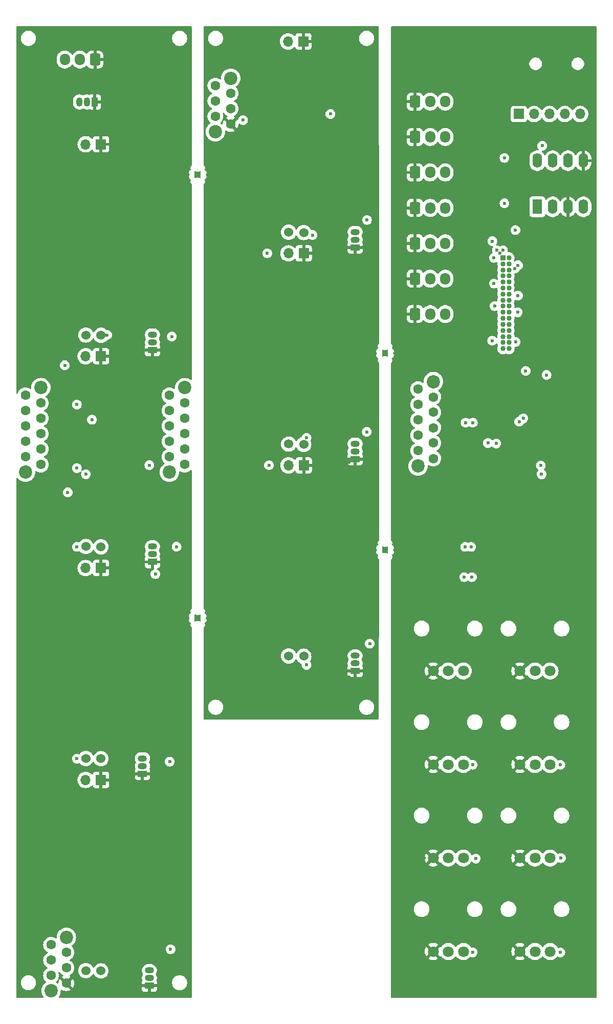
<source format=gbr>
%TF.GenerationSoftware,KiCad,Pcbnew,8.0.0*%
%TF.CreationDate,2025-03-21T10:21:52+01:00*%
%TF.ProjectId,MuseMatrix_Core,4d757365-4d61-4747-9269-785f436f7265,rev?*%
%TF.SameCoordinates,Original*%
%TF.FileFunction,Copper,L3,Inr*%
%TF.FilePolarity,Positive*%
%FSLAX46Y46*%
G04 Gerber Fmt 4.6, Leading zero omitted, Abs format (unit mm)*
G04 Created by KiCad (PCBNEW 8.0.0) date 2025-03-21 10:21:52*
%MOMM*%
%LPD*%
G01*
G04 APERTURE LIST*
G04 Aperture macros list*
%AMRoundRect*
0 Rectangle with rounded corners*
0 $1 Rounding radius*
0 $2 $3 $4 $5 $6 $7 $8 $9 X,Y pos of 4 corners*
0 Add a 4 corners polygon primitive as box body*
4,1,4,$2,$3,$4,$5,$6,$7,$8,$9,$2,$3,0*
0 Add four circle primitives for the rounded corners*
1,1,$1+$1,$2,$3*
1,1,$1+$1,$4,$5*
1,1,$1+$1,$6,$7*
1,1,$1+$1,$8,$9*
0 Add four rect primitives between the rounded corners*
20,1,$1+$1,$2,$3,$4,$5,0*
20,1,$1+$1,$4,$5,$6,$7,0*
20,1,$1+$1,$6,$7,$8,$9,0*
20,1,$1+$1,$8,$9,$2,$3,0*%
G04 Aperture macros list end*
%TA.AperFunction,ComponentPad*%
%ADD10C,2.200000*%
%TD*%
%TA.AperFunction,ComponentPad*%
%ADD11C,1.600000*%
%TD*%
%TA.AperFunction,ComponentPad*%
%ADD12R,1.700000X1.700000*%
%TD*%
%TA.AperFunction,ComponentPad*%
%ADD13O,1.700000X1.700000*%
%TD*%
%TA.AperFunction,ComponentPad*%
%ADD14C,1.800000*%
%TD*%
%TA.AperFunction,ComponentPad*%
%ADD15R,1.500000X1.050000*%
%TD*%
%TA.AperFunction,ComponentPad*%
%ADD16O,1.500000X1.050000*%
%TD*%
%TA.AperFunction,ComponentPad*%
%ADD17RoundRect,0.250000X-0.600000X-0.725000X0.600000X-0.725000X0.600000X0.725000X-0.600000X0.725000X0*%
%TD*%
%TA.AperFunction,ComponentPad*%
%ADD18O,1.700000X1.950000*%
%TD*%
%TA.AperFunction,ComponentPad*%
%ADD19C,1.524000*%
%TD*%
%TA.AperFunction,ComponentPad*%
%ADD20R,1.050000X1.500000*%
%TD*%
%TA.AperFunction,ComponentPad*%
%ADD21O,1.050000X1.500000*%
%TD*%
%TA.AperFunction,ComponentPad*%
%ADD22R,1.600000X2.400000*%
%TD*%
%TA.AperFunction,ComponentPad*%
%ADD23O,1.600000X2.400000*%
%TD*%
%TA.AperFunction,ComponentPad*%
%ADD24O,0.850000X0.850000*%
%TD*%
%TA.AperFunction,ComponentPad*%
%ADD25R,0.850000X0.850000*%
%TD*%
%TA.AperFunction,ComponentPad*%
%ADD26RoundRect,0.250000X0.600000X0.725000X-0.600000X0.725000X-0.600000X-0.725000X0.600000X-0.725000X0*%
%TD*%
%TA.AperFunction,ViaPad*%
%ADD27C,0.600000*%
%TD*%
G04 APERTURE END LIST*
D10*
%TO.N,N/C*%
%TO.C,J5*%
X91997664Y-74200000D03*
X89457664Y-88160000D03*
D11*
%TO.N,/Main_board/jst0*%
X89457664Y-75460000D03*
%TO.N,/Main_board/jst1*%
X89457664Y-78000000D03*
%TO.N,/Main_board/jst2*%
X89457664Y-80540000D03*
%TO.N,/Main_board/jst3*%
X89457664Y-83080000D03*
%TO.N,/Main_board/jst4*%
X89457664Y-85620000D03*
%TO.N,/Main_board/jst5*%
X91997664Y-76740000D03*
%TO.N,/Main_board/jst6*%
X91997664Y-79260000D03*
%TO.N,unconnected-(J5-Pin_8-Pad8)*%
X91997664Y-81820000D03*
%TO.N,unconnected-(J5-Pin_9-Pad9)*%
X91997664Y-84340000D03*
%TO.N,unconnected-(J5-Pin_10-Pad10)*%
X91997664Y-86900000D03*
%TD*%
D12*
%TO.N,unconnected-(J4-Pad1)*%
%TO.C,J4*%
X106130000Y-30000000D03*
D13*
%TO.N,unconnected-(J4-Pad2)*%
X108670000Y-30000000D03*
%TO.N,unconnected-(J4-Pad3)*%
X111210000Y-30000000D03*
%TO.N,Net-(J4-Pad4)*%
X113750000Y-30000000D03*
%TO.N,Net-(U4-VO2)*%
X116290000Y-30000000D03*
%TD*%
D14*
%TO.N,+3.3V*%
%TO.C,RV5*%
X96957664Y-137450000D03*
%TO.N,Net-(U1-CH4)*%
X94457664Y-137450000D03*
%TO.N,GND*%
X91957664Y-137450000D03*
%TD*%
D12*
%TO.N,GND*%
%TO.C,D6*%
X70542336Y-53025000D03*
D13*
%TO.N,Net-(D6-A)*%
X68002336Y-53025000D03*
%TD*%
D15*
%TO.N,GND*%
%TO.C,Q6*%
X79042336Y-87025000D03*
D16*
%TO.N,Net-(Q6-B)*%
X79042336Y-85755000D03*
%TO.N,/Column_7_Rows/d6_0*%
X79042336Y-84485000D03*
%TD*%
D11*
%TO.N,GND*%
%TO.C,J17*%
X31270000Y-173580000D03*
%TO.N,+3.3V*%
X31270000Y-171040000D03*
%TO.N,/Column_7_Rows/column_voltage*%
X31270000Y-168500000D03*
%TO.N,/Column_7_Rows/d5_1*%
X28730000Y-172300000D03*
%TO.N,/Column_7_Rows/d6_1*%
X28730000Y-169780000D03*
%TO.N,/Column_7_Rows/d7_1*%
X28730000Y-167240000D03*
D10*
%TO.N,N/C*%
X28730000Y-174840000D03*
X31270000Y-166010000D03*
%TD*%
D17*
%TO.N,GND*%
%TO.C,J10*%
X88957664Y-51350000D03*
D18*
%TO.N,/Main_board/c4*%
X91457664Y-51350000D03*
%TO.N,+3.3V*%
X93957664Y-51350000D03*
%TD*%
D15*
%TO.N,GND*%
%TO.C,Q5*%
X79042336Y-52025000D03*
D16*
%TO.N,Net-(Q5-B)*%
X79042336Y-50755000D03*
%TO.N,/Column_7_Rows/d5_0*%
X79042336Y-49485000D03*
%TD*%
D15*
%TO.N,GND*%
%TO.C,Q1*%
X45500000Y-69000000D03*
D16*
%TO.N,Net-(Q1-B)*%
X45500000Y-67730000D03*
%TO.N,/Column_7_Rows/d1*%
X45500000Y-66460000D03*
%TD*%
D17*
%TO.N,GND*%
%TO.C,J9*%
X88957664Y-45500000D03*
D18*
%TO.N,/Main_board/c3*%
X91457664Y-45500000D03*
%TO.N,+3.3V*%
X93957664Y-45500000D03*
%TD*%
D10*
%TO.N,N/C*%
%TO.C,J13*%
X27040000Y-75200000D03*
X24500000Y-89160000D03*
D11*
%TO.N,/Column_7_Rows/d1*%
X24500000Y-76460000D03*
%TO.N,/Column_7_Rows/d2*%
X24500000Y-79000000D03*
%TO.N,/Column_7_Rows/d3*%
X24500000Y-81540000D03*
%TO.N,/Column_7_Rows/d4*%
X24500000Y-84080000D03*
%TO.N,/Column_7_Rows/d5_1*%
X24500000Y-86620000D03*
%TO.N,/Column_7_Rows/d6_1*%
X27040000Y-77740000D03*
%TO.N,/Column_7_Rows/d7_1*%
X27040000Y-80260000D03*
%TO.N,unconnected-(J13-Pin_8-Pad8)*%
X27040000Y-82820000D03*
%TO.N,unconnected-(J13-Pin_9-Pad9)*%
X27040000Y-85340000D03*
%TO.N,unconnected-(J13-Pin_10-Pad10)*%
X27040000Y-87900000D03*
%TD*%
D15*
%TO.N,GND*%
%TO.C,Q7*%
X79042336Y-122025000D03*
D16*
%TO.N,Net-(Q7-B)*%
X79042336Y-120755000D03*
%TO.N,/Column_7_Rows/d7_0*%
X79042336Y-119485000D03*
%TD*%
D12*
%TO.N,GND*%
%TO.C,D7*%
X70542336Y-88025000D03*
D13*
%TO.N,Net-(D7-A)*%
X68002336Y-88025000D03*
%TD*%
D19*
%TO.N,Net-(Q5-B)*%
%TO.C,R20*%
X68042336Y-49525000D03*
%TO.N,+3.3V*%
X70542336Y-49575000D03*
%TD*%
%TO.N,Net-(Q4-B)*%
%TO.C,R12*%
X34500000Y-171500000D03*
%TO.N,+3.3V*%
X37000000Y-171550000D03*
%TD*%
D17*
%TO.N,GND*%
%TO.C,J12*%
X88957664Y-63050000D03*
D18*
%TO.N,/Main_board/c6*%
X91457664Y-63050000D03*
%TO.N,+3.3V*%
X93957664Y-63050000D03*
%TD*%
D17*
%TO.N,GND*%
%TO.C,J8*%
X88957664Y-39650000D03*
D18*
%TO.N,/Main_board/c2*%
X91457664Y-39650000D03*
%TO.N,+3.3V*%
X93957664Y-39650000D03*
%TD*%
D11*
%TO.N,GND*%
%TO.C,J18*%
X58457664Y-31655000D03*
%TO.N,+3.3V*%
X58457664Y-29115000D03*
%TO.N,/Column_7_Rows/column_voltage2*%
X58457664Y-26575000D03*
%TO.N,/Column_7_Rows/d5_0*%
X55917664Y-30375000D03*
%TO.N,/Column_7_Rows/d6_0*%
X55917664Y-27855000D03*
%TO.N,/Column_7_Rows/d7_0*%
X55917664Y-25315000D03*
D10*
%TO.N,N/C*%
X55917664Y-32915000D03*
X58457664Y-24085000D03*
%TD*%
D14*
%TO.N,+3.3V*%
%TO.C,RV1*%
X96957664Y-168350000D03*
%TO.N,Net-(U1-CH0)*%
X94457664Y-168350000D03*
%TO.N,GND*%
X91957664Y-168350000D03*
%TD*%
D10*
%TO.N,N/C*%
%TO.C,J3*%
X50856252Y-75213251D03*
X48316252Y-89173251D03*
D11*
%TO.N,/Column_7_Rows/d1*%
X48316252Y-76473251D03*
%TO.N,/Column_7_Rows/d2*%
X48316252Y-79013251D03*
%TO.N,/Column_7_Rows/d3*%
X48316252Y-81553251D03*
%TO.N,/Column_7_Rows/d4*%
X48316252Y-84093251D03*
%TO.N,/Column_7_Rows/d5_1*%
X48316252Y-86633251D03*
%TO.N,/Column_7_Rows/d6_1*%
X50856252Y-77753251D03*
%TO.N,/Column_7_Rows/d7_1*%
X50856252Y-80273251D03*
%TO.N,unconnected-(J3-Pin_8-Pad8)*%
X50856252Y-82833251D03*
%TO.N,unconnected-(J3-Pin_9-Pad9)*%
X50856252Y-85353251D03*
%TO.N,unconnected-(J3-Pin_10-Pad10)*%
X50856252Y-87913251D03*
%TD*%
D15*
%TO.N,GND*%
%TO.C,Q4*%
X45000000Y-174000000D03*
D16*
%TO.N,Net-(Q4-B)*%
X45000000Y-172730000D03*
%TO.N,/Column_7_Rows/d4*%
X45000000Y-171460000D03*
%TD*%
D19*
%TO.N,Net-(Q6-B)*%
%TO.C,R21*%
X68042336Y-84525000D03*
%TO.N,+3.3V*%
X70542336Y-84575000D03*
%TD*%
D17*
%TO.N,GND*%
%TO.C,J11*%
X88957664Y-57200000D03*
D18*
%TO.N,/Main_board/c5*%
X91457664Y-57200000D03*
%TO.N,+3.3V*%
X93957664Y-57200000D03*
%TD*%
D14*
%TO.N,+3.3V*%
%TO.C,RV4*%
X111307664Y-152900000D03*
%TO.N,Net-(U1-CH3)*%
X108807664Y-152900000D03*
%TO.N,GND*%
X106307664Y-152900000D03*
%TD*%
D19*
%TO.N,Net-(Q1-B)*%
%TO.C,R2*%
X34500000Y-66500000D03*
%TO.N,+3.3V*%
X37000000Y-66550000D03*
%TD*%
D12*
%TO.N,GND*%
%TO.C,D4*%
X37000000Y-140000000D03*
D13*
%TO.N,Net-(D4-A)*%
X34460000Y-140000000D03*
%TD*%
D20*
%TO.N,GND*%
%TO.C,Q8*%
X35960000Y-28000000D03*
D21*
%TO.N,/Column_7_Rows/Column_voltage*%
X34690000Y-28000000D03*
%TO.N,/Column_7_Rows/column_voltage*%
X33420000Y-28000000D03*
%TD*%
D15*
%TO.N,GND*%
%TO.C,Q3*%
X43860000Y-139000000D03*
D16*
%TO.N,Net-(Q3-B)*%
X43860000Y-137730000D03*
%TO.N,/Column_7_Rows/d3*%
X43860000Y-136460000D03*
%TD*%
D12*
%TO.N,GND*%
%TO.C,D2*%
X37000000Y-70000000D03*
D13*
%TO.N,Net-(D2-A)*%
X34460000Y-70000000D03*
%TD*%
D12*
%TO.N,GND*%
%TO.C,D1*%
X37000000Y-35000000D03*
D13*
%TO.N,Net-(D1-A)*%
X34460000Y-35000000D03*
%TD*%
D19*
%TO.N,Net-(Q7-B)*%
%TO.C,R22*%
X68042336Y-119525000D03*
%TO.N,+3.3V*%
X70542336Y-119575000D03*
%TD*%
D12*
%TO.N,GND*%
%TO.C,D5*%
X70500000Y-18000000D03*
D13*
%TO.N,Net-(D5-A)*%
X67960000Y-18000000D03*
%TD*%
D19*
%TO.N,Net-(Q3-B)*%
%TO.C,R11*%
X37000000Y-136500000D03*
%TO.N,+3.3V*%
X34500000Y-136450000D03*
%TD*%
D14*
%TO.N,+3.3V*%
%TO.C,RV8*%
X111307664Y-122000000D03*
%TO.N,Net-(U1-CH7)*%
X108807664Y-122000000D03*
%TO.N,GND*%
X106307664Y-122000000D03*
%TD*%
%TO.N,+3.3V*%
%TO.C,RV2*%
X111307664Y-168350000D03*
%TO.N,Net-(U1-CH1)*%
X108807664Y-168350000D03*
%TO.N,GND*%
X106307664Y-168350000D03*
%TD*%
%TO.N,+3.3V*%
%TO.C,RV7*%
X96957664Y-122000000D03*
%TO.N,Net-(U1-CH6)*%
X94457664Y-122000000D03*
%TO.N,GND*%
X91957664Y-122000000D03*
%TD*%
D15*
%TO.N,GND*%
%TO.C,Q2*%
X45500000Y-104000000D03*
D16*
%TO.N,Net-(Q2-B)*%
X45500000Y-102730000D03*
%TO.N,/Column_7_Rows/d2*%
X45500000Y-101460000D03*
%TD*%
D19*
%TO.N,Net-(Q2-B)*%
%TO.C,R6*%
X37000000Y-101500000D03*
%TO.N,+3.3V*%
X34500000Y-101450000D03*
%TD*%
D18*
%TO.N,+3.3V*%
%TO.C,J6*%
X93957664Y-27950000D03*
%TO.N,/Main_board/c0*%
X91457664Y-27950000D03*
D17*
%TO.N,GND*%
X88957664Y-27950000D03*
%TD*%
D22*
%TO.N,unconnected-(U4-NC-Pad1)*%
%TO.C,U4*%
X109200000Y-45325000D03*
D23*
%TO.N,Net-(U4-C1)*%
X111740000Y-45325000D03*
%TO.N,GND*%
X114280000Y-45325000D03*
%TO.N,unconnected-(U4-NC-Pad4)*%
X116820000Y-45325000D03*
%TO.N,GND*%
X116820000Y-37705000D03*
%TO.N,Net-(U4-VO2)*%
X114280000Y-37705000D03*
%TO.N,Net-(U4-VO1)*%
X111740000Y-37705000D03*
%TO.N,+3.3V*%
X109200000Y-37705000D03*
%TD*%
D12*
%TO.N,GND*%
%TO.C,D3*%
X37000000Y-105000000D03*
D13*
%TO.N,Net-(D3-A)*%
X34460000Y-105000000D03*
%TD*%
D24*
%TO.N,unconnected-(J1-GPIO12{slash}PWM0-Pad32)*%
%TO.C,J1*%
X104500000Y-68750000D03*
%TO.N,unconnected-(J1-GPCLK2{slash}GPIO06-Pad31)*%
X103500000Y-68750000D03*
%TO.N,/Raspberry_connections/GND*%
X104500000Y-67750000D03*
%TO.N,unconnected-(J1-GPCLK1{slash}GPIO05-Pad29)*%
X103500000Y-67750000D03*
%TO.N,unconnected-(J1-ID_SC_I2C0{slash}GPIO01-Pad28)*%
X104500000Y-66750000D03*
%TO.N,unconnected-(J1-ID_SD_I2C0{slash}GPIO00-Pad27)*%
X103500000Y-66750000D03*
%TO.N,unconnected-(J1-~{CE1}_SPI0{slash}GPIO07-Pad26)*%
X104500000Y-65750000D03*
%TO.N,/Raspberry_connections/GND*%
X103500000Y-65750000D03*
%TO.N,/Octaves board/select*%
X104500000Y-64750000D03*
%TO.N,/Octaves board/ADC_clock*%
X103500000Y-64750000D03*
%TO.N,/Main_board/DATA_OUT_165*%
X104500000Y-63750000D03*
%TO.N,/Octaves board/DATA_OUT_ADC*%
X103500000Y-63750000D03*
%TO.N,/Raspberry_connections/GND*%
X104500000Y-62750000D03*
%TO.N,/Octaves board/DATA_IN_ADC*%
X103500000Y-62750000D03*
%TO.N,/Main_board/clock_165*%
X104500000Y-61750000D03*
%TO.N,+3.3V*%
X103500000Y-61750000D03*
%TO.N,/Main_board/LOAD_165*%
X104500000Y-60750000D03*
%TO.N,/Main_board/LATCH_595*%
X103500000Y-60750000D03*
%TO.N,/Raspberry_connections/GND*%
X104500000Y-59750000D03*
%TO.N,/Main_board/clock_595*%
X103500000Y-59750000D03*
%TO.N,unconnected-(J1-GPIO18{slash}SPI1_~{CE0}{slash}PCM_CLK{slash}PWM0-Pad12)*%
X104500000Y-58750000D03*
%TO.N,/Main_board/DATA_IN_595*%
X103500000Y-58750000D03*
%TO.N,unconnected-(J1-GPIO15{slash}UART_RXD-Pad10)*%
X104500000Y-57750000D03*
%TO.N,/Raspberry_connections/GND*%
X103500000Y-57750000D03*
%TO.N,/Main_board/midi_in*%
X104500000Y-56750000D03*
%TO.N,unconnected-(J1-GPCLK0{slash}GPIO04-Pad7)*%
X103500000Y-56750000D03*
%TO.N,/Raspberry_connections/GND*%
X104500000Y-55750000D03*
%TO.N,unconnected-(J1-SCL_I2C1{slash}GPIO03-Pad5)*%
X103500000Y-55750000D03*
%TO.N,unconnected-(J1-5V-Pad2)_0*%
X104500000Y-54750000D03*
%TO.N,unconnected-(J1-SDA_I2C1{slash}GPIO02-Pad3)*%
X103500000Y-54750000D03*
%TO.N,unconnected-(J1-5V-Pad2)*%
X104500000Y-53750000D03*
D25*
%TO.N,+3.3V*%
X103500000Y-53750000D03*
%TD*%
D14*
%TO.N,+3.3V*%
%TO.C,RV3*%
X96957664Y-152900000D03*
%TO.N,Net-(U1-CH2)*%
X94457664Y-152900000D03*
%TO.N,GND*%
X91957664Y-152900000D03*
%TD*%
%TO.N,+3.3V*%
%TO.C,RV6*%
X111307664Y-137450000D03*
%TO.N,Net-(U1-CH5)*%
X108807664Y-137450000D03*
%TO.N,GND*%
X106307664Y-137450000D03*
%TD*%
D17*
%TO.N,GND*%
%TO.C,J7*%
X88957664Y-33800000D03*
D18*
%TO.N,/Main_board/c1*%
X91457664Y-33800000D03*
%TO.N,+3.3V*%
X93957664Y-33800000D03*
%TD*%
D26*
%TO.N,GND*%
%TO.C,J2*%
X36000000Y-21000000D03*
D18*
%TO.N,/Column_7_Rows/Column_voltage*%
X33500000Y-21000000D03*
%TO.N,+3.3V*%
X31000000Y-21000000D03*
%TD*%
D27*
%TO.N,/Raspberry_connections/GND*%
X105600000Y-67650000D03*
X101725000Y-67450000D03*
%TO.N,GND*%
X103375000Y-41125000D03*
X103650000Y-85950000D03*
%TO.N,/Main_board/DATA_OUT_165*%
X106875000Y-80275000D03*
%TO.N,+3.3V*%
X98525000Y-81000000D03*
X97325000Y-81000000D03*
%TO.N,/Main_board/jst5*%
X101025000Y-84350000D03*
%TO.N,/Main_board/jst6*%
X102400000Y-84425000D03*
%TO.N,/Main_board/DATA_OUT_165*%
X106200000Y-80825000D03*
%TO.N,/Main_board/LATCH_595*%
X105575000Y-49175000D03*
%TO.N,/Main_board/clock_595*%
X101750000Y-51000000D03*
%TO.N,/Main_board/LOAD_165*%
X109900000Y-89500000D03*
%TO.N,/Main_board/clock_165*%
X109775000Y-88050000D03*
%TO.N,/Octaves board/DATA_IN_ADC*%
X110725000Y-73100000D03*
%TO.N,/Octaves board/DATA_OUT_ADC*%
X107275000Y-72450000D03*
%TO.N,/Raspberry_connections/GND*%
X105950000Y-62750000D03*
%TO.N,+3.3V*%
X102125000Y-61725000D03*
%TO.N,/Raspberry_connections/GND*%
X106000000Y-60000000D03*
X102000000Y-58000000D03*
%TO.N,+3.3V*%
X103000000Y-53000000D03*
%TO.N,/Raspberry_connections/GND*%
X105500000Y-55500000D03*
X106000000Y-55000000D03*
%TO.N,+3.3V*%
X102500000Y-52500000D03*
X102000000Y-53750000D03*
X103500000Y-52500000D03*
X103750000Y-37250000D03*
%TO.N,GND*%
X98750000Y-46250000D03*
X103750000Y-46250000D03*
%TO.N,+3.3V*%
X103750000Y-44750000D03*
X108750000Y-37000000D03*
%TO.N,Net-(U4-VO2)*%
X110000000Y-35250000D03*
%TO.N,GND*%
X105000000Y-81250000D03*
X106250000Y-86000000D03*
X106000000Y-101500000D03*
X99750000Y-101500000D03*
%TO.N,+3.3V*%
X98250000Y-101500000D03*
X97250000Y-101500000D03*
%TO.N,GND*%
X40000000Y-136500000D03*
X80500000Y-52000000D03*
X44000000Y-104000000D03*
X90500000Y-152900000D03*
X74975000Y-119525000D03*
X38500000Y-70000000D03*
X37000000Y-33500000D03*
X60500000Y-32500000D03*
X90050000Y-137450000D03*
X90500000Y-169000000D03*
X41000000Y-101000000D03*
X32480000Y-66500000D03*
X74002336Y-49025000D03*
X37500000Y-21000000D03*
X78000000Y-87500000D03*
X74022336Y-84525000D03*
X72000000Y-17500000D03*
X104500000Y-137500000D03*
X71975000Y-88025000D03*
X104000000Y-168500000D03*
X104500000Y-153000000D03*
X78000000Y-123000000D03*
X38500000Y-105000000D03*
X45500000Y-139000000D03*
X46500000Y-174000000D03*
X40500000Y-171500000D03*
%TO.N,/Column_7_Rows/d3*%
X46000000Y-106000000D03*
%TO.N,/Column_7_Rows/d2*%
X45000000Y-88000000D03*
%TO.N,+3.3V*%
X49500000Y-101480000D03*
X48500000Y-167980000D03*
X72000000Y-50000000D03*
X113100000Y-152900000D03*
X60500000Y-31000000D03*
X113000000Y-137500000D03*
X98500000Y-168500000D03*
X48360000Y-136980000D03*
X81457664Y-117500000D03*
X99000000Y-153000000D03*
X48725000Y-66750000D03*
X80997664Y-47500000D03*
X71000000Y-83500000D03*
X113000000Y-168500000D03*
X33000000Y-101500000D03*
X71000000Y-121000000D03*
X98500000Y-137500000D03*
X33000000Y-136500000D03*
X38000000Y-66500000D03*
X80977664Y-82500000D03*
%TO.N,/Column_7_Rows/column_voltage*%
X31000000Y-71500000D03*
X31500000Y-92500000D03*
%TO.N,Net-(U1-CH0)*%
X97107664Y-106500000D03*
%TO.N,Net-(U1-CH1)*%
X98377664Y-106500000D03*
%TO.N,/Column_7_Rows/d7_1*%
X34500000Y-89500000D03*
X35500000Y-80500000D03*
%TO.N,/Column_7_Rows/d6_1*%
X33000000Y-78000000D03*
X33000000Y-88500000D03*
%TO.N,/Column_7_Rows/column_voltage2*%
X64500000Y-53000000D03*
X64792336Y-88025000D03*
%TO.N,/Column_7_Rows/d5_0*%
X74957664Y-30000000D03*
%TD*%
%TA.AperFunction,Conductor*%
%TO.N,GND*%
G36*
X118942539Y-15520185D02*
G01*
X118988294Y-15572989D01*
X118999500Y-15624500D01*
X118999500Y-175875500D01*
X118979815Y-175942539D01*
X118927011Y-175988294D01*
X118875500Y-175999500D01*
X85124500Y-175999500D01*
X85057461Y-175979815D01*
X85011706Y-175927011D01*
X85000500Y-175875500D01*
X85000500Y-168350005D01*
X90552866Y-168350005D01*
X90572025Y-168581218D01*
X90628981Y-168806135D01*
X90722179Y-169018606D01*
X90806476Y-169147633D01*
X91474701Y-168479408D01*
X91491739Y-168542993D01*
X91557565Y-168657007D01*
X91650657Y-168750099D01*
X91764671Y-168815925D01*
X91828254Y-168832962D01*
X91158865Y-169502351D01*
X91189313Y-169526050D01*
X91393361Y-169636476D01*
X91393370Y-169636479D01*
X91612803Y-169711811D01*
X91841657Y-169750000D01*
X92073671Y-169750000D01*
X92302524Y-169711811D01*
X92521957Y-169636479D01*
X92521965Y-169636476D01*
X92726019Y-169526047D01*
X92756461Y-169502351D01*
X92756462Y-169502350D01*
X92087074Y-168832962D01*
X92150657Y-168815925D01*
X92264671Y-168750099D01*
X92357763Y-168657007D01*
X92423589Y-168542993D01*
X92440626Y-168479409D01*
X93108850Y-169147633D01*
X93113631Y-169147137D01*
X93156700Y-169110380D01*
X93225932Y-169100956D01*
X93289268Y-169130457D01*
X93311173Y-169155737D01*
X93348680Y-169213147D01*
X93348683Y-169213151D01*
X93348685Y-169213153D01*
X93505880Y-169383913D01*
X93505883Y-169383915D01*
X93505886Y-169383918D01*
X93689029Y-169526464D01*
X93689035Y-169526468D01*
X93689038Y-169526470D01*
X93856524Y-169617109D01*
X93892316Y-169636479D01*
X93893161Y-169636936D01*
X94007151Y-169676068D01*
X94112679Y-169712297D01*
X94112681Y-169712297D01*
X94112683Y-169712298D01*
X94341615Y-169750500D01*
X94341616Y-169750500D01*
X94573712Y-169750500D01*
X94573713Y-169750500D01*
X94802645Y-169712298D01*
X95022167Y-169636936D01*
X95226290Y-169526470D01*
X95226834Y-169526047D01*
X95287793Y-169478600D01*
X95409448Y-169383913D01*
X95566643Y-169213153D01*
X95603855Y-169156196D01*
X95657001Y-169110839D01*
X95726233Y-169101415D01*
X95789568Y-169130917D01*
X95811473Y-169156196D01*
X95848680Y-169213147D01*
X95848683Y-169213151D01*
X95848685Y-169213153D01*
X96005880Y-169383913D01*
X96005883Y-169383915D01*
X96005886Y-169383918D01*
X96189029Y-169526464D01*
X96189035Y-169526468D01*
X96189038Y-169526470D01*
X96356524Y-169617109D01*
X96392316Y-169636479D01*
X96393161Y-169636936D01*
X96507151Y-169676068D01*
X96612679Y-169712297D01*
X96612681Y-169712297D01*
X96612683Y-169712298D01*
X96841615Y-169750500D01*
X96841616Y-169750500D01*
X97073712Y-169750500D01*
X97073713Y-169750500D01*
X97302645Y-169712298D01*
X97522167Y-169636936D01*
X97726290Y-169526470D01*
X97726834Y-169526047D01*
X97787793Y-169478600D01*
X97909448Y-169383913D01*
X98023048Y-169260509D01*
X98082933Y-169224521D01*
X98152771Y-169226621D01*
X98155231Y-169227452D01*
X98320745Y-169285368D01*
X98320750Y-169285369D01*
X98499996Y-169305565D01*
X98500000Y-169305565D01*
X98500004Y-169305565D01*
X98679249Y-169285369D01*
X98679252Y-169285368D01*
X98679255Y-169285368D01*
X98849522Y-169225789D01*
X99002262Y-169129816D01*
X99129816Y-169002262D01*
X99225789Y-168849522D01*
X99285368Y-168679255D01*
X99287875Y-168657007D01*
X99305565Y-168500003D01*
X99305565Y-168499996D01*
X99288665Y-168350005D01*
X104902866Y-168350005D01*
X104922025Y-168581218D01*
X104978981Y-168806135D01*
X105072179Y-169018606D01*
X105156476Y-169147633D01*
X105824701Y-168479408D01*
X105841739Y-168542993D01*
X105907565Y-168657007D01*
X106000657Y-168750099D01*
X106114671Y-168815925D01*
X106178254Y-168832962D01*
X105508865Y-169502351D01*
X105539313Y-169526050D01*
X105743361Y-169636476D01*
X105743370Y-169636479D01*
X105962803Y-169711811D01*
X106191657Y-169750000D01*
X106423671Y-169750000D01*
X106652524Y-169711811D01*
X106871957Y-169636479D01*
X106871965Y-169636476D01*
X107076019Y-169526047D01*
X107106461Y-169502351D01*
X107106462Y-169502350D01*
X106437074Y-168832962D01*
X106500657Y-168815925D01*
X106614671Y-168750099D01*
X106707763Y-168657007D01*
X106773589Y-168542993D01*
X106790626Y-168479409D01*
X107458850Y-169147633D01*
X107463631Y-169147137D01*
X107506700Y-169110380D01*
X107575932Y-169100956D01*
X107639268Y-169130457D01*
X107661173Y-169155737D01*
X107698680Y-169213147D01*
X107698683Y-169213151D01*
X107698685Y-169213153D01*
X107855880Y-169383913D01*
X107855883Y-169383915D01*
X107855886Y-169383918D01*
X108039029Y-169526464D01*
X108039035Y-169526468D01*
X108039038Y-169526470D01*
X108206524Y-169617109D01*
X108242316Y-169636479D01*
X108243161Y-169636936D01*
X108357151Y-169676068D01*
X108462679Y-169712297D01*
X108462681Y-169712297D01*
X108462683Y-169712298D01*
X108691615Y-169750500D01*
X108691616Y-169750500D01*
X108923712Y-169750500D01*
X108923713Y-169750500D01*
X109152645Y-169712298D01*
X109372167Y-169636936D01*
X109576290Y-169526470D01*
X109576834Y-169526047D01*
X109637793Y-169478600D01*
X109759448Y-169383913D01*
X109916643Y-169213153D01*
X109953855Y-169156196D01*
X110007001Y-169110839D01*
X110076233Y-169101415D01*
X110139568Y-169130917D01*
X110161473Y-169156196D01*
X110198680Y-169213147D01*
X110198683Y-169213151D01*
X110198685Y-169213153D01*
X110355880Y-169383913D01*
X110355883Y-169383915D01*
X110355886Y-169383918D01*
X110539029Y-169526464D01*
X110539035Y-169526468D01*
X110539038Y-169526470D01*
X110706524Y-169617109D01*
X110742316Y-169636479D01*
X110743161Y-169636936D01*
X110857151Y-169676068D01*
X110962679Y-169712297D01*
X110962681Y-169712297D01*
X110962683Y-169712298D01*
X111191615Y-169750500D01*
X111191616Y-169750500D01*
X111423712Y-169750500D01*
X111423713Y-169750500D01*
X111652645Y-169712298D01*
X111872167Y-169636936D01*
X112076290Y-169526470D01*
X112076834Y-169526047D01*
X112137793Y-169478600D01*
X112259448Y-169383913D01*
X112416643Y-169213153D01*
X112416653Y-169213137D01*
X112417957Y-169211463D01*
X112418669Y-169210949D01*
X112420116Y-169209379D01*
X112420439Y-169209676D01*
X112474666Y-169170647D01*
X112544439Y-169166970D01*
X112581786Y-169182627D01*
X112624361Y-169209379D01*
X112650478Y-169225789D01*
X112655231Y-169227452D01*
X112820745Y-169285368D01*
X112820750Y-169285369D01*
X112999996Y-169305565D01*
X113000000Y-169305565D01*
X113000004Y-169305565D01*
X113179249Y-169285369D01*
X113179252Y-169285368D01*
X113179255Y-169285368D01*
X113349522Y-169225789D01*
X113502262Y-169129816D01*
X113629816Y-169002262D01*
X113725789Y-168849522D01*
X113785368Y-168679255D01*
X113787875Y-168657007D01*
X113805565Y-168500003D01*
X113805565Y-168499996D01*
X113785369Y-168320750D01*
X113785368Y-168320745D01*
X113772571Y-168284174D01*
X113725789Y-168150478D01*
X113705872Y-168118781D01*
X113686582Y-168088080D01*
X113629816Y-167997738D01*
X113502262Y-167870184D01*
X113349523Y-167774211D01*
X113179254Y-167714631D01*
X113179249Y-167714630D01*
X113000004Y-167694435D01*
X112999996Y-167694435D01*
X112820750Y-167714630D01*
X112820742Y-167714632D01*
X112701583Y-167756328D01*
X112631805Y-167759889D01*
X112571177Y-167725160D01*
X112547072Y-167689094D01*
X112543588Y-167681151D01*
X112416648Y-167486854D01*
X112416647Y-167486852D01*
X112416644Y-167486849D01*
X112416643Y-167486847D01*
X112259448Y-167316087D01*
X112259443Y-167316083D01*
X112259441Y-167316081D01*
X112076298Y-167173535D01*
X112076292Y-167173531D01*
X111872168Y-167063064D01*
X111872159Y-167063061D01*
X111652648Y-166987702D01*
X111480946Y-166959050D01*
X111423713Y-166949500D01*
X111191615Y-166949500D01*
X111145828Y-166957140D01*
X110962679Y-166987702D01*
X110743168Y-167063061D01*
X110743159Y-167063064D01*
X110539035Y-167173531D01*
X110539029Y-167173535D01*
X110355886Y-167316081D01*
X110355883Y-167316084D01*
X110198679Y-167486854D01*
X110161472Y-167543804D01*
X110108326Y-167589161D01*
X110039094Y-167598584D01*
X109975759Y-167569082D01*
X109953856Y-167543804D01*
X109916648Y-167486854D01*
X109916646Y-167486852D01*
X109916643Y-167486847D01*
X109759448Y-167316087D01*
X109759443Y-167316083D01*
X109759441Y-167316081D01*
X109576298Y-167173535D01*
X109576292Y-167173531D01*
X109372168Y-167063064D01*
X109372159Y-167063061D01*
X109152648Y-166987702D01*
X108980946Y-166959050D01*
X108923713Y-166949500D01*
X108691615Y-166949500D01*
X108645828Y-166957140D01*
X108462679Y-166987702D01*
X108243168Y-167063061D01*
X108243159Y-167063064D01*
X108039035Y-167173531D01*
X108039029Y-167173535D01*
X107855886Y-167316081D01*
X107855883Y-167316084D01*
X107698682Y-167486850D01*
X107661174Y-167544262D01*
X107608027Y-167589618D01*
X107538796Y-167599042D01*
X107475460Y-167569540D01*
X107460748Y-167552562D01*
X107458850Y-167552365D01*
X106790626Y-168220589D01*
X106773589Y-168157007D01*
X106707763Y-168042993D01*
X106614671Y-167949901D01*
X106500657Y-167884075D01*
X106437073Y-167867037D01*
X107106461Y-167197647D01*
X107106461Y-167197645D01*
X107076024Y-167173955D01*
X107076018Y-167173951D01*
X106871966Y-167063523D01*
X106871957Y-167063520D01*
X106652524Y-166988188D01*
X106423671Y-166950000D01*
X106191657Y-166950000D01*
X105962803Y-166988188D01*
X105743370Y-167063520D01*
X105743361Y-167063523D01*
X105539314Y-167173949D01*
X105508864Y-167197647D01*
X106178255Y-167867037D01*
X106114671Y-167884075D01*
X106000657Y-167949901D01*
X105907565Y-168042993D01*
X105841739Y-168157007D01*
X105824701Y-168220591D01*
X105156475Y-167552365D01*
X105072180Y-167681390D01*
X104978981Y-167893864D01*
X104922025Y-168118781D01*
X104902866Y-168349994D01*
X104902866Y-168350005D01*
X99288665Y-168350005D01*
X99285369Y-168320750D01*
X99285368Y-168320745D01*
X99272571Y-168284174D01*
X99225789Y-168150478D01*
X99205872Y-168118781D01*
X99186582Y-168088080D01*
X99129816Y-167997738D01*
X99002262Y-167870184D01*
X98849523Y-167774211D01*
X98679254Y-167714631D01*
X98679249Y-167714630D01*
X98500004Y-167694435D01*
X98499996Y-167694435D01*
X98320746Y-167714631D01*
X98313956Y-167716181D01*
X98313286Y-167713245D01*
X98256839Y-167716086D01*
X98196237Y-167681314D01*
X98181942Y-167663325D01*
X98066647Y-167486852D01*
X98066644Y-167486849D01*
X98066643Y-167486847D01*
X97909448Y-167316087D01*
X97909443Y-167316083D01*
X97909441Y-167316081D01*
X97726298Y-167173535D01*
X97726292Y-167173531D01*
X97522168Y-167063064D01*
X97522159Y-167063061D01*
X97302648Y-166987702D01*
X97130946Y-166959050D01*
X97073713Y-166949500D01*
X96841615Y-166949500D01*
X96795828Y-166957140D01*
X96612679Y-166987702D01*
X96393168Y-167063061D01*
X96393159Y-167063064D01*
X96189035Y-167173531D01*
X96189029Y-167173535D01*
X96005886Y-167316081D01*
X96005883Y-167316084D01*
X95848679Y-167486854D01*
X95811472Y-167543804D01*
X95758326Y-167589161D01*
X95689094Y-167598584D01*
X95625759Y-167569082D01*
X95603856Y-167543804D01*
X95566648Y-167486854D01*
X95566646Y-167486852D01*
X95566643Y-167486847D01*
X95409448Y-167316087D01*
X95409443Y-167316083D01*
X95409441Y-167316081D01*
X95226298Y-167173535D01*
X95226292Y-167173531D01*
X95022168Y-167063064D01*
X95022159Y-167063061D01*
X94802648Y-166987702D01*
X94630946Y-166959050D01*
X94573713Y-166949500D01*
X94341615Y-166949500D01*
X94295828Y-166957140D01*
X94112679Y-166987702D01*
X93893168Y-167063061D01*
X93893159Y-167063064D01*
X93689035Y-167173531D01*
X93689029Y-167173535D01*
X93505886Y-167316081D01*
X93505883Y-167316084D01*
X93348682Y-167486850D01*
X93311174Y-167544262D01*
X93258027Y-167589618D01*
X93188796Y-167599042D01*
X93125460Y-167569540D01*
X93110748Y-167552562D01*
X93108850Y-167552365D01*
X92440626Y-168220589D01*
X92423589Y-168157007D01*
X92357763Y-168042993D01*
X92264671Y-167949901D01*
X92150657Y-167884075D01*
X92087073Y-167867037D01*
X92756461Y-167197647D01*
X92756461Y-167197645D01*
X92726024Y-167173955D01*
X92726018Y-167173951D01*
X92521966Y-167063523D01*
X92521957Y-167063520D01*
X92302524Y-166988188D01*
X92073671Y-166950000D01*
X91841657Y-166950000D01*
X91612803Y-166988188D01*
X91393370Y-167063520D01*
X91393361Y-167063523D01*
X91189314Y-167173949D01*
X91158864Y-167197647D01*
X91828255Y-167867037D01*
X91764671Y-167884075D01*
X91650657Y-167949901D01*
X91557565Y-168042993D01*
X91491739Y-168157007D01*
X91474701Y-168220591D01*
X90806475Y-167552365D01*
X90722180Y-167681390D01*
X90628981Y-167893864D01*
X90572025Y-168118781D01*
X90552866Y-168349994D01*
X90552866Y-168350005D01*
X85000500Y-168350005D01*
X85000500Y-161452351D01*
X88757164Y-161452351D01*
X88789186Y-161654534D01*
X88852445Y-161849223D01*
X88945379Y-162031613D01*
X89065692Y-162197213D01*
X89210450Y-162341971D01*
X89365413Y-162454556D01*
X89376054Y-162462287D01*
X89492271Y-162521503D01*
X89558440Y-162555218D01*
X89558442Y-162555218D01*
X89558445Y-162555220D01*
X89662801Y-162589127D01*
X89753129Y-162618477D01*
X89854221Y-162634488D01*
X89955312Y-162650500D01*
X89955313Y-162650500D01*
X90160015Y-162650500D01*
X90160016Y-162650500D01*
X90362198Y-162618477D01*
X90556883Y-162555220D01*
X90739274Y-162462287D01*
X90832254Y-162394732D01*
X90904877Y-162341971D01*
X90904879Y-162341968D01*
X90904883Y-162341966D01*
X91049630Y-162197219D01*
X91049632Y-162197215D01*
X91049635Y-162197213D01*
X91102396Y-162124590D01*
X91169951Y-162031610D01*
X91262884Y-161849219D01*
X91326141Y-161654534D01*
X91358164Y-161452352D01*
X91358164Y-161452351D01*
X97557164Y-161452351D01*
X97589186Y-161654534D01*
X97652445Y-161849223D01*
X97745379Y-162031613D01*
X97865692Y-162197213D01*
X98010450Y-162341971D01*
X98165413Y-162454556D01*
X98176054Y-162462287D01*
X98292271Y-162521503D01*
X98358440Y-162555218D01*
X98358442Y-162555218D01*
X98358445Y-162555220D01*
X98462801Y-162589127D01*
X98553129Y-162618477D01*
X98654221Y-162634488D01*
X98755312Y-162650500D01*
X98755313Y-162650500D01*
X98960015Y-162650500D01*
X98960016Y-162650500D01*
X99162198Y-162618477D01*
X99356883Y-162555220D01*
X99539274Y-162462287D01*
X99632254Y-162394732D01*
X99704877Y-162341971D01*
X99704879Y-162341968D01*
X99704883Y-162341966D01*
X99849630Y-162197219D01*
X99849632Y-162197215D01*
X99849635Y-162197213D01*
X99902396Y-162124590D01*
X99969951Y-162031610D01*
X100062884Y-161849219D01*
X100126141Y-161654534D01*
X100158164Y-161452352D01*
X100158164Y-161452351D01*
X103107164Y-161452351D01*
X103139186Y-161654534D01*
X103202445Y-161849223D01*
X103295379Y-162031613D01*
X103415692Y-162197213D01*
X103560450Y-162341971D01*
X103715413Y-162454556D01*
X103726054Y-162462287D01*
X103842271Y-162521503D01*
X103908440Y-162555218D01*
X103908442Y-162555218D01*
X103908445Y-162555220D01*
X104012801Y-162589127D01*
X104103129Y-162618477D01*
X104204221Y-162634488D01*
X104305312Y-162650500D01*
X104305313Y-162650500D01*
X104510015Y-162650500D01*
X104510016Y-162650500D01*
X104712198Y-162618477D01*
X104906883Y-162555220D01*
X105089274Y-162462287D01*
X105182254Y-162394732D01*
X105254877Y-162341971D01*
X105254879Y-162341968D01*
X105254883Y-162341966D01*
X105399630Y-162197219D01*
X105399632Y-162197215D01*
X105399635Y-162197213D01*
X105452396Y-162124590D01*
X105519951Y-162031610D01*
X105612884Y-161849219D01*
X105676141Y-161654534D01*
X105708164Y-161452352D01*
X105708164Y-161452351D01*
X111907164Y-161452351D01*
X111939186Y-161654534D01*
X112002445Y-161849223D01*
X112095379Y-162031613D01*
X112215692Y-162197213D01*
X112360450Y-162341971D01*
X112515413Y-162454556D01*
X112526054Y-162462287D01*
X112642271Y-162521503D01*
X112708440Y-162555218D01*
X112708442Y-162555218D01*
X112708445Y-162555220D01*
X112812801Y-162589127D01*
X112903129Y-162618477D01*
X113004221Y-162634488D01*
X113105312Y-162650500D01*
X113105313Y-162650500D01*
X113310015Y-162650500D01*
X113310016Y-162650500D01*
X113512198Y-162618477D01*
X113706883Y-162555220D01*
X113889274Y-162462287D01*
X113982254Y-162394732D01*
X114054877Y-162341971D01*
X114054879Y-162341968D01*
X114054883Y-162341966D01*
X114199630Y-162197219D01*
X114199632Y-162197215D01*
X114199635Y-162197213D01*
X114252396Y-162124590D01*
X114319951Y-162031610D01*
X114412884Y-161849219D01*
X114476141Y-161654534D01*
X114508164Y-161452352D01*
X114508164Y-161247648D01*
X114476141Y-161045466D01*
X114412884Y-160850781D01*
X114412882Y-160850778D01*
X114412882Y-160850776D01*
X114379167Y-160784607D01*
X114319951Y-160668390D01*
X114312220Y-160657749D01*
X114199635Y-160502786D01*
X114054877Y-160358028D01*
X113889277Y-160237715D01*
X113889276Y-160237714D01*
X113889274Y-160237713D01*
X113832317Y-160208691D01*
X113706887Y-160144781D01*
X113512198Y-160081522D01*
X113337659Y-160053878D01*
X113310016Y-160049500D01*
X113105312Y-160049500D01*
X113080993Y-160053351D01*
X112903129Y-160081522D01*
X112708440Y-160144781D01*
X112526050Y-160237715D01*
X112360450Y-160358028D01*
X112215692Y-160502786D01*
X112095379Y-160668386D01*
X112002445Y-160850776D01*
X111939186Y-161045465D01*
X111907164Y-161247648D01*
X111907164Y-161452351D01*
X105708164Y-161452351D01*
X105708164Y-161247648D01*
X105676141Y-161045466D01*
X105612884Y-160850781D01*
X105612882Y-160850778D01*
X105612882Y-160850776D01*
X105579167Y-160784607D01*
X105519951Y-160668390D01*
X105512220Y-160657749D01*
X105399635Y-160502786D01*
X105254877Y-160358028D01*
X105089277Y-160237715D01*
X105089276Y-160237714D01*
X105089274Y-160237713D01*
X105032317Y-160208691D01*
X104906887Y-160144781D01*
X104712198Y-160081522D01*
X104537659Y-160053878D01*
X104510016Y-160049500D01*
X104305312Y-160049500D01*
X104280993Y-160053351D01*
X104103129Y-160081522D01*
X103908440Y-160144781D01*
X103726050Y-160237715D01*
X103560450Y-160358028D01*
X103415692Y-160502786D01*
X103295379Y-160668386D01*
X103202445Y-160850776D01*
X103139186Y-161045465D01*
X103107164Y-161247648D01*
X103107164Y-161452351D01*
X100158164Y-161452351D01*
X100158164Y-161247648D01*
X100126141Y-161045466D01*
X100062884Y-160850781D01*
X100062882Y-160850778D01*
X100062882Y-160850776D01*
X100029167Y-160784607D01*
X99969951Y-160668390D01*
X99962220Y-160657749D01*
X99849635Y-160502786D01*
X99704877Y-160358028D01*
X99539277Y-160237715D01*
X99539276Y-160237714D01*
X99539274Y-160237713D01*
X99482317Y-160208691D01*
X99356887Y-160144781D01*
X99162198Y-160081522D01*
X98987659Y-160053878D01*
X98960016Y-160049500D01*
X98755312Y-160049500D01*
X98730993Y-160053351D01*
X98553129Y-160081522D01*
X98358440Y-160144781D01*
X98176050Y-160237715D01*
X98010450Y-160358028D01*
X97865692Y-160502786D01*
X97745379Y-160668386D01*
X97652445Y-160850776D01*
X97589186Y-161045465D01*
X97557164Y-161247648D01*
X97557164Y-161452351D01*
X91358164Y-161452351D01*
X91358164Y-161247648D01*
X91326141Y-161045466D01*
X91262884Y-160850781D01*
X91262882Y-160850778D01*
X91262882Y-160850776D01*
X91229167Y-160784607D01*
X91169951Y-160668390D01*
X91162220Y-160657749D01*
X91049635Y-160502786D01*
X90904877Y-160358028D01*
X90739277Y-160237715D01*
X90739276Y-160237714D01*
X90739274Y-160237713D01*
X90682317Y-160208691D01*
X90556887Y-160144781D01*
X90362198Y-160081522D01*
X90187659Y-160053878D01*
X90160016Y-160049500D01*
X89955312Y-160049500D01*
X89930993Y-160053351D01*
X89753129Y-160081522D01*
X89558440Y-160144781D01*
X89376050Y-160237715D01*
X89210450Y-160358028D01*
X89065692Y-160502786D01*
X88945379Y-160668386D01*
X88852445Y-160850776D01*
X88789186Y-161045465D01*
X88757164Y-161247648D01*
X88757164Y-161452351D01*
X85000500Y-161452351D01*
X85000500Y-152900005D01*
X90552866Y-152900005D01*
X90572025Y-153131218D01*
X90628981Y-153356135D01*
X90722179Y-153568606D01*
X90806476Y-153697633D01*
X91474701Y-153029408D01*
X91491739Y-153092993D01*
X91557565Y-153207007D01*
X91650657Y-153300099D01*
X91764671Y-153365925D01*
X91828254Y-153382962D01*
X91158865Y-154052351D01*
X91189313Y-154076050D01*
X91393361Y-154186476D01*
X91393370Y-154186479D01*
X91612803Y-154261811D01*
X91841657Y-154300000D01*
X92073671Y-154300000D01*
X92302524Y-154261811D01*
X92521957Y-154186479D01*
X92521965Y-154186476D01*
X92726019Y-154076047D01*
X92756461Y-154052351D01*
X92756462Y-154052350D01*
X92087074Y-153382962D01*
X92150657Y-153365925D01*
X92264671Y-153300099D01*
X92357763Y-153207007D01*
X92423589Y-153092993D01*
X92440626Y-153029409D01*
X93108850Y-153697633D01*
X93113631Y-153697137D01*
X93156700Y-153660380D01*
X93225932Y-153650956D01*
X93289268Y-153680457D01*
X93311173Y-153705737D01*
X93348680Y-153763147D01*
X93348683Y-153763151D01*
X93348685Y-153763153D01*
X93505880Y-153933913D01*
X93505883Y-153933915D01*
X93505886Y-153933918D01*
X93689029Y-154076464D01*
X93689035Y-154076468D01*
X93689038Y-154076470D01*
X93856524Y-154167109D01*
X93892316Y-154186479D01*
X93893161Y-154186936D01*
X94007151Y-154226068D01*
X94112679Y-154262297D01*
X94112681Y-154262297D01*
X94112683Y-154262298D01*
X94341615Y-154300500D01*
X94341616Y-154300500D01*
X94573712Y-154300500D01*
X94573713Y-154300500D01*
X94802645Y-154262298D01*
X95022167Y-154186936D01*
X95226290Y-154076470D01*
X95226834Y-154076047D01*
X95287793Y-154028600D01*
X95409448Y-153933913D01*
X95566643Y-153763153D01*
X95603855Y-153706196D01*
X95657001Y-153660839D01*
X95726233Y-153651415D01*
X95789568Y-153680917D01*
X95811473Y-153706196D01*
X95848680Y-153763147D01*
X95848683Y-153763151D01*
X95848685Y-153763153D01*
X96005880Y-153933913D01*
X96005883Y-153933915D01*
X96005886Y-153933918D01*
X96189029Y-154076464D01*
X96189035Y-154076468D01*
X96189038Y-154076470D01*
X96356524Y-154167109D01*
X96392316Y-154186479D01*
X96393161Y-154186936D01*
X96507151Y-154226068D01*
X96612679Y-154262297D01*
X96612681Y-154262297D01*
X96612683Y-154262298D01*
X96841615Y-154300500D01*
X96841616Y-154300500D01*
X97073712Y-154300500D01*
X97073713Y-154300500D01*
X97302645Y-154262298D01*
X97522167Y-154186936D01*
X97726290Y-154076470D01*
X97726834Y-154076047D01*
X97787793Y-154028600D01*
X97909448Y-153933913D01*
X98066643Y-153763153D01*
X98193588Y-153568849D01*
X98194825Y-153566027D01*
X98195640Y-153565057D01*
X98196030Y-153564338D01*
X98196177Y-153564418D01*
X98239775Y-153512537D01*
X98306509Y-153491840D01*
X98373839Y-153510508D01*
X98396067Y-153528145D01*
X98497738Y-153629816D01*
X98650478Y-153725789D01*
X98757241Y-153763147D01*
X98820745Y-153785368D01*
X98820750Y-153785369D01*
X98999996Y-153805565D01*
X99000000Y-153805565D01*
X99000004Y-153805565D01*
X99179249Y-153785369D01*
X99179252Y-153785368D01*
X99179255Y-153785368D01*
X99349522Y-153725789D01*
X99502262Y-153629816D01*
X99629816Y-153502262D01*
X99725789Y-153349522D01*
X99785368Y-153179255D01*
X99790771Y-153131305D01*
X99805565Y-153000003D01*
X99805565Y-152999996D01*
X99794299Y-152900005D01*
X104902866Y-152900005D01*
X104922025Y-153131218D01*
X104978981Y-153356135D01*
X105072179Y-153568606D01*
X105156476Y-153697633D01*
X105824701Y-153029408D01*
X105841739Y-153092993D01*
X105907565Y-153207007D01*
X106000657Y-153300099D01*
X106114671Y-153365925D01*
X106178254Y-153382962D01*
X105508865Y-154052351D01*
X105539313Y-154076050D01*
X105743361Y-154186476D01*
X105743370Y-154186479D01*
X105962803Y-154261811D01*
X106191657Y-154300000D01*
X106423671Y-154300000D01*
X106652524Y-154261811D01*
X106871957Y-154186479D01*
X106871965Y-154186476D01*
X107076019Y-154076047D01*
X107106461Y-154052351D01*
X107106462Y-154052350D01*
X106437074Y-153382962D01*
X106500657Y-153365925D01*
X106614671Y-153300099D01*
X106707763Y-153207007D01*
X106773589Y-153092993D01*
X106790626Y-153029409D01*
X107458850Y-153697633D01*
X107463631Y-153697137D01*
X107506700Y-153660380D01*
X107575932Y-153650956D01*
X107639268Y-153680457D01*
X107661173Y-153705737D01*
X107698680Y-153763147D01*
X107698683Y-153763151D01*
X107698685Y-153763153D01*
X107855880Y-153933913D01*
X107855883Y-153933915D01*
X107855886Y-153933918D01*
X108039029Y-154076464D01*
X108039035Y-154076468D01*
X108039038Y-154076470D01*
X108206524Y-154167109D01*
X108242316Y-154186479D01*
X108243161Y-154186936D01*
X108357151Y-154226068D01*
X108462679Y-154262297D01*
X108462681Y-154262297D01*
X108462683Y-154262298D01*
X108691615Y-154300500D01*
X108691616Y-154300500D01*
X108923712Y-154300500D01*
X108923713Y-154300500D01*
X109152645Y-154262298D01*
X109372167Y-154186936D01*
X109576290Y-154076470D01*
X109576834Y-154076047D01*
X109637793Y-154028600D01*
X109759448Y-153933913D01*
X109916643Y-153763153D01*
X109953855Y-153706196D01*
X110007001Y-153660839D01*
X110076233Y-153651415D01*
X110139568Y-153680917D01*
X110161473Y-153706196D01*
X110198680Y-153763147D01*
X110198683Y-153763151D01*
X110198685Y-153763153D01*
X110355880Y-153933913D01*
X110355883Y-153933915D01*
X110355886Y-153933918D01*
X110539029Y-154076464D01*
X110539035Y-154076468D01*
X110539038Y-154076470D01*
X110706524Y-154167109D01*
X110742316Y-154186479D01*
X110743161Y-154186936D01*
X110857151Y-154226068D01*
X110962679Y-154262297D01*
X110962681Y-154262297D01*
X110962683Y-154262298D01*
X111191615Y-154300500D01*
X111191616Y-154300500D01*
X111423712Y-154300500D01*
X111423713Y-154300500D01*
X111652645Y-154262298D01*
X111872167Y-154186936D01*
X112076290Y-154076470D01*
X112076834Y-154076047D01*
X112137793Y-154028600D01*
X112259448Y-153933913D01*
X112416643Y-153763153D01*
X112510797Y-153619038D01*
X112563942Y-153573683D01*
X112633173Y-153564259D01*
X112680578Y-153581868D01*
X112750475Y-153625788D01*
X112920745Y-153685368D01*
X112920750Y-153685369D01*
X113099996Y-153705565D01*
X113100000Y-153705565D01*
X113100004Y-153705565D01*
X113279249Y-153685369D01*
X113279252Y-153685368D01*
X113279255Y-153685368D01*
X113449522Y-153625789D01*
X113602262Y-153529816D01*
X113729816Y-153402262D01*
X113825789Y-153249522D01*
X113885368Y-153079255D01*
X113885369Y-153079249D01*
X113905565Y-152900003D01*
X113905565Y-152899996D01*
X113885369Y-152720750D01*
X113885368Y-152720745D01*
X113867155Y-152668695D01*
X113825789Y-152550478D01*
X113729816Y-152397738D01*
X113602262Y-152270184D01*
X113540522Y-152231390D01*
X113449523Y-152174211D01*
X113279254Y-152114631D01*
X113279249Y-152114630D01*
X113100004Y-152094435D01*
X113099996Y-152094435D01*
X112920750Y-152114630D01*
X112920745Y-152114631D01*
X112750476Y-152174211D01*
X112680577Y-152218132D01*
X112613340Y-152237132D01*
X112546505Y-152216764D01*
X112510796Y-152180959D01*
X112416647Y-152036852D01*
X112416644Y-152036849D01*
X112416643Y-152036847D01*
X112259448Y-151866087D01*
X112259443Y-151866083D01*
X112259441Y-151866081D01*
X112076298Y-151723535D01*
X112076292Y-151723531D01*
X111872168Y-151613064D01*
X111872159Y-151613061D01*
X111652648Y-151537702D01*
X111480946Y-151509050D01*
X111423713Y-151499500D01*
X111191615Y-151499500D01*
X111145828Y-151507140D01*
X110962679Y-151537702D01*
X110743168Y-151613061D01*
X110743159Y-151613064D01*
X110539035Y-151723531D01*
X110539029Y-151723535D01*
X110355886Y-151866081D01*
X110355883Y-151866084D01*
X110198679Y-152036854D01*
X110161472Y-152093804D01*
X110108326Y-152139161D01*
X110039094Y-152148584D01*
X109975759Y-152119082D01*
X109953856Y-152093804D01*
X109916648Y-152036854D01*
X109916646Y-152036852D01*
X109916643Y-152036847D01*
X109759448Y-151866087D01*
X109759443Y-151866083D01*
X109759441Y-151866081D01*
X109576298Y-151723535D01*
X109576292Y-151723531D01*
X109372168Y-151613064D01*
X109372159Y-151613061D01*
X109152648Y-151537702D01*
X108980946Y-151509050D01*
X108923713Y-151499500D01*
X108691615Y-151499500D01*
X108645828Y-151507140D01*
X108462679Y-151537702D01*
X108243168Y-151613061D01*
X108243159Y-151613064D01*
X108039035Y-151723531D01*
X108039029Y-151723535D01*
X107855886Y-151866081D01*
X107855883Y-151866084D01*
X107698682Y-152036850D01*
X107661174Y-152094262D01*
X107608027Y-152139618D01*
X107538796Y-152149042D01*
X107475460Y-152119540D01*
X107460748Y-152102562D01*
X107458850Y-152102365D01*
X106790626Y-152770589D01*
X106773589Y-152707007D01*
X106707763Y-152592993D01*
X106614671Y-152499901D01*
X106500657Y-152434075D01*
X106437073Y-152417037D01*
X107106461Y-151747647D01*
X107106461Y-151747645D01*
X107076024Y-151723955D01*
X107076018Y-151723951D01*
X106871966Y-151613523D01*
X106871957Y-151613520D01*
X106652524Y-151538188D01*
X106423671Y-151500000D01*
X106191657Y-151500000D01*
X105962803Y-151538188D01*
X105743370Y-151613520D01*
X105743361Y-151613523D01*
X105539314Y-151723949D01*
X105508864Y-151747647D01*
X106178255Y-152417037D01*
X106114671Y-152434075D01*
X106000657Y-152499901D01*
X105907565Y-152592993D01*
X105841739Y-152707007D01*
X105824701Y-152770591D01*
X105156475Y-152102365D01*
X105072180Y-152231390D01*
X104978981Y-152443864D01*
X104922025Y-152668781D01*
X104902866Y-152899994D01*
X104902866Y-152900005D01*
X99794299Y-152900005D01*
X99785369Y-152820750D01*
X99785368Y-152820745D01*
X99725788Y-152650476D01*
X99662955Y-152550478D01*
X99629816Y-152497738D01*
X99502262Y-152370184D01*
X99349523Y-152274211D01*
X99179254Y-152214631D01*
X99179249Y-152214630D01*
X99000004Y-152194435D01*
X98999996Y-152194435D01*
X98820750Y-152214630D01*
X98820745Y-152214631D01*
X98650476Y-152274211D01*
X98497737Y-152370184D01*
X98457046Y-152410875D01*
X98395723Y-152444360D01*
X98326031Y-152439374D01*
X98270098Y-152397502D01*
X98255810Y-152373003D01*
X98254573Y-152370184D01*
X98193588Y-152231151D01*
X98139944Y-152149042D01*
X98066647Y-152036852D01*
X98066644Y-152036849D01*
X98066643Y-152036847D01*
X97909448Y-151866087D01*
X97909443Y-151866083D01*
X97909441Y-151866081D01*
X97726298Y-151723535D01*
X97726292Y-151723531D01*
X97522168Y-151613064D01*
X97522159Y-151613061D01*
X97302648Y-151537702D01*
X97130946Y-151509050D01*
X97073713Y-151499500D01*
X96841615Y-151499500D01*
X96795828Y-151507140D01*
X96612679Y-151537702D01*
X96393168Y-151613061D01*
X96393159Y-151613064D01*
X96189035Y-151723531D01*
X96189029Y-151723535D01*
X96005886Y-151866081D01*
X96005883Y-151866084D01*
X95848679Y-152036854D01*
X95811472Y-152093804D01*
X95758326Y-152139161D01*
X95689094Y-152148584D01*
X95625759Y-152119082D01*
X95603856Y-152093804D01*
X95566648Y-152036854D01*
X95566646Y-152036852D01*
X95566643Y-152036847D01*
X95409448Y-151866087D01*
X95409443Y-151866083D01*
X95409441Y-151866081D01*
X95226298Y-151723535D01*
X95226292Y-151723531D01*
X95022168Y-151613064D01*
X95022159Y-151613061D01*
X94802648Y-151537702D01*
X94630946Y-151509050D01*
X94573713Y-151499500D01*
X94341615Y-151499500D01*
X94295828Y-151507140D01*
X94112679Y-151537702D01*
X93893168Y-151613061D01*
X93893159Y-151613064D01*
X93689035Y-151723531D01*
X93689029Y-151723535D01*
X93505886Y-151866081D01*
X93505883Y-151866084D01*
X93348682Y-152036850D01*
X93311174Y-152094262D01*
X93258027Y-152139618D01*
X93188796Y-152149042D01*
X93125460Y-152119540D01*
X93110748Y-152102562D01*
X93108850Y-152102365D01*
X92440626Y-152770589D01*
X92423589Y-152707007D01*
X92357763Y-152592993D01*
X92264671Y-152499901D01*
X92150657Y-152434075D01*
X92087073Y-152417037D01*
X92756461Y-151747647D01*
X92756461Y-151747645D01*
X92726024Y-151723955D01*
X92726018Y-151723951D01*
X92521966Y-151613523D01*
X92521957Y-151613520D01*
X92302524Y-151538188D01*
X92073671Y-151500000D01*
X91841657Y-151500000D01*
X91612803Y-151538188D01*
X91393370Y-151613520D01*
X91393361Y-151613523D01*
X91189314Y-151723949D01*
X91158864Y-151747647D01*
X91828255Y-152417037D01*
X91764671Y-152434075D01*
X91650657Y-152499901D01*
X91557565Y-152592993D01*
X91491739Y-152707007D01*
X91474701Y-152770591D01*
X90806475Y-152102365D01*
X90722180Y-152231390D01*
X90628981Y-152443864D01*
X90572025Y-152668781D01*
X90552866Y-152899994D01*
X90552866Y-152900005D01*
X85000500Y-152900005D01*
X85000500Y-146002351D01*
X88757164Y-146002351D01*
X88789186Y-146204534D01*
X88852445Y-146399223D01*
X88945379Y-146581613D01*
X89065692Y-146747213D01*
X89210450Y-146891971D01*
X89365413Y-147004556D01*
X89376054Y-147012287D01*
X89492271Y-147071503D01*
X89558440Y-147105218D01*
X89558442Y-147105218D01*
X89558445Y-147105220D01*
X89662801Y-147139127D01*
X89753129Y-147168477D01*
X89854221Y-147184488D01*
X89955312Y-147200500D01*
X89955313Y-147200500D01*
X90160015Y-147200500D01*
X90160016Y-147200500D01*
X90362198Y-147168477D01*
X90556883Y-147105220D01*
X90739274Y-147012287D01*
X90832254Y-146944732D01*
X90904877Y-146891971D01*
X90904879Y-146891968D01*
X90904883Y-146891966D01*
X91049630Y-146747219D01*
X91049632Y-146747215D01*
X91049635Y-146747213D01*
X91102396Y-146674590D01*
X91169951Y-146581610D01*
X91262884Y-146399219D01*
X91326141Y-146204534D01*
X91358164Y-146002352D01*
X91358164Y-146002351D01*
X97557164Y-146002351D01*
X97589186Y-146204534D01*
X97652445Y-146399223D01*
X97745379Y-146581613D01*
X97865692Y-146747213D01*
X98010450Y-146891971D01*
X98165413Y-147004556D01*
X98176054Y-147012287D01*
X98292271Y-147071503D01*
X98358440Y-147105218D01*
X98358442Y-147105218D01*
X98358445Y-147105220D01*
X98462801Y-147139127D01*
X98553129Y-147168477D01*
X98654221Y-147184488D01*
X98755312Y-147200500D01*
X98755313Y-147200500D01*
X98960015Y-147200500D01*
X98960016Y-147200500D01*
X99162198Y-147168477D01*
X99356883Y-147105220D01*
X99539274Y-147012287D01*
X99632254Y-146944732D01*
X99704877Y-146891971D01*
X99704879Y-146891968D01*
X99704883Y-146891966D01*
X99849630Y-146747219D01*
X99849632Y-146747215D01*
X99849635Y-146747213D01*
X99902396Y-146674590D01*
X99969951Y-146581610D01*
X100062884Y-146399219D01*
X100126141Y-146204534D01*
X100158164Y-146002352D01*
X100158164Y-146002351D01*
X103107164Y-146002351D01*
X103139186Y-146204534D01*
X103202445Y-146399223D01*
X103295379Y-146581613D01*
X103415692Y-146747213D01*
X103560450Y-146891971D01*
X103715413Y-147004556D01*
X103726054Y-147012287D01*
X103842271Y-147071503D01*
X103908440Y-147105218D01*
X103908442Y-147105218D01*
X103908445Y-147105220D01*
X104012801Y-147139127D01*
X104103129Y-147168477D01*
X104204221Y-147184488D01*
X104305312Y-147200500D01*
X104305313Y-147200500D01*
X104510015Y-147200500D01*
X104510016Y-147200500D01*
X104712198Y-147168477D01*
X104906883Y-147105220D01*
X105089274Y-147012287D01*
X105182254Y-146944732D01*
X105254877Y-146891971D01*
X105254879Y-146891968D01*
X105254883Y-146891966D01*
X105399630Y-146747219D01*
X105399632Y-146747215D01*
X105399635Y-146747213D01*
X105452396Y-146674590D01*
X105519951Y-146581610D01*
X105612884Y-146399219D01*
X105676141Y-146204534D01*
X105708164Y-146002352D01*
X105708164Y-146002351D01*
X111907164Y-146002351D01*
X111939186Y-146204534D01*
X112002445Y-146399223D01*
X112095379Y-146581613D01*
X112215692Y-146747213D01*
X112360450Y-146891971D01*
X112515413Y-147004556D01*
X112526054Y-147012287D01*
X112642271Y-147071503D01*
X112708440Y-147105218D01*
X112708442Y-147105218D01*
X112708445Y-147105220D01*
X112812801Y-147139127D01*
X112903129Y-147168477D01*
X113004221Y-147184488D01*
X113105312Y-147200500D01*
X113105313Y-147200500D01*
X113310015Y-147200500D01*
X113310016Y-147200500D01*
X113512198Y-147168477D01*
X113706883Y-147105220D01*
X113889274Y-147012287D01*
X113982254Y-146944732D01*
X114054877Y-146891971D01*
X114054879Y-146891968D01*
X114054883Y-146891966D01*
X114199630Y-146747219D01*
X114199632Y-146747215D01*
X114199635Y-146747213D01*
X114252396Y-146674590D01*
X114319951Y-146581610D01*
X114412884Y-146399219D01*
X114476141Y-146204534D01*
X114508164Y-146002352D01*
X114508164Y-145797648D01*
X114476141Y-145595466D01*
X114412884Y-145400781D01*
X114412882Y-145400778D01*
X114412882Y-145400776D01*
X114379167Y-145334607D01*
X114319951Y-145218390D01*
X114312220Y-145207749D01*
X114199635Y-145052786D01*
X114054877Y-144908028D01*
X113889277Y-144787715D01*
X113889276Y-144787714D01*
X113889274Y-144787713D01*
X113832317Y-144758691D01*
X113706887Y-144694781D01*
X113512198Y-144631522D01*
X113337659Y-144603878D01*
X113310016Y-144599500D01*
X113105312Y-144599500D01*
X113080993Y-144603351D01*
X112903129Y-144631522D01*
X112708440Y-144694781D01*
X112526050Y-144787715D01*
X112360450Y-144908028D01*
X112215692Y-145052786D01*
X112095379Y-145218386D01*
X112002445Y-145400776D01*
X111939186Y-145595465D01*
X111907164Y-145797648D01*
X111907164Y-146002351D01*
X105708164Y-146002351D01*
X105708164Y-145797648D01*
X105676141Y-145595466D01*
X105612884Y-145400781D01*
X105612882Y-145400778D01*
X105612882Y-145400776D01*
X105579167Y-145334607D01*
X105519951Y-145218390D01*
X105512220Y-145207749D01*
X105399635Y-145052786D01*
X105254877Y-144908028D01*
X105089277Y-144787715D01*
X105089276Y-144787714D01*
X105089274Y-144787713D01*
X105032317Y-144758691D01*
X104906887Y-144694781D01*
X104712198Y-144631522D01*
X104537659Y-144603878D01*
X104510016Y-144599500D01*
X104305312Y-144599500D01*
X104280993Y-144603351D01*
X104103129Y-144631522D01*
X103908440Y-144694781D01*
X103726050Y-144787715D01*
X103560450Y-144908028D01*
X103415692Y-145052786D01*
X103295379Y-145218386D01*
X103202445Y-145400776D01*
X103139186Y-145595465D01*
X103107164Y-145797648D01*
X103107164Y-146002351D01*
X100158164Y-146002351D01*
X100158164Y-145797648D01*
X100126141Y-145595466D01*
X100062884Y-145400781D01*
X100062882Y-145400778D01*
X100062882Y-145400776D01*
X100029167Y-145334607D01*
X99969951Y-145218390D01*
X99962220Y-145207749D01*
X99849635Y-145052786D01*
X99704877Y-144908028D01*
X99539277Y-144787715D01*
X99539276Y-144787714D01*
X99539274Y-144787713D01*
X99482317Y-144758691D01*
X99356887Y-144694781D01*
X99162198Y-144631522D01*
X98987659Y-144603878D01*
X98960016Y-144599500D01*
X98755312Y-144599500D01*
X98730993Y-144603351D01*
X98553129Y-144631522D01*
X98358440Y-144694781D01*
X98176050Y-144787715D01*
X98010450Y-144908028D01*
X97865692Y-145052786D01*
X97745379Y-145218386D01*
X97652445Y-145400776D01*
X97589186Y-145595465D01*
X97557164Y-145797648D01*
X97557164Y-146002351D01*
X91358164Y-146002351D01*
X91358164Y-145797648D01*
X91326141Y-145595466D01*
X91262884Y-145400781D01*
X91262882Y-145400778D01*
X91262882Y-145400776D01*
X91229167Y-145334607D01*
X91169951Y-145218390D01*
X91162220Y-145207749D01*
X91049635Y-145052786D01*
X90904877Y-144908028D01*
X90739277Y-144787715D01*
X90739276Y-144787714D01*
X90739274Y-144787713D01*
X90682317Y-144758691D01*
X90556887Y-144694781D01*
X90362198Y-144631522D01*
X90187659Y-144603878D01*
X90160016Y-144599500D01*
X89955312Y-144599500D01*
X89930993Y-144603351D01*
X89753129Y-144631522D01*
X89558440Y-144694781D01*
X89376050Y-144787715D01*
X89210450Y-144908028D01*
X89065692Y-145052786D01*
X88945379Y-145218386D01*
X88852445Y-145400776D01*
X88789186Y-145595465D01*
X88757164Y-145797648D01*
X88757164Y-146002351D01*
X85000500Y-146002351D01*
X85000500Y-137450005D01*
X90552866Y-137450005D01*
X90572025Y-137681218D01*
X90628981Y-137906135D01*
X90722179Y-138118606D01*
X90806476Y-138247633D01*
X91474701Y-137579408D01*
X91491739Y-137642993D01*
X91557565Y-137757007D01*
X91650657Y-137850099D01*
X91764671Y-137915925D01*
X91828254Y-137932962D01*
X91158865Y-138602351D01*
X91189313Y-138626050D01*
X91393361Y-138736476D01*
X91393370Y-138736479D01*
X91612803Y-138811811D01*
X91841657Y-138850000D01*
X92073671Y-138850000D01*
X92302524Y-138811811D01*
X92521957Y-138736479D01*
X92521965Y-138736476D01*
X92726019Y-138626047D01*
X92756461Y-138602351D01*
X92756462Y-138602350D01*
X92087074Y-137932962D01*
X92150657Y-137915925D01*
X92264671Y-137850099D01*
X92357763Y-137757007D01*
X92423589Y-137642993D01*
X92440626Y-137579409D01*
X93108850Y-138247633D01*
X93113631Y-138247137D01*
X93156700Y-138210380D01*
X93225932Y-138200956D01*
X93289268Y-138230457D01*
X93311173Y-138255737D01*
X93348680Y-138313147D01*
X93348683Y-138313151D01*
X93348685Y-138313153D01*
X93505880Y-138483913D01*
X93505883Y-138483915D01*
X93505886Y-138483918D01*
X93689029Y-138626464D01*
X93689035Y-138626468D01*
X93689038Y-138626470D01*
X93856524Y-138717109D01*
X93892316Y-138736479D01*
X93893161Y-138736936D01*
X94007151Y-138776068D01*
X94112679Y-138812297D01*
X94112681Y-138812297D01*
X94112683Y-138812298D01*
X94341615Y-138850500D01*
X94341616Y-138850500D01*
X94573712Y-138850500D01*
X94573713Y-138850500D01*
X94802645Y-138812298D01*
X95022167Y-138736936D01*
X95226290Y-138626470D01*
X95226834Y-138626047D01*
X95287793Y-138578600D01*
X95409448Y-138483913D01*
X95566643Y-138313153D01*
X95566647Y-138313147D01*
X95603855Y-138256196D01*
X95657001Y-138210839D01*
X95726233Y-138201415D01*
X95789568Y-138230917D01*
X95811473Y-138256196D01*
X95848680Y-138313147D01*
X95848683Y-138313151D01*
X95848685Y-138313153D01*
X96005880Y-138483913D01*
X96005883Y-138483915D01*
X96005886Y-138483918D01*
X96189029Y-138626464D01*
X96189035Y-138626468D01*
X96189038Y-138626470D01*
X96356524Y-138717109D01*
X96392316Y-138736479D01*
X96393161Y-138736936D01*
X96507151Y-138776068D01*
X96612679Y-138812297D01*
X96612681Y-138812297D01*
X96612683Y-138812298D01*
X96841615Y-138850500D01*
X96841616Y-138850500D01*
X97073712Y-138850500D01*
X97073713Y-138850500D01*
X97302645Y-138812298D01*
X97522167Y-138736936D01*
X97726290Y-138626470D01*
X97726834Y-138626047D01*
X97787793Y-138578600D01*
X97909448Y-138483913D01*
X98066643Y-138313153D01*
X98075588Y-138299460D01*
X98128731Y-138254104D01*
X98197962Y-138244677D01*
X98220347Y-138250237D01*
X98267727Y-138266816D01*
X98320740Y-138285367D01*
X98320750Y-138285369D01*
X98499996Y-138305565D01*
X98500000Y-138305565D01*
X98500004Y-138305565D01*
X98679249Y-138285369D01*
X98679252Y-138285368D01*
X98679255Y-138285368D01*
X98849522Y-138225789D01*
X99002262Y-138129816D01*
X99129816Y-138002262D01*
X99225789Y-137849522D01*
X99285368Y-137679255D01*
X99305565Y-137500000D01*
X99299932Y-137450005D01*
X104902866Y-137450005D01*
X104922025Y-137681218D01*
X104978981Y-137906135D01*
X105072179Y-138118606D01*
X105156476Y-138247633D01*
X105824701Y-137579408D01*
X105841739Y-137642993D01*
X105907565Y-137757007D01*
X106000657Y-137850099D01*
X106114671Y-137915925D01*
X106178254Y-137932962D01*
X105508865Y-138602351D01*
X105539313Y-138626050D01*
X105743361Y-138736476D01*
X105743370Y-138736479D01*
X105962803Y-138811811D01*
X106191657Y-138850000D01*
X106423671Y-138850000D01*
X106652524Y-138811811D01*
X106871957Y-138736479D01*
X106871965Y-138736476D01*
X107076019Y-138626047D01*
X107106461Y-138602351D01*
X107106462Y-138602350D01*
X106437074Y-137932962D01*
X106500657Y-137915925D01*
X106614671Y-137850099D01*
X106707763Y-137757007D01*
X106773589Y-137642993D01*
X106790626Y-137579409D01*
X107458850Y-138247633D01*
X107463631Y-138247137D01*
X107506700Y-138210380D01*
X107575932Y-138200956D01*
X107639268Y-138230457D01*
X107661173Y-138255737D01*
X107698680Y-138313147D01*
X107698683Y-138313151D01*
X107698685Y-138313153D01*
X107855880Y-138483913D01*
X107855883Y-138483915D01*
X107855886Y-138483918D01*
X108039029Y-138626464D01*
X108039035Y-138626468D01*
X108039038Y-138626470D01*
X108206524Y-138717109D01*
X108242316Y-138736479D01*
X108243161Y-138736936D01*
X108357151Y-138776068D01*
X108462679Y-138812297D01*
X108462681Y-138812297D01*
X108462683Y-138812298D01*
X108691615Y-138850500D01*
X108691616Y-138850500D01*
X108923712Y-138850500D01*
X108923713Y-138850500D01*
X109152645Y-138812298D01*
X109372167Y-138736936D01*
X109576290Y-138626470D01*
X109576834Y-138626047D01*
X109637793Y-138578600D01*
X109759448Y-138483913D01*
X109916643Y-138313153D01*
X109916647Y-138313147D01*
X109953855Y-138256196D01*
X110007001Y-138210839D01*
X110076233Y-138201415D01*
X110139568Y-138230917D01*
X110161473Y-138256196D01*
X110198680Y-138313147D01*
X110198683Y-138313151D01*
X110198685Y-138313153D01*
X110355880Y-138483913D01*
X110355883Y-138483915D01*
X110355886Y-138483918D01*
X110539029Y-138626464D01*
X110539035Y-138626468D01*
X110539038Y-138626470D01*
X110706524Y-138717109D01*
X110742316Y-138736479D01*
X110743161Y-138736936D01*
X110857151Y-138776068D01*
X110962679Y-138812297D01*
X110962681Y-138812297D01*
X110962683Y-138812298D01*
X111191615Y-138850500D01*
X111191616Y-138850500D01*
X111423712Y-138850500D01*
X111423713Y-138850500D01*
X111652645Y-138812298D01*
X111872167Y-138736936D01*
X112076290Y-138626470D01*
X112076834Y-138626047D01*
X112137793Y-138578600D01*
X112259448Y-138483913D01*
X112416643Y-138313153D01*
X112458534Y-138249032D01*
X112511678Y-138203677D01*
X112580909Y-138194253D01*
X112628310Y-138211859D01*
X112650478Y-138225789D01*
X112737376Y-138256196D01*
X112820745Y-138285368D01*
X112820750Y-138285369D01*
X112999996Y-138305565D01*
X113000000Y-138305565D01*
X113000004Y-138305565D01*
X113179249Y-138285369D01*
X113179252Y-138285368D01*
X113179255Y-138285368D01*
X113349522Y-138225789D01*
X113502262Y-138129816D01*
X113629816Y-138002262D01*
X113725789Y-137849522D01*
X113785368Y-137679255D01*
X113805565Y-137500000D01*
X113799931Y-137450000D01*
X113785369Y-137320750D01*
X113785368Y-137320745D01*
X113725788Y-137150476D01*
X113629815Y-136997737D01*
X113502262Y-136870184D01*
X113349523Y-136774211D01*
X113179254Y-136714631D01*
X113179249Y-136714630D01*
X113000004Y-136694435D01*
X112999996Y-136694435D01*
X112820750Y-136714630D01*
X112820742Y-136714632D01*
X112651439Y-136773874D01*
X112581661Y-136777435D01*
X112521033Y-136742706D01*
X112506676Y-136724653D01*
X112416647Y-136586852D01*
X112416644Y-136586849D01*
X112416643Y-136586847D01*
X112259448Y-136416087D01*
X112259443Y-136416083D01*
X112259441Y-136416081D01*
X112076298Y-136273535D01*
X112076292Y-136273531D01*
X111872168Y-136163064D01*
X111872159Y-136163061D01*
X111652648Y-136087702D01*
X111480946Y-136059050D01*
X111423713Y-136049500D01*
X111191615Y-136049500D01*
X111145828Y-136057140D01*
X110962679Y-136087702D01*
X110743168Y-136163061D01*
X110743159Y-136163064D01*
X110539035Y-136273531D01*
X110539029Y-136273535D01*
X110355886Y-136416081D01*
X110355883Y-136416084D01*
X110198679Y-136586854D01*
X110161472Y-136643804D01*
X110108326Y-136689161D01*
X110039094Y-136698584D01*
X109975759Y-136669082D01*
X109953856Y-136643804D01*
X109916648Y-136586854D01*
X109916646Y-136586852D01*
X109916643Y-136586847D01*
X109759448Y-136416087D01*
X109759443Y-136416083D01*
X109759441Y-136416081D01*
X109576298Y-136273535D01*
X109576292Y-136273531D01*
X109372168Y-136163064D01*
X109372159Y-136163061D01*
X109152648Y-136087702D01*
X108980946Y-136059050D01*
X108923713Y-136049500D01*
X108691615Y-136049500D01*
X108645828Y-136057140D01*
X108462679Y-136087702D01*
X108243168Y-136163061D01*
X108243159Y-136163064D01*
X108039035Y-136273531D01*
X108039029Y-136273535D01*
X107855886Y-136416081D01*
X107855883Y-136416084D01*
X107698682Y-136586850D01*
X107661174Y-136644262D01*
X107608027Y-136689618D01*
X107538796Y-136699042D01*
X107475460Y-136669540D01*
X107460748Y-136652562D01*
X107458850Y-136652365D01*
X106790626Y-137320589D01*
X106773589Y-137257007D01*
X106707763Y-137142993D01*
X106614671Y-137049901D01*
X106500657Y-136984075D01*
X106437073Y-136967037D01*
X107106461Y-136297647D01*
X107106461Y-136297645D01*
X107076024Y-136273955D01*
X107076018Y-136273951D01*
X106871966Y-136163523D01*
X106871957Y-136163520D01*
X106652524Y-136088188D01*
X106423671Y-136050000D01*
X106191657Y-136050000D01*
X105962803Y-136088188D01*
X105743370Y-136163520D01*
X105743361Y-136163523D01*
X105539314Y-136273949D01*
X105508864Y-136297647D01*
X106178255Y-136967037D01*
X106114671Y-136984075D01*
X106000657Y-137049901D01*
X105907565Y-137142993D01*
X105841739Y-137257007D01*
X105824701Y-137320591D01*
X105156475Y-136652365D01*
X105072180Y-136781390D01*
X104978981Y-136993864D01*
X104922025Y-137218781D01*
X104902866Y-137449994D01*
X104902866Y-137450005D01*
X99299932Y-137450005D01*
X99299931Y-137450000D01*
X99285369Y-137320750D01*
X99285368Y-137320745D01*
X99225788Y-137150476D01*
X99129815Y-136997737D01*
X99002262Y-136870184D01*
X98849523Y-136774211D01*
X98679254Y-136714631D01*
X98679249Y-136714630D01*
X98500004Y-136694435D01*
X98499996Y-136694435D01*
X98320746Y-136714631D01*
X98320745Y-136714631D01*
X98273527Y-136731153D01*
X98203748Y-136734714D01*
X98143121Y-136699984D01*
X98128765Y-136681932D01*
X98096815Y-136633029D01*
X98066643Y-136586847D01*
X97909448Y-136416087D01*
X97909443Y-136416083D01*
X97909441Y-136416081D01*
X97726298Y-136273535D01*
X97726292Y-136273531D01*
X97522168Y-136163064D01*
X97522159Y-136163061D01*
X97302648Y-136087702D01*
X97130946Y-136059050D01*
X97073713Y-136049500D01*
X96841615Y-136049500D01*
X96795828Y-136057140D01*
X96612679Y-136087702D01*
X96393168Y-136163061D01*
X96393159Y-136163064D01*
X96189035Y-136273531D01*
X96189029Y-136273535D01*
X96005886Y-136416081D01*
X96005883Y-136416084D01*
X95848679Y-136586854D01*
X95811472Y-136643804D01*
X95758326Y-136689161D01*
X95689094Y-136698584D01*
X95625759Y-136669082D01*
X95603856Y-136643804D01*
X95566648Y-136586854D01*
X95566646Y-136586852D01*
X95566643Y-136586847D01*
X95409448Y-136416087D01*
X95409443Y-136416083D01*
X95409441Y-136416081D01*
X95226298Y-136273535D01*
X95226292Y-136273531D01*
X95022168Y-136163064D01*
X95022159Y-136163061D01*
X94802648Y-136087702D01*
X94630946Y-136059050D01*
X94573713Y-136049500D01*
X94341615Y-136049500D01*
X94295828Y-136057140D01*
X94112679Y-136087702D01*
X93893168Y-136163061D01*
X93893159Y-136163064D01*
X93689035Y-136273531D01*
X93689029Y-136273535D01*
X93505886Y-136416081D01*
X93505883Y-136416084D01*
X93348682Y-136586850D01*
X93311174Y-136644262D01*
X93258027Y-136689618D01*
X93188796Y-136699042D01*
X93125460Y-136669540D01*
X93110748Y-136652562D01*
X93108850Y-136652365D01*
X92440626Y-137320589D01*
X92423589Y-137257007D01*
X92357763Y-137142993D01*
X92264671Y-137049901D01*
X92150657Y-136984075D01*
X92087073Y-136967037D01*
X92756461Y-136297647D01*
X92756461Y-136297645D01*
X92726024Y-136273955D01*
X92726018Y-136273951D01*
X92521966Y-136163523D01*
X92521957Y-136163520D01*
X92302524Y-136088188D01*
X92073671Y-136050000D01*
X91841657Y-136050000D01*
X91612803Y-136088188D01*
X91393370Y-136163520D01*
X91393361Y-136163523D01*
X91189314Y-136273949D01*
X91158864Y-136297647D01*
X91828255Y-136967037D01*
X91764671Y-136984075D01*
X91650657Y-137049901D01*
X91557565Y-137142993D01*
X91491739Y-137257007D01*
X91474701Y-137320591D01*
X90806475Y-136652365D01*
X90722180Y-136781390D01*
X90628981Y-136993864D01*
X90572025Y-137218781D01*
X90552866Y-137449994D01*
X90552866Y-137450005D01*
X85000500Y-137450005D01*
X85000500Y-130552351D01*
X88757164Y-130552351D01*
X88789186Y-130754534D01*
X88852445Y-130949223D01*
X88945379Y-131131613D01*
X89065692Y-131297213D01*
X89210450Y-131441971D01*
X89365413Y-131554556D01*
X89376054Y-131562287D01*
X89492271Y-131621503D01*
X89558440Y-131655218D01*
X89558442Y-131655218D01*
X89558445Y-131655220D01*
X89662801Y-131689127D01*
X89753129Y-131718477D01*
X89854221Y-131734488D01*
X89955312Y-131750500D01*
X89955313Y-131750500D01*
X90160015Y-131750500D01*
X90160016Y-131750500D01*
X90362198Y-131718477D01*
X90556883Y-131655220D01*
X90739274Y-131562287D01*
X90832254Y-131494732D01*
X90904877Y-131441971D01*
X90904879Y-131441968D01*
X90904883Y-131441966D01*
X91049630Y-131297219D01*
X91049632Y-131297215D01*
X91049635Y-131297213D01*
X91102396Y-131224590D01*
X91169951Y-131131610D01*
X91262884Y-130949219D01*
X91326141Y-130754534D01*
X91358164Y-130552352D01*
X91358164Y-130552351D01*
X97557164Y-130552351D01*
X97589186Y-130754534D01*
X97652445Y-130949223D01*
X97745379Y-131131613D01*
X97865692Y-131297213D01*
X98010450Y-131441971D01*
X98165413Y-131554556D01*
X98176054Y-131562287D01*
X98292271Y-131621503D01*
X98358440Y-131655218D01*
X98358442Y-131655218D01*
X98358445Y-131655220D01*
X98462801Y-131689127D01*
X98553129Y-131718477D01*
X98654221Y-131734488D01*
X98755312Y-131750500D01*
X98755313Y-131750500D01*
X98960015Y-131750500D01*
X98960016Y-131750500D01*
X99162198Y-131718477D01*
X99356883Y-131655220D01*
X99539274Y-131562287D01*
X99632254Y-131494732D01*
X99704877Y-131441971D01*
X99704879Y-131441968D01*
X99704883Y-131441966D01*
X99849630Y-131297219D01*
X99849632Y-131297215D01*
X99849635Y-131297213D01*
X99902396Y-131224590D01*
X99969951Y-131131610D01*
X100062884Y-130949219D01*
X100126141Y-130754534D01*
X100158164Y-130552352D01*
X100158164Y-130552351D01*
X103107164Y-130552351D01*
X103139186Y-130754534D01*
X103202445Y-130949223D01*
X103295379Y-131131613D01*
X103415692Y-131297213D01*
X103560450Y-131441971D01*
X103715413Y-131554556D01*
X103726054Y-131562287D01*
X103842271Y-131621503D01*
X103908440Y-131655218D01*
X103908442Y-131655218D01*
X103908445Y-131655220D01*
X104012801Y-131689127D01*
X104103129Y-131718477D01*
X104204221Y-131734488D01*
X104305312Y-131750500D01*
X104305313Y-131750500D01*
X104510015Y-131750500D01*
X104510016Y-131750500D01*
X104712198Y-131718477D01*
X104906883Y-131655220D01*
X105089274Y-131562287D01*
X105182254Y-131494732D01*
X105254877Y-131441971D01*
X105254879Y-131441968D01*
X105254883Y-131441966D01*
X105399630Y-131297219D01*
X105399632Y-131297215D01*
X105399635Y-131297213D01*
X105452396Y-131224590D01*
X105519951Y-131131610D01*
X105612884Y-130949219D01*
X105676141Y-130754534D01*
X105708164Y-130552352D01*
X105708164Y-130552351D01*
X111907164Y-130552351D01*
X111939186Y-130754534D01*
X112002445Y-130949223D01*
X112095379Y-131131613D01*
X112215692Y-131297213D01*
X112360450Y-131441971D01*
X112515413Y-131554556D01*
X112526054Y-131562287D01*
X112642271Y-131621503D01*
X112708440Y-131655218D01*
X112708442Y-131655218D01*
X112708445Y-131655220D01*
X112812801Y-131689127D01*
X112903129Y-131718477D01*
X113004221Y-131734488D01*
X113105312Y-131750500D01*
X113105313Y-131750500D01*
X113310015Y-131750500D01*
X113310016Y-131750500D01*
X113512198Y-131718477D01*
X113706883Y-131655220D01*
X113889274Y-131562287D01*
X113982254Y-131494732D01*
X114054877Y-131441971D01*
X114054879Y-131441968D01*
X114054883Y-131441966D01*
X114199630Y-131297219D01*
X114199632Y-131297215D01*
X114199635Y-131297213D01*
X114252396Y-131224590D01*
X114319951Y-131131610D01*
X114412884Y-130949219D01*
X114476141Y-130754534D01*
X114508164Y-130552352D01*
X114508164Y-130347648D01*
X114476141Y-130145466D01*
X114412884Y-129950781D01*
X114412882Y-129950778D01*
X114412882Y-129950776D01*
X114379167Y-129884607D01*
X114319951Y-129768390D01*
X114312220Y-129757749D01*
X114199635Y-129602786D01*
X114054877Y-129458028D01*
X113889277Y-129337715D01*
X113889276Y-129337714D01*
X113889274Y-129337713D01*
X113832317Y-129308691D01*
X113706887Y-129244781D01*
X113512198Y-129181522D01*
X113337659Y-129153878D01*
X113310016Y-129149500D01*
X113105312Y-129149500D01*
X113080993Y-129153351D01*
X112903129Y-129181522D01*
X112708440Y-129244781D01*
X112526050Y-129337715D01*
X112360450Y-129458028D01*
X112215692Y-129602786D01*
X112095379Y-129768386D01*
X112002445Y-129950776D01*
X111939186Y-130145465D01*
X111907164Y-130347648D01*
X111907164Y-130552351D01*
X105708164Y-130552351D01*
X105708164Y-130347648D01*
X105676141Y-130145466D01*
X105612884Y-129950781D01*
X105612882Y-129950778D01*
X105612882Y-129950776D01*
X105579167Y-129884607D01*
X105519951Y-129768390D01*
X105512220Y-129757749D01*
X105399635Y-129602786D01*
X105254877Y-129458028D01*
X105089277Y-129337715D01*
X105089276Y-129337714D01*
X105089274Y-129337713D01*
X105032317Y-129308691D01*
X104906887Y-129244781D01*
X104712198Y-129181522D01*
X104537659Y-129153878D01*
X104510016Y-129149500D01*
X104305312Y-129149500D01*
X104280993Y-129153351D01*
X104103129Y-129181522D01*
X103908440Y-129244781D01*
X103726050Y-129337715D01*
X103560450Y-129458028D01*
X103415692Y-129602786D01*
X103295379Y-129768386D01*
X103202445Y-129950776D01*
X103139186Y-130145465D01*
X103107164Y-130347648D01*
X103107164Y-130552351D01*
X100158164Y-130552351D01*
X100158164Y-130347648D01*
X100126141Y-130145466D01*
X100062884Y-129950781D01*
X100062882Y-129950778D01*
X100062882Y-129950776D01*
X100029167Y-129884607D01*
X99969951Y-129768390D01*
X99962220Y-129757749D01*
X99849635Y-129602786D01*
X99704877Y-129458028D01*
X99539277Y-129337715D01*
X99539276Y-129337714D01*
X99539274Y-129337713D01*
X99482317Y-129308691D01*
X99356887Y-129244781D01*
X99162198Y-129181522D01*
X98987659Y-129153878D01*
X98960016Y-129149500D01*
X98755312Y-129149500D01*
X98730993Y-129153351D01*
X98553129Y-129181522D01*
X98358440Y-129244781D01*
X98176050Y-129337715D01*
X98010450Y-129458028D01*
X97865692Y-129602786D01*
X97745379Y-129768386D01*
X97652445Y-129950776D01*
X97589186Y-130145465D01*
X97557164Y-130347648D01*
X97557164Y-130552351D01*
X91358164Y-130552351D01*
X91358164Y-130347648D01*
X91326141Y-130145466D01*
X91262884Y-129950781D01*
X91262882Y-129950778D01*
X91262882Y-129950776D01*
X91229167Y-129884607D01*
X91169951Y-129768390D01*
X91162220Y-129757749D01*
X91049635Y-129602786D01*
X90904877Y-129458028D01*
X90739277Y-129337715D01*
X90739276Y-129337714D01*
X90739274Y-129337713D01*
X90682317Y-129308691D01*
X90556887Y-129244781D01*
X90362198Y-129181522D01*
X90187659Y-129153878D01*
X90160016Y-129149500D01*
X89955312Y-129149500D01*
X89930993Y-129153351D01*
X89753129Y-129181522D01*
X89558440Y-129244781D01*
X89376050Y-129337715D01*
X89210450Y-129458028D01*
X89065692Y-129602786D01*
X88945379Y-129768386D01*
X88852445Y-129950776D01*
X88789186Y-130145465D01*
X88757164Y-130347648D01*
X88757164Y-130552351D01*
X85000500Y-130552351D01*
X85000500Y-122000005D01*
X90552866Y-122000005D01*
X90572025Y-122231218D01*
X90628981Y-122456135D01*
X90722179Y-122668606D01*
X90806476Y-122797633D01*
X91474701Y-122129408D01*
X91491739Y-122192993D01*
X91557565Y-122307007D01*
X91650657Y-122400099D01*
X91764671Y-122465925D01*
X91828254Y-122482962D01*
X91158865Y-123152351D01*
X91189313Y-123176050D01*
X91393361Y-123286476D01*
X91393370Y-123286479D01*
X91612803Y-123361811D01*
X91841657Y-123400000D01*
X92073671Y-123400000D01*
X92302524Y-123361811D01*
X92521957Y-123286479D01*
X92521965Y-123286476D01*
X92726019Y-123176047D01*
X92756461Y-123152351D01*
X92756462Y-123152350D01*
X92087074Y-122482962D01*
X92150657Y-122465925D01*
X92264671Y-122400099D01*
X92357763Y-122307007D01*
X92423589Y-122192993D01*
X92440626Y-122129409D01*
X93108850Y-122797633D01*
X93113631Y-122797137D01*
X93156700Y-122760380D01*
X93225932Y-122750956D01*
X93289268Y-122780457D01*
X93311173Y-122805737D01*
X93348680Y-122863147D01*
X93348683Y-122863151D01*
X93348685Y-122863153D01*
X93505880Y-123033913D01*
X93505883Y-123033915D01*
X93505886Y-123033918D01*
X93689029Y-123176464D01*
X93689035Y-123176468D01*
X93689038Y-123176470D01*
X93856524Y-123267109D01*
X93892316Y-123286479D01*
X93893161Y-123286936D01*
X94007151Y-123326068D01*
X94112679Y-123362297D01*
X94112681Y-123362297D01*
X94112683Y-123362298D01*
X94341615Y-123400500D01*
X94341616Y-123400500D01*
X94573712Y-123400500D01*
X94573713Y-123400500D01*
X94802645Y-123362298D01*
X95022167Y-123286936D01*
X95226290Y-123176470D01*
X95226834Y-123176047D01*
X95287793Y-123128600D01*
X95409448Y-123033913D01*
X95566643Y-122863153D01*
X95603855Y-122806196D01*
X95657001Y-122760839D01*
X95726233Y-122751415D01*
X95789568Y-122780917D01*
X95811473Y-122806196D01*
X95848680Y-122863147D01*
X95848683Y-122863151D01*
X95848685Y-122863153D01*
X96005880Y-123033913D01*
X96005883Y-123033915D01*
X96005886Y-123033918D01*
X96189029Y-123176464D01*
X96189035Y-123176468D01*
X96189038Y-123176470D01*
X96356524Y-123267109D01*
X96392316Y-123286479D01*
X96393161Y-123286936D01*
X96507151Y-123326068D01*
X96612679Y-123362297D01*
X96612681Y-123362297D01*
X96612683Y-123362298D01*
X96841615Y-123400500D01*
X96841616Y-123400500D01*
X97073712Y-123400500D01*
X97073713Y-123400500D01*
X97302645Y-123362298D01*
X97522167Y-123286936D01*
X97726290Y-123176470D01*
X97726834Y-123176047D01*
X97787793Y-123128600D01*
X97909448Y-123033913D01*
X98066643Y-122863153D01*
X98193588Y-122668849D01*
X98286821Y-122456300D01*
X98343798Y-122231305D01*
X98343799Y-122231297D01*
X98362964Y-122000006D01*
X98362964Y-122000005D01*
X104902866Y-122000005D01*
X104922025Y-122231218D01*
X104978981Y-122456135D01*
X105072179Y-122668606D01*
X105156476Y-122797633D01*
X105824701Y-122129408D01*
X105841739Y-122192993D01*
X105907565Y-122307007D01*
X106000657Y-122400099D01*
X106114671Y-122465925D01*
X106178254Y-122482962D01*
X105508865Y-123152351D01*
X105539313Y-123176050D01*
X105743361Y-123286476D01*
X105743370Y-123286479D01*
X105962803Y-123361811D01*
X106191657Y-123400000D01*
X106423671Y-123400000D01*
X106652524Y-123361811D01*
X106871957Y-123286479D01*
X106871965Y-123286476D01*
X107076019Y-123176047D01*
X107106461Y-123152351D01*
X107106462Y-123152350D01*
X106437074Y-122482962D01*
X106500657Y-122465925D01*
X106614671Y-122400099D01*
X106707763Y-122307007D01*
X106773589Y-122192993D01*
X106790626Y-122129409D01*
X107458850Y-122797633D01*
X107463631Y-122797137D01*
X107506700Y-122760380D01*
X107575932Y-122750956D01*
X107639268Y-122780457D01*
X107661173Y-122805737D01*
X107698680Y-122863147D01*
X107698683Y-122863151D01*
X107698685Y-122863153D01*
X107855880Y-123033913D01*
X107855883Y-123033915D01*
X107855886Y-123033918D01*
X108039029Y-123176464D01*
X108039035Y-123176468D01*
X108039038Y-123176470D01*
X108206524Y-123267109D01*
X108242316Y-123286479D01*
X108243161Y-123286936D01*
X108357151Y-123326068D01*
X108462679Y-123362297D01*
X108462681Y-123362297D01*
X108462683Y-123362298D01*
X108691615Y-123400500D01*
X108691616Y-123400500D01*
X108923712Y-123400500D01*
X108923713Y-123400500D01*
X109152645Y-123362298D01*
X109372167Y-123286936D01*
X109576290Y-123176470D01*
X109576834Y-123176047D01*
X109637793Y-123128600D01*
X109759448Y-123033913D01*
X109916643Y-122863153D01*
X109953855Y-122806196D01*
X110007001Y-122760839D01*
X110076233Y-122751415D01*
X110139568Y-122780917D01*
X110161473Y-122806196D01*
X110198680Y-122863147D01*
X110198683Y-122863151D01*
X110198685Y-122863153D01*
X110355880Y-123033913D01*
X110355883Y-123033915D01*
X110355886Y-123033918D01*
X110539029Y-123176464D01*
X110539035Y-123176468D01*
X110539038Y-123176470D01*
X110706524Y-123267109D01*
X110742316Y-123286479D01*
X110743161Y-123286936D01*
X110857151Y-123326068D01*
X110962679Y-123362297D01*
X110962681Y-123362297D01*
X110962683Y-123362298D01*
X111191615Y-123400500D01*
X111191616Y-123400500D01*
X111423712Y-123400500D01*
X111423713Y-123400500D01*
X111652645Y-123362298D01*
X111872167Y-123286936D01*
X112076290Y-123176470D01*
X112076834Y-123176047D01*
X112137793Y-123128600D01*
X112259448Y-123033913D01*
X112416643Y-122863153D01*
X112543588Y-122668849D01*
X112636821Y-122456300D01*
X112693798Y-122231305D01*
X112693799Y-122231297D01*
X112712964Y-122000006D01*
X112712964Y-121999993D01*
X112693799Y-121768702D01*
X112693797Y-121768691D01*
X112636821Y-121543699D01*
X112543588Y-121331151D01*
X112416647Y-121136852D01*
X112416644Y-121136849D01*
X112416643Y-121136847D01*
X112259448Y-120966087D01*
X112259443Y-120966083D01*
X112259441Y-120966081D01*
X112076298Y-120823535D01*
X112076292Y-120823531D01*
X111872168Y-120713064D01*
X111872159Y-120713061D01*
X111652648Y-120637702D01*
X111480946Y-120609050D01*
X111423713Y-120599500D01*
X111191615Y-120599500D01*
X111145828Y-120607140D01*
X110962679Y-120637702D01*
X110743168Y-120713061D01*
X110743159Y-120713064D01*
X110539035Y-120823531D01*
X110539029Y-120823535D01*
X110355886Y-120966081D01*
X110355883Y-120966084D01*
X110198679Y-121136854D01*
X110161472Y-121193804D01*
X110108326Y-121239161D01*
X110039094Y-121248584D01*
X109975759Y-121219082D01*
X109953856Y-121193804D01*
X109916648Y-121136854D01*
X109916646Y-121136852D01*
X109916643Y-121136847D01*
X109759448Y-120966087D01*
X109759443Y-120966083D01*
X109759441Y-120966081D01*
X109576298Y-120823535D01*
X109576292Y-120823531D01*
X109372168Y-120713064D01*
X109372159Y-120713061D01*
X109152648Y-120637702D01*
X108980946Y-120609050D01*
X108923713Y-120599500D01*
X108691615Y-120599500D01*
X108645828Y-120607140D01*
X108462679Y-120637702D01*
X108243168Y-120713061D01*
X108243159Y-120713064D01*
X108039035Y-120823531D01*
X108039029Y-120823535D01*
X107855886Y-120966081D01*
X107855883Y-120966084D01*
X107698682Y-121136850D01*
X107661174Y-121194262D01*
X107608027Y-121239618D01*
X107538796Y-121249042D01*
X107475460Y-121219540D01*
X107460748Y-121202562D01*
X107458850Y-121202365D01*
X106790626Y-121870589D01*
X106773589Y-121807007D01*
X106707763Y-121692993D01*
X106614671Y-121599901D01*
X106500657Y-121534075D01*
X106437073Y-121517037D01*
X107106461Y-120847647D01*
X107106461Y-120847645D01*
X107076024Y-120823955D01*
X107076018Y-120823951D01*
X106871966Y-120713523D01*
X106871957Y-120713520D01*
X106652524Y-120638188D01*
X106423671Y-120600000D01*
X106191657Y-120600000D01*
X105962803Y-120638188D01*
X105743370Y-120713520D01*
X105743361Y-120713523D01*
X105539314Y-120823949D01*
X105508864Y-120847647D01*
X106178255Y-121517037D01*
X106114671Y-121534075D01*
X106000657Y-121599901D01*
X105907565Y-121692993D01*
X105841739Y-121807007D01*
X105824701Y-121870591D01*
X105156475Y-121202365D01*
X105072180Y-121331390D01*
X104978981Y-121543864D01*
X104922025Y-121768781D01*
X104902866Y-121999994D01*
X104902866Y-122000005D01*
X98362964Y-122000005D01*
X98362964Y-121999993D01*
X98343799Y-121768702D01*
X98343797Y-121768691D01*
X98286821Y-121543699D01*
X98193588Y-121331151D01*
X98066647Y-121136852D01*
X98066644Y-121136849D01*
X98066643Y-121136847D01*
X97909448Y-120966087D01*
X97909443Y-120966083D01*
X97909441Y-120966081D01*
X97726298Y-120823535D01*
X97726292Y-120823531D01*
X97522168Y-120713064D01*
X97522159Y-120713061D01*
X97302648Y-120637702D01*
X97130946Y-120609050D01*
X97073713Y-120599500D01*
X96841615Y-120599500D01*
X96795828Y-120607140D01*
X96612679Y-120637702D01*
X96393168Y-120713061D01*
X96393159Y-120713064D01*
X96189035Y-120823531D01*
X96189029Y-120823535D01*
X96005886Y-120966081D01*
X96005883Y-120966084D01*
X95848679Y-121136854D01*
X95811472Y-121193804D01*
X95758326Y-121239161D01*
X95689094Y-121248584D01*
X95625759Y-121219082D01*
X95603856Y-121193804D01*
X95566648Y-121136854D01*
X95566646Y-121136852D01*
X95566643Y-121136847D01*
X95409448Y-120966087D01*
X95409443Y-120966083D01*
X95409441Y-120966081D01*
X95226298Y-120823535D01*
X95226292Y-120823531D01*
X95022168Y-120713064D01*
X95022159Y-120713061D01*
X94802648Y-120637702D01*
X94630946Y-120609050D01*
X94573713Y-120599500D01*
X94341615Y-120599500D01*
X94295828Y-120607140D01*
X94112679Y-120637702D01*
X93893168Y-120713061D01*
X93893159Y-120713064D01*
X93689035Y-120823531D01*
X93689029Y-120823535D01*
X93505886Y-120966081D01*
X93505883Y-120966084D01*
X93348682Y-121136850D01*
X93311174Y-121194262D01*
X93258027Y-121239618D01*
X93188796Y-121249042D01*
X93125460Y-121219540D01*
X93110748Y-121202562D01*
X93108850Y-121202365D01*
X92440626Y-121870589D01*
X92423589Y-121807007D01*
X92357763Y-121692993D01*
X92264671Y-121599901D01*
X92150657Y-121534075D01*
X92087073Y-121517037D01*
X92756461Y-120847647D01*
X92756461Y-120847645D01*
X92726024Y-120823955D01*
X92726018Y-120823951D01*
X92521966Y-120713523D01*
X92521957Y-120713520D01*
X92302524Y-120638188D01*
X92073671Y-120600000D01*
X91841657Y-120600000D01*
X91612803Y-120638188D01*
X91393370Y-120713520D01*
X91393361Y-120713523D01*
X91189314Y-120823949D01*
X91158864Y-120847647D01*
X91828255Y-121517037D01*
X91764671Y-121534075D01*
X91650657Y-121599901D01*
X91557565Y-121692993D01*
X91491739Y-121807007D01*
X91474701Y-121870591D01*
X90806475Y-121202365D01*
X90722180Y-121331390D01*
X90628981Y-121543864D01*
X90572025Y-121768781D01*
X90552866Y-121999994D01*
X90552866Y-122000005D01*
X85000500Y-122000005D01*
X85000500Y-115102351D01*
X88757164Y-115102351D01*
X88789186Y-115304534D01*
X88852445Y-115499223D01*
X88945379Y-115681613D01*
X89065692Y-115847213D01*
X89210450Y-115991971D01*
X89365413Y-116104556D01*
X89376054Y-116112287D01*
X89492271Y-116171503D01*
X89558440Y-116205218D01*
X89558442Y-116205218D01*
X89558445Y-116205220D01*
X89662801Y-116239127D01*
X89753129Y-116268477D01*
X89854221Y-116284488D01*
X89955312Y-116300500D01*
X89955313Y-116300500D01*
X90160015Y-116300500D01*
X90160016Y-116300500D01*
X90362198Y-116268477D01*
X90556883Y-116205220D01*
X90739274Y-116112287D01*
X90832254Y-116044732D01*
X90904877Y-115991971D01*
X90904879Y-115991968D01*
X90904883Y-115991966D01*
X91049630Y-115847219D01*
X91049632Y-115847215D01*
X91049635Y-115847213D01*
X91102396Y-115774590D01*
X91169951Y-115681610D01*
X91262884Y-115499219D01*
X91326141Y-115304534D01*
X91358164Y-115102352D01*
X91358164Y-115102351D01*
X97557164Y-115102351D01*
X97589186Y-115304534D01*
X97652445Y-115499223D01*
X97745379Y-115681613D01*
X97865692Y-115847213D01*
X98010450Y-115991971D01*
X98165413Y-116104556D01*
X98176054Y-116112287D01*
X98292271Y-116171503D01*
X98358440Y-116205218D01*
X98358442Y-116205218D01*
X98358445Y-116205220D01*
X98462801Y-116239127D01*
X98553129Y-116268477D01*
X98654221Y-116284488D01*
X98755312Y-116300500D01*
X98755313Y-116300500D01*
X98960015Y-116300500D01*
X98960016Y-116300500D01*
X99162198Y-116268477D01*
X99356883Y-116205220D01*
X99539274Y-116112287D01*
X99632254Y-116044732D01*
X99704877Y-115991971D01*
X99704879Y-115991968D01*
X99704883Y-115991966D01*
X99849630Y-115847219D01*
X99849632Y-115847215D01*
X99849635Y-115847213D01*
X99902396Y-115774590D01*
X99969951Y-115681610D01*
X100062884Y-115499219D01*
X100126141Y-115304534D01*
X100158164Y-115102352D01*
X100158164Y-115102351D01*
X103107164Y-115102351D01*
X103139186Y-115304534D01*
X103202445Y-115499223D01*
X103295379Y-115681613D01*
X103415692Y-115847213D01*
X103560450Y-115991971D01*
X103715413Y-116104556D01*
X103726054Y-116112287D01*
X103842271Y-116171503D01*
X103908440Y-116205218D01*
X103908442Y-116205218D01*
X103908445Y-116205220D01*
X104012801Y-116239127D01*
X104103129Y-116268477D01*
X104204221Y-116284488D01*
X104305312Y-116300500D01*
X104305313Y-116300500D01*
X104510015Y-116300500D01*
X104510016Y-116300500D01*
X104712198Y-116268477D01*
X104906883Y-116205220D01*
X105089274Y-116112287D01*
X105182254Y-116044732D01*
X105254877Y-115991971D01*
X105254879Y-115991968D01*
X105254883Y-115991966D01*
X105399630Y-115847219D01*
X105399632Y-115847215D01*
X105399635Y-115847213D01*
X105452396Y-115774590D01*
X105519951Y-115681610D01*
X105612884Y-115499219D01*
X105676141Y-115304534D01*
X105708164Y-115102352D01*
X105708164Y-115102351D01*
X111907164Y-115102351D01*
X111939186Y-115304534D01*
X112002445Y-115499223D01*
X112095379Y-115681613D01*
X112215692Y-115847213D01*
X112360450Y-115991971D01*
X112515413Y-116104556D01*
X112526054Y-116112287D01*
X112642271Y-116171503D01*
X112708440Y-116205218D01*
X112708442Y-116205218D01*
X112708445Y-116205220D01*
X112812801Y-116239127D01*
X112903129Y-116268477D01*
X113004221Y-116284488D01*
X113105312Y-116300500D01*
X113105313Y-116300500D01*
X113310015Y-116300500D01*
X113310016Y-116300500D01*
X113512198Y-116268477D01*
X113706883Y-116205220D01*
X113889274Y-116112287D01*
X113982254Y-116044732D01*
X114054877Y-115991971D01*
X114054879Y-115991968D01*
X114054883Y-115991966D01*
X114199630Y-115847219D01*
X114199632Y-115847215D01*
X114199635Y-115847213D01*
X114252396Y-115774590D01*
X114319951Y-115681610D01*
X114412884Y-115499219D01*
X114476141Y-115304534D01*
X114508164Y-115102352D01*
X114508164Y-114897648D01*
X114476141Y-114695466D01*
X114412884Y-114500781D01*
X114412882Y-114500778D01*
X114412882Y-114500776D01*
X114379167Y-114434607D01*
X114319951Y-114318390D01*
X114312220Y-114307749D01*
X114199635Y-114152786D01*
X114054877Y-114008028D01*
X113889277Y-113887715D01*
X113889276Y-113887714D01*
X113889274Y-113887713D01*
X113832317Y-113858691D01*
X113706887Y-113794781D01*
X113512198Y-113731522D01*
X113337659Y-113703878D01*
X113310016Y-113699500D01*
X113105312Y-113699500D01*
X113080993Y-113703351D01*
X112903129Y-113731522D01*
X112708440Y-113794781D01*
X112526050Y-113887715D01*
X112360450Y-114008028D01*
X112215692Y-114152786D01*
X112095379Y-114318386D01*
X112002445Y-114500776D01*
X111939186Y-114695465D01*
X111907164Y-114897648D01*
X111907164Y-115102351D01*
X105708164Y-115102351D01*
X105708164Y-114897648D01*
X105676141Y-114695466D01*
X105612884Y-114500781D01*
X105612882Y-114500778D01*
X105612882Y-114500776D01*
X105579167Y-114434607D01*
X105519951Y-114318390D01*
X105512220Y-114307749D01*
X105399635Y-114152786D01*
X105254877Y-114008028D01*
X105089277Y-113887715D01*
X105089276Y-113887714D01*
X105089274Y-113887713D01*
X105032317Y-113858691D01*
X104906887Y-113794781D01*
X104712198Y-113731522D01*
X104537659Y-113703878D01*
X104510016Y-113699500D01*
X104305312Y-113699500D01*
X104280993Y-113703351D01*
X104103129Y-113731522D01*
X103908440Y-113794781D01*
X103726050Y-113887715D01*
X103560450Y-114008028D01*
X103415692Y-114152786D01*
X103295379Y-114318386D01*
X103202445Y-114500776D01*
X103139186Y-114695465D01*
X103107164Y-114897648D01*
X103107164Y-115102351D01*
X100158164Y-115102351D01*
X100158164Y-114897648D01*
X100126141Y-114695466D01*
X100062884Y-114500781D01*
X100062882Y-114500778D01*
X100062882Y-114500776D01*
X100029167Y-114434607D01*
X99969951Y-114318390D01*
X99962220Y-114307749D01*
X99849635Y-114152786D01*
X99704877Y-114008028D01*
X99539277Y-113887715D01*
X99539276Y-113887714D01*
X99539274Y-113887713D01*
X99482317Y-113858691D01*
X99356887Y-113794781D01*
X99162198Y-113731522D01*
X98987659Y-113703878D01*
X98960016Y-113699500D01*
X98755312Y-113699500D01*
X98730993Y-113703351D01*
X98553129Y-113731522D01*
X98358440Y-113794781D01*
X98176050Y-113887715D01*
X98010450Y-114008028D01*
X97865692Y-114152786D01*
X97745379Y-114318386D01*
X97652445Y-114500776D01*
X97589186Y-114695465D01*
X97557164Y-114897648D01*
X97557164Y-115102351D01*
X91358164Y-115102351D01*
X91358164Y-114897648D01*
X91326141Y-114695466D01*
X91262884Y-114500781D01*
X91262882Y-114500778D01*
X91262882Y-114500776D01*
X91229167Y-114434607D01*
X91169951Y-114318390D01*
X91162220Y-114307749D01*
X91049635Y-114152786D01*
X90904877Y-114008028D01*
X90739277Y-113887715D01*
X90739276Y-113887714D01*
X90739274Y-113887713D01*
X90682317Y-113858691D01*
X90556887Y-113794781D01*
X90362198Y-113731522D01*
X90187659Y-113703878D01*
X90160016Y-113699500D01*
X89955312Y-113699500D01*
X89930993Y-113703351D01*
X89753129Y-113731522D01*
X89558440Y-113794781D01*
X89376050Y-113887715D01*
X89210450Y-114008028D01*
X89065692Y-114152786D01*
X88945379Y-114318386D01*
X88852445Y-114500776D01*
X88789186Y-114695465D01*
X88757164Y-114897648D01*
X88757164Y-115102351D01*
X85000500Y-115102351D01*
X85000500Y-106500003D01*
X96302099Y-106500003D01*
X96322294Y-106679249D01*
X96322295Y-106679254D01*
X96381875Y-106849523D01*
X96472664Y-106994011D01*
X96477848Y-107002262D01*
X96605402Y-107129816D01*
X96758142Y-107225789D01*
X96928409Y-107285368D01*
X96928414Y-107285369D01*
X97107660Y-107305565D01*
X97107664Y-107305565D01*
X97107668Y-107305565D01*
X97286913Y-107285369D01*
X97286916Y-107285368D01*
X97286919Y-107285368D01*
X97457186Y-107225789D01*
X97609926Y-107129816D01*
X97654983Y-107084759D01*
X97716306Y-107051274D01*
X97785998Y-107056258D01*
X97830345Y-107084759D01*
X97875402Y-107129816D01*
X98028142Y-107225789D01*
X98198409Y-107285368D01*
X98198414Y-107285369D01*
X98377660Y-107305565D01*
X98377664Y-107305565D01*
X98377668Y-107305565D01*
X98556913Y-107285369D01*
X98556916Y-107285368D01*
X98556919Y-107285368D01*
X98727186Y-107225789D01*
X98879926Y-107129816D01*
X99007480Y-107002262D01*
X99103453Y-106849522D01*
X99163032Y-106679255D01*
X99183229Y-106500000D01*
X99163032Y-106320745D01*
X99103453Y-106150478D01*
X99007480Y-105997738D01*
X98879926Y-105870184D01*
X98727187Y-105774211D01*
X98556918Y-105714631D01*
X98556913Y-105714630D01*
X98377668Y-105694435D01*
X98377660Y-105694435D01*
X98198414Y-105714630D01*
X98198409Y-105714631D01*
X98028140Y-105774211D01*
X97875401Y-105870184D01*
X97830344Y-105915241D01*
X97769021Y-105948725D01*
X97699329Y-105943740D01*
X97654984Y-105915241D01*
X97609927Y-105870185D01*
X97609926Y-105870184D01*
X97457187Y-105774211D01*
X97286918Y-105714631D01*
X97286913Y-105714630D01*
X97107668Y-105694435D01*
X97107660Y-105694435D01*
X96928414Y-105714630D01*
X96928409Y-105714631D01*
X96758140Y-105774211D01*
X96605401Y-105870184D01*
X96477848Y-105997737D01*
X96381875Y-106150476D01*
X96322295Y-106320745D01*
X96322294Y-106320750D01*
X96302099Y-106499996D01*
X96302099Y-106500003D01*
X85000500Y-106500003D01*
X85000500Y-103587964D01*
X85020185Y-103520925D01*
X85036819Y-103500283D01*
X85037102Y-103500000D01*
X85110489Y-103426613D01*
X85169799Y-103323886D01*
X85200500Y-103209309D01*
X85200500Y-103090691D01*
X85169799Y-102976114D01*
X85143483Y-102930535D01*
X85127010Y-102862636D01*
X85149862Y-102796608D01*
X85188867Y-102761149D01*
X85276613Y-102710489D01*
X85360489Y-102626613D01*
X85419799Y-102523886D01*
X85450500Y-102409309D01*
X85450500Y-102290691D01*
X85419799Y-102176114D01*
X85360489Y-102073387D01*
X85360487Y-102073385D01*
X85356425Y-102066349D01*
X85358177Y-102065337D01*
X85336906Y-102010329D01*
X85350938Y-101941883D01*
X85358167Y-101930632D01*
X85360485Y-101926616D01*
X85360489Y-101926613D01*
X85419799Y-101823886D01*
X85450500Y-101709309D01*
X85450500Y-101590691D01*
X85426200Y-101500003D01*
X96444435Y-101500003D01*
X96464630Y-101679249D01*
X96464631Y-101679254D01*
X96524211Y-101849523D01*
X96575176Y-101930632D01*
X96620184Y-102002262D01*
X96747738Y-102129816D01*
X96900478Y-102225789D01*
X97070745Y-102285368D01*
X97070750Y-102285369D01*
X97249996Y-102305565D01*
X97250000Y-102305565D01*
X97250004Y-102305565D01*
X97429249Y-102285369D01*
X97429252Y-102285368D01*
X97429255Y-102285368D01*
X97599522Y-102225789D01*
X97678583Y-102176112D01*
X97684027Y-102172691D01*
X97751264Y-102153690D01*
X97815973Y-102172691D01*
X97900475Y-102225788D01*
X98070745Y-102285368D01*
X98070750Y-102285369D01*
X98249996Y-102305565D01*
X98250000Y-102305565D01*
X98250004Y-102305565D01*
X98429249Y-102285369D01*
X98429252Y-102285368D01*
X98429255Y-102285368D01*
X98599522Y-102225789D01*
X98752262Y-102129816D01*
X98879816Y-102002262D01*
X98975789Y-101849522D01*
X99035368Y-101679255D01*
X99035369Y-101679249D01*
X99055565Y-101500003D01*
X99055565Y-101499996D01*
X99035369Y-101320750D01*
X99035368Y-101320745D01*
X99003685Y-101230201D01*
X98975789Y-101150478D01*
X98956435Y-101119677D01*
X98879815Y-100997737D01*
X98752262Y-100870184D01*
X98599523Y-100774211D01*
X98429254Y-100714631D01*
X98429249Y-100714630D01*
X98250004Y-100694435D01*
X98249996Y-100694435D01*
X98070750Y-100714630D01*
X98070737Y-100714633D01*
X97900479Y-100774209D01*
X97815971Y-100827309D01*
X97748734Y-100846309D01*
X97684029Y-100827309D01*
X97599520Y-100774209D01*
X97429262Y-100714633D01*
X97429249Y-100714630D01*
X97250004Y-100694435D01*
X97249996Y-100694435D01*
X97070750Y-100714630D01*
X97070745Y-100714631D01*
X96900476Y-100774211D01*
X96747737Y-100870184D01*
X96620184Y-100997737D01*
X96524211Y-101150476D01*
X96464631Y-101320745D01*
X96464630Y-101320750D01*
X96444435Y-101499996D01*
X96444435Y-101500003D01*
X85426200Y-101500003D01*
X85419799Y-101476114D01*
X85360489Y-101373387D01*
X85276613Y-101289511D01*
X85276611Y-101289510D01*
X85276609Y-101289508D01*
X85188870Y-101238852D01*
X85140654Y-101188285D01*
X85127432Y-101119677D01*
X85143482Y-101069466D01*
X85169799Y-101023886D01*
X85200500Y-100909309D01*
X85200500Y-100790691D01*
X85169799Y-100676114D01*
X85110489Y-100573387D01*
X85036818Y-100499716D01*
X85003334Y-100438392D01*
X85000500Y-100412035D01*
X85000500Y-88160000D01*
X87852215Y-88160000D01*
X87871981Y-88411151D01*
X87930790Y-88656110D01*
X88027197Y-88888859D01*
X88158824Y-89103653D01*
X88158825Y-89103656D01*
X88198815Y-89150478D01*
X88322440Y-89295224D01*
X88470730Y-89421875D01*
X88514007Y-89458838D01*
X88514010Y-89458839D01*
X88728804Y-89590466D01*
X88943147Y-89679249D01*
X88961553Y-89686873D01*
X89206516Y-89745683D01*
X89457664Y-89765449D01*
X89708812Y-89745683D01*
X89953775Y-89686873D01*
X90186523Y-89590466D01*
X90401323Y-89458836D01*
X90592888Y-89295224D01*
X90756500Y-89103659D01*
X90888130Y-88888859D01*
X90984537Y-88656111D01*
X91043347Y-88411148D01*
X91063113Y-88160000D01*
X91056524Y-88076285D01*
X91070888Y-88007910D01*
X91119939Y-87958153D01*
X91188104Y-87942814D01*
X91251263Y-87964982D01*
X91344930Y-88030568D01*
X91551168Y-88126739D01*
X91770972Y-88185635D01*
X91932894Y-88199801D01*
X91997662Y-88205468D01*
X91997664Y-88205468D01*
X91997666Y-88205468D01*
X92054337Y-88200509D01*
X92224356Y-88185635D01*
X92444160Y-88126739D01*
X92608720Y-88050003D01*
X108969435Y-88050003D01*
X108989630Y-88229249D01*
X108989631Y-88229254D01*
X109049211Y-88399523D01*
X109145182Y-88552259D01*
X109145184Y-88552262D01*
X109272738Y-88679816D01*
X109334754Y-88718783D01*
X109381045Y-88771118D01*
X109391693Y-88840171D01*
X109363318Y-88904020D01*
X109356464Y-88911458D01*
X109270183Y-88997739D01*
X109174211Y-89150476D01*
X109114631Y-89320745D01*
X109114630Y-89320750D01*
X109094435Y-89499996D01*
X109094435Y-89500003D01*
X109114630Y-89679249D01*
X109114631Y-89679254D01*
X109174211Y-89849523D01*
X109270184Y-90002262D01*
X109397738Y-90129816D01*
X109550478Y-90225789D01*
X109720745Y-90285368D01*
X109720750Y-90285369D01*
X109899996Y-90305565D01*
X109900000Y-90305565D01*
X109900004Y-90305565D01*
X110079249Y-90285369D01*
X110079252Y-90285368D01*
X110079255Y-90285368D01*
X110249522Y-90225789D01*
X110402262Y-90129816D01*
X110529816Y-90002262D01*
X110625789Y-89849522D01*
X110685368Y-89679255D01*
X110705565Y-89500000D01*
X110700927Y-89458839D01*
X110685369Y-89320750D01*
X110685368Y-89320745D01*
X110625788Y-89150476D01*
X110586582Y-89088080D01*
X110529816Y-88997738D01*
X110402262Y-88870184D01*
X110402256Y-88870179D01*
X110340245Y-88831215D01*
X110293954Y-88778881D01*
X110283306Y-88709827D01*
X110311681Y-88645979D01*
X110318512Y-88638565D01*
X110404816Y-88552262D01*
X110500789Y-88399522D01*
X110560368Y-88229255D01*
X110568171Y-88160000D01*
X110580565Y-88050003D01*
X110580565Y-88049996D01*
X110560369Y-87870750D01*
X110560368Y-87870745D01*
X110500789Y-87700478D01*
X110404816Y-87547738D01*
X110277262Y-87420184D01*
X110124523Y-87324211D01*
X109954254Y-87264631D01*
X109954249Y-87264630D01*
X109775004Y-87244435D01*
X109774996Y-87244435D01*
X109595750Y-87264630D01*
X109595745Y-87264631D01*
X109425476Y-87324211D01*
X109272737Y-87420184D01*
X109145184Y-87547737D01*
X109049211Y-87700476D01*
X108989631Y-87870745D01*
X108989630Y-87870750D01*
X108969435Y-88049996D01*
X108969435Y-88050003D01*
X92608720Y-88050003D01*
X92650398Y-88030568D01*
X92836803Y-87900047D01*
X92997711Y-87739139D01*
X93128232Y-87552734D01*
X93224403Y-87346496D01*
X93283299Y-87126692D01*
X93303132Y-86900000D01*
X93299210Y-86855177D01*
X93295435Y-86812020D01*
X93283299Y-86673308D01*
X93238580Y-86506415D01*
X93224405Y-86453511D01*
X93224404Y-86453509D01*
X93224403Y-86453504D01*
X93128232Y-86247266D01*
X92997711Y-86060861D01*
X92997709Y-86060858D01*
X92836805Y-85899954D01*
X92650398Y-85769432D01*
X92650396Y-85769431D01*
X92633825Y-85761704D01*
X92570943Y-85732381D01*
X92518505Y-85686210D01*
X92499353Y-85619016D01*
X92519569Y-85552135D01*
X92570943Y-85507618D01*
X92650398Y-85470568D01*
X92836803Y-85340047D01*
X92997711Y-85179139D01*
X93128232Y-84992734D01*
X93224403Y-84786496D01*
X93283299Y-84566692D01*
X93302257Y-84350003D01*
X100219435Y-84350003D01*
X100239630Y-84529249D01*
X100239631Y-84529254D01*
X100299211Y-84699523D01*
X100377548Y-84824194D01*
X100395184Y-84852262D01*
X100522738Y-84979816D01*
X100613080Y-85036582D01*
X100661057Y-85066728D01*
X100675478Y-85075789D01*
X100845745Y-85135368D01*
X100845750Y-85135369D01*
X101024996Y-85155565D01*
X101025000Y-85155565D01*
X101025004Y-85155565D01*
X101204249Y-85135369D01*
X101204252Y-85135368D01*
X101204255Y-85135368D01*
X101374522Y-85075789D01*
X101527262Y-84979816D01*
X101587612Y-84919465D01*
X101648931Y-84885983D01*
X101718623Y-84890967D01*
X101763846Y-84923751D01*
X101765260Y-84922338D01*
X101770184Y-84927262D01*
X101897738Y-85054816D01*
X101988080Y-85111582D01*
X102026632Y-85135806D01*
X102050478Y-85150789D01*
X102220745Y-85210368D01*
X102220750Y-85210369D01*
X102399996Y-85230565D01*
X102400000Y-85230565D01*
X102400004Y-85230565D01*
X102579249Y-85210369D01*
X102579252Y-85210368D01*
X102579255Y-85210368D01*
X102749522Y-85150789D01*
X102902262Y-85054816D01*
X103029816Y-84927262D01*
X103125789Y-84774522D01*
X103185368Y-84604255D01*
X103189600Y-84566697D01*
X103205565Y-84425003D01*
X103205565Y-84424996D01*
X103185369Y-84245750D01*
X103185368Y-84245745D01*
X103139024Y-84113302D01*
X103125789Y-84075478D01*
X103029816Y-83922738D01*
X102902262Y-83795184D01*
X102888424Y-83786489D01*
X102749523Y-83699211D01*
X102579254Y-83639631D01*
X102579249Y-83639630D01*
X102400004Y-83619435D01*
X102399996Y-83619435D01*
X102220750Y-83639630D01*
X102220745Y-83639631D01*
X102050476Y-83699211D01*
X101897739Y-83795183D01*
X101837390Y-83855532D01*
X101776066Y-83889016D01*
X101706375Y-83884031D01*
X101661154Y-83851247D01*
X101659740Y-83852662D01*
X101527262Y-83720184D01*
X101374523Y-83624211D01*
X101204254Y-83564631D01*
X101204249Y-83564630D01*
X101025004Y-83544435D01*
X101024996Y-83544435D01*
X100845750Y-83564630D01*
X100845745Y-83564631D01*
X100675476Y-83624211D01*
X100522737Y-83720184D01*
X100395184Y-83847737D01*
X100299211Y-84000476D01*
X100239631Y-84170745D01*
X100239630Y-84170750D01*
X100219435Y-84349996D01*
X100219435Y-84350003D01*
X93302257Y-84350003D01*
X93302257Y-84350000D01*
X93303132Y-84340001D01*
X93303132Y-84339998D01*
X93291808Y-84210567D01*
X93283299Y-84113308D01*
X93224403Y-83893504D01*
X93128232Y-83687266D01*
X92997711Y-83500861D01*
X92997709Y-83500858D01*
X92836805Y-83339954D01*
X92650398Y-83209432D01*
X92650392Y-83209429D01*
X92613834Y-83192382D01*
X92561394Y-83146210D01*
X92542242Y-83079017D01*
X92562457Y-83012136D01*
X92613834Y-82967618D01*
X92650398Y-82950568D01*
X92836803Y-82820047D01*
X92997711Y-82659139D01*
X93128232Y-82472734D01*
X93224403Y-82266496D01*
X93283299Y-82046692D01*
X93303132Y-81820000D01*
X93283299Y-81593308D01*
X93225914Y-81379144D01*
X93224405Y-81373511D01*
X93224404Y-81373509D01*
X93224403Y-81373504D01*
X93128232Y-81167266D01*
X93011114Y-81000003D01*
X96519435Y-81000003D01*
X96539630Y-81179249D01*
X96539631Y-81179254D01*
X96599211Y-81349523D01*
X96695184Y-81502262D01*
X96822738Y-81629816D01*
X96975478Y-81725789D01*
X97145745Y-81785368D01*
X97145750Y-81785369D01*
X97324996Y-81805565D01*
X97325000Y-81805565D01*
X97325004Y-81805565D01*
X97504249Y-81785369D01*
X97504252Y-81785368D01*
X97504255Y-81785368D01*
X97674522Y-81725789D01*
X97827262Y-81629816D01*
X97837319Y-81619759D01*
X97898642Y-81586274D01*
X97968334Y-81591258D01*
X98012681Y-81619759D01*
X98022738Y-81629816D01*
X98175478Y-81725789D01*
X98345745Y-81785368D01*
X98345750Y-81785369D01*
X98524996Y-81805565D01*
X98525000Y-81805565D01*
X98525004Y-81805565D01*
X98704249Y-81785369D01*
X98704252Y-81785368D01*
X98704255Y-81785368D01*
X98874522Y-81725789D01*
X99027262Y-81629816D01*
X99154816Y-81502262D01*
X99250789Y-81349522D01*
X99310368Y-81179255D01*
X99310901Y-81174523D01*
X99330565Y-81000003D01*
X99330565Y-80999996D01*
X99310848Y-80825003D01*
X105394435Y-80825003D01*
X105414630Y-81004249D01*
X105414631Y-81004254D01*
X105474211Y-81174523D01*
X105497934Y-81212277D01*
X105570184Y-81327262D01*
X105697738Y-81454816D01*
X105773248Y-81502262D01*
X105820699Y-81532078D01*
X105850478Y-81550789D01*
X105972005Y-81593313D01*
X106020745Y-81610368D01*
X106020750Y-81610369D01*
X106199996Y-81630565D01*
X106200000Y-81630565D01*
X106200004Y-81630565D01*
X106379249Y-81610369D01*
X106379252Y-81610368D01*
X106379255Y-81610368D01*
X106549522Y-81550789D01*
X106702262Y-81454816D01*
X106829816Y-81327262D01*
X106925789Y-81174522D01*
X106936365Y-81144294D01*
X106977084Y-81087520D01*
X107039524Y-81062027D01*
X107054255Y-81060368D01*
X107224522Y-81000789D01*
X107377262Y-80904816D01*
X107504816Y-80777262D01*
X107600789Y-80624522D01*
X107660368Y-80454255D01*
X107660369Y-80454249D01*
X107680565Y-80275003D01*
X107680565Y-80274996D01*
X107660369Y-80095750D01*
X107660368Y-80095745D01*
X107640733Y-80039632D01*
X107600789Y-79925478D01*
X107600786Y-79925474D01*
X107504815Y-79772737D01*
X107377262Y-79645184D01*
X107224523Y-79549211D01*
X107054254Y-79489631D01*
X107054249Y-79489630D01*
X106875004Y-79469435D01*
X106874996Y-79469435D01*
X106695750Y-79489630D01*
X106695745Y-79489631D01*
X106525476Y-79549211D01*
X106372737Y-79645184D01*
X106245184Y-79772737D01*
X106149212Y-79925474D01*
X106138633Y-79955708D01*
X106097910Y-80012483D01*
X106035479Y-80037971D01*
X106020749Y-80039630D01*
X105850478Y-80099210D01*
X105697737Y-80195184D01*
X105570184Y-80322737D01*
X105474211Y-80475476D01*
X105414631Y-80645745D01*
X105414630Y-80645750D01*
X105394435Y-80824996D01*
X105394435Y-80825003D01*
X99310848Y-80825003D01*
X99310369Y-80820750D01*
X99310368Y-80820745D01*
X99291452Y-80766686D01*
X99250789Y-80650478D01*
X99234480Y-80624523D01*
X99181990Y-80540985D01*
X99154816Y-80497738D01*
X99027262Y-80370184D01*
X98874523Y-80274211D01*
X98704254Y-80214631D01*
X98704249Y-80214630D01*
X98525004Y-80194435D01*
X98524996Y-80194435D01*
X98345750Y-80214630D01*
X98345745Y-80214631D01*
X98175476Y-80274211D01*
X98022737Y-80370184D01*
X98012681Y-80380241D01*
X97951358Y-80413726D01*
X97881666Y-80408742D01*
X97837319Y-80380241D01*
X97827262Y-80370184D01*
X97674523Y-80274211D01*
X97504254Y-80214631D01*
X97504249Y-80214630D01*
X97325004Y-80194435D01*
X97324996Y-80194435D01*
X97145750Y-80214630D01*
X97145745Y-80214631D01*
X96975476Y-80274211D01*
X96822737Y-80370184D01*
X96695184Y-80497737D01*
X96599211Y-80650476D01*
X96539631Y-80820745D01*
X96539630Y-80820750D01*
X96519435Y-80999996D01*
X96519435Y-81000003D01*
X93011114Y-81000003D01*
X92997711Y-80980861D01*
X92997709Y-80980858D01*
X92836805Y-80819954D01*
X92650398Y-80689432D01*
X92650396Y-80689431D01*
X92633825Y-80681704D01*
X92570943Y-80652381D01*
X92518505Y-80606210D01*
X92499353Y-80539016D01*
X92519569Y-80472135D01*
X92570943Y-80427618D01*
X92650398Y-80390568D01*
X92836803Y-80260047D01*
X92997711Y-80099139D01*
X93128232Y-79912734D01*
X93224403Y-79706496D01*
X93283299Y-79486692D01*
X93303132Y-79260000D01*
X93283299Y-79033308D01*
X93224403Y-78813504D01*
X93128232Y-78607266D01*
X92997711Y-78420861D01*
X92997709Y-78420858D01*
X92836805Y-78259954D01*
X92650398Y-78129432D01*
X92650392Y-78129429D01*
X92613834Y-78112382D01*
X92561394Y-78066210D01*
X92542242Y-77999017D01*
X92562457Y-77932136D01*
X92613834Y-77887618D01*
X92650398Y-77870568D01*
X92836803Y-77740047D01*
X92997711Y-77579139D01*
X93128232Y-77392734D01*
X93224403Y-77186496D01*
X93283299Y-76966692D01*
X93303132Y-76740000D01*
X93283299Y-76513308D01*
X93225914Y-76299144D01*
X93224405Y-76293511D01*
X93224404Y-76293509D01*
X93224403Y-76293504D01*
X93128232Y-76087266D01*
X93062971Y-75994063D01*
X92997712Y-75900862D01*
X92997709Y-75900859D01*
X92838235Y-75741385D01*
X92804752Y-75680064D01*
X92809736Y-75610373D01*
X92851607Y-75554439D01*
X92861112Y-75547989D01*
X92941323Y-75498836D01*
X93132888Y-75335224D01*
X93296500Y-75143659D01*
X93428130Y-74928859D01*
X93524537Y-74696111D01*
X93583347Y-74451148D01*
X93603113Y-74200000D01*
X93583347Y-73948852D01*
X93524537Y-73703889D01*
X93428130Y-73471141D01*
X93428130Y-73471140D01*
X93296503Y-73256345D01*
X93296502Y-73256343D01*
X93227701Y-73175788D01*
X93132888Y-73064776D01*
X93001151Y-72952262D01*
X92941320Y-72901161D01*
X92941317Y-72901160D01*
X92726523Y-72769533D01*
X92493774Y-72673126D01*
X92248815Y-72614317D01*
X91997664Y-72594551D01*
X91746512Y-72614317D01*
X91501553Y-72673126D01*
X91268804Y-72769533D01*
X91054010Y-72901160D01*
X91054007Y-72901161D01*
X90862440Y-73064776D01*
X90698825Y-73256343D01*
X90698825Y-73256345D01*
X90567197Y-73471140D01*
X90470790Y-73703889D01*
X90411981Y-73948848D01*
X90392215Y-74200000D01*
X90398803Y-74283713D01*
X90384438Y-74352090D01*
X90335387Y-74401846D01*
X90267222Y-74417185D01*
X90204063Y-74395016D01*
X90110398Y-74329432D01*
X90012354Y-74283713D01*
X89904161Y-74233261D01*
X89904152Y-74233258D01*
X89684361Y-74174366D01*
X89684357Y-74174365D01*
X89684356Y-74174365D01*
X89684355Y-74174364D01*
X89684350Y-74174364D01*
X89457666Y-74154532D01*
X89457662Y-74154532D01*
X89230977Y-74174364D01*
X89230966Y-74174366D01*
X89011175Y-74233258D01*
X89011166Y-74233261D01*
X88804931Y-74329431D01*
X88804929Y-74329432D01*
X88618522Y-74459954D01*
X88457618Y-74620858D01*
X88327096Y-74807265D01*
X88327095Y-74807267D01*
X88230925Y-75013502D01*
X88230922Y-75013511D01*
X88172030Y-75233302D01*
X88172028Y-75233313D01*
X88152196Y-75459998D01*
X88152196Y-75460001D01*
X88172028Y-75686686D01*
X88172030Y-75686697D01*
X88230922Y-75906488D01*
X88230925Y-75906497D01*
X88327095Y-76112732D01*
X88327096Y-76112734D01*
X88457618Y-76299141D01*
X88618522Y-76460045D01*
X88618525Y-76460047D01*
X88804930Y-76590568D01*
X88862939Y-76617618D01*
X88915378Y-76663791D01*
X88934530Y-76730984D01*
X88914314Y-76797865D01*
X88862939Y-76842382D01*
X88804931Y-76869431D01*
X88804929Y-76869432D01*
X88618522Y-76999954D01*
X88457618Y-77160858D01*
X88327096Y-77347265D01*
X88327095Y-77347267D01*
X88230925Y-77553502D01*
X88230922Y-77553511D01*
X88172030Y-77773302D01*
X88172028Y-77773313D01*
X88152196Y-77999998D01*
X88152196Y-78000001D01*
X88172028Y-78226686D01*
X88172030Y-78226697D01*
X88230922Y-78446488D01*
X88230925Y-78446497D01*
X88327095Y-78652732D01*
X88327096Y-78652734D01*
X88457618Y-78839141D01*
X88618522Y-79000045D01*
X88618525Y-79000047D01*
X88804930Y-79130568D01*
X88862939Y-79157618D01*
X88915378Y-79203791D01*
X88934530Y-79270984D01*
X88914314Y-79337865D01*
X88862939Y-79382382D01*
X88804931Y-79409431D01*
X88804929Y-79409432D01*
X88618522Y-79539954D01*
X88457618Y-79700858D01*
X88327096Y-79887265D01*
X88327095Y-79887267D01*
X88230925Y-80093502D01*
X88230922Y-80093511D01*
X88172030Y-80313302D01*
X88172028Y-80313313D01*
X88152196Y-80539998D01*
X88152196Y-80540001D01*
X88172028Y-80766686D01*
X88172030Y-80766697D01*
X88230922Y-80986488D01*
X88230925Y-80986497D01*
X88327095Y-81192732D01*
X88327096Y-81192734D01*
X88457618Y-81379141D01*
X88618522Y-81540045D01*
X88618525Y-81540047D01*
X88804930Y-81670568D01*
X88862939Y-81697618D01*
X88915378Y-81743791D01*
X88934530Y-81810984D01*
X88914314Y-81877865D01*
X88862939Y-81922382D01*
X88804931Y-81949431D01*
X88804929Y-81949432D01*
X88618522Y-82079954D01*
X88457618Y-82240858D01*
X88327096Y-82427265D01*
X88327095Y-82427267D01*
X88230925Y-82633502D01*
X88230922Y-82633511D01*
X88172030Y-82853302D01*
X88172028Y-82853313D01*
X88152196Y-83079998D01*
X88152196Y-83080001D01*
X88172028Y-83306686D01*
X88172030Y-83306697D01*
X88230922Y-83526488D01*
X88230925Y-83526497D01*
X88327095Y-83732732D01*
X88327096Y-83732734D01*
X88457618Y-83919141D01*
X88618522Y-84080045D01*
X88618525Y-84080047D01*
X88804930Y-84210568D01*
X88862939Y-84237618D01*
X88915378Y-84283791D01*
X88934530Y-84350984D01*
X88914314Y-84417865D01*
X88862939Y-84462382D01*
X88804931Y-84489431D01*
X88804929Y-84489432D01*
X88618522Y-84619954D01*
X88457618Y-84780858D01*
X88327096Y-84967265D01*
X88327095Y-84967267D01*
X88230925Y-85173502D01*
X88230922Y-85173511D01*
X88172030Y-85393302D01*
X88172028Y-85393313D01*
X88152196Y-85619998D01*
X88152196Y-85620001D01*
X88172028Y-85846686D01*
X88172030Y-85846697D01*
X88230922Y-86066488D01*
X88230925Y-86066497D01*
X88327095Y-86272732D01*
X88327096Y-86272734D01*
X88457618Y-86459141D01*
X88617089Y-86618612D01*
X88650574Y-86679935D01*
X88645590Y-86749627D01*
X88603718Y-86805560D01*
X88594199Y-86812020D01*
X88514006Y-86861163D01*
X88322440Y-87024776D01*
X88158825Y-87216343D01*
X88158824Y-87216346D01*
X88027197Y-87431140D01*
X87930790Y-87663889D01*
X87871981Y-87908848D01*
X87852215Y-88160000D01*
X85000500Y-88160000D01*
X85000500Y-72450003D01*
X106469435Y-72450003D01*
X106489630Y-72629249D01*
X106489631Y-72629254D01*
X106549211Y-72799523D01*
X106625384Y-72920750D01*
X106645184Y-72952262D01*
X106772738Y-73079816D01*
X106925478Y-73175789D01*
X107095745Y-73235368D01*
X107095750Y-73235369D01*
X107274996Y-73255565D01*
X107275000Y-73255565D01*
X107275004Y-73255565D01*
X107454249Y-73235369D01*
X107454252Y-73235368D01*
X107454255Y-73235368D01*
X107624522Y-73175789D01*
X107745135Y-73100003D01*
X109919435Y-73100003D01*
X109939630Y-73279249D01*
X109939631Y-73279254D01*
X109999211Y-73449523D01*
X110012795Y-73471141D01*
X110095184Y-73602262D01*
X110222738Y-73729816D01*
X110375478Y-73825789D01*
X110545745Y-73885368D01*
X110545750Y-73885369D01*
X110724996Y-73905565D01*
X110725000Y-73905565D01*
X110725004Y-73905565D01*
X110904249Y-73885369D01*
X110904252Y-73885368D01*
X110904255Y-73885368D01*
X111074522Y-73825789D01*
X111227262Y-73729816D01*
X111354816Y-73602262D01*
X111450789Y-73449522D01*
X111510368Y-73279255D01*
X111510369Y-73279249D01*
X111530565Y-73100003D01*
X111530565Y-73099996D01*
X111510369Y-72920750D01*
X111510368Y-72920745D01*
X111503515Y-72901160D01*
X111450789Y-72750478D01*
X111354816Y-72597738D01*
X111227262Y-72470184D01*
X111195144Y-72450003D01*
X111074523Y-72374211D01*
X110904254Y-72314631D01*
X110904249Y-72314630D01*
X110725004Y-72294435D01*
X110724996Y-72294435D01*
X110545750Y-72314630D01*
X110545745Y-72314631D01*
X110375476Y-72374211D01*
X110222737Y-72470184D01*
X110095184Y-72597737D01*
X109999211Y-72750476D01*
X109939631Y-72920745D01*
X109939630Y-72920750D01*
X109919435Y-73099996D01*
X109919435Y-73100003D01*
X107745135Y-73100003D01*
X107777262Y-73079816D01*
X107904816Y-72952262D01*
X108000789Y-72799522D01*
X108060368Y-72629255D01*
X108063919Y-72597738D01*
X108080565Y-72450003D01*
X108080565Y-72449996D01*
X108060369Y-72270750D01*
X108060368Y-72270745D01*
X108000788Y-72100476D01*
X107904815Y-71947737D01*
X107777262Y-71820184D01*
X107624523Y-71724211D01*
X107454254Y-71664631D01*
X107454249Y-71664630D01*
X107275004Y-71644435D01*
X107274996Y-71644435D01*
X107095750Y-71664630D01*
X107095745Y-71664631D01*
X106925476Y-71724211D01*
X106772737Y-71820184D01*
X106645184Y-71947737D01*
X106549211Y-72100476D01*
X106489631Y-72270745D01*
X106489630Y-72270750D01*
X106469435Y-72449996D01*
X106469435Y-72450003D01*
X85000500Y-72450003D01*
X85000500Y-71087964D01*
X85020185Y-71020925D01*
X85036819Y-71000283D01*
X85037102Y-71000000D01*
X85110489Y-70926613D01*
X85169799Y-70823886D01*
X85200500Y-70709309D01*
X85200500Y-70590691D01*
X85169799Y-70476114D01*
X85143483Y-70430535D01*
X85127010Y-70362636D01*
X85149862Y-70296608D01*
X85188867Y-70261149D01*
X85276613Y-70210489D01*
X85360489Y-70126613D01*
X85419799Y-70023886D01*
X85450500Y-69909309D01*
X85450500Y-69790691D01*
X85419799Y-69676114D01*
X85360489Y-69573387D01*
X85360487Y-69573385D01*
X85356425Y-69566349D01*
X85358177Y-69565337D01*
X85336906Y-69510329D01*
X85350938Y-69441883D01*
X85358167Y-69430632D01*
X85360485Y-69426616D01*
X85360489Y-69426613D01*
X85419799Y-69323886D01*
X85450500Y-69209309D01*
X85450500Y-69090691D01*
X85419799Y-68976114D01*
X85360489Y-68873387D01*
X85276613Y-68789511D01*
X85276611Y-68789510D01*
X85276609Y-68789508D01*
X85188870Y-68738852D01*
X85140654Y-68688285D01*
X85127432Y-68619677D01*
X85143482Y-68569466D01*
X85169799Y-68523886D01*
X85200500Y-68409309D01*
X85200500Y-68290691D01*
X85169799Y-68176114D01*
X85110489Y-68073387D01*
X85036818Y-67999716D01*
X85003334Y-67938392D01*
X85000500Y-67912035D01*
X85000500Y-67450003D01*
X100919435Y-67450003D01*
X100939630Y-67629249D01*
X100939631Y-67629254D01*
X100999211Y-67799523D01*
X101069908Y-67912035D01*
X101095184Y-67952262D01*
X101222738Y-68079816D01*
X101375478Y-68175789D01*
X101545745Y-68235368D01*
X101545750Y-68235369D01*
X101724996Y-68255565D01*
X101725000Y-68255565D01*
X101725004Y-68255565D01*
X101904249Y-68235369D01*
X101904252Y-68235368D01*
X101904255Y-68235368D01*
X102074522Y-68175789D01*
X102227262Y-68079816D01*
X102354816Y-67952262D01*
X102370527Y-67927257D01*
X102422861Y-67880966D01*
X102491914Y-67870317D01*
X102555763Y-67898692D01*
X102593452Y-67954912D01*
X102649855Y-68128507D01*
X102649857Y-68128511D01*
X102684203Y-68188000D01*
X102700676Y-68255900D01*
X102684203Y-68312000D01*
X102649857Y-68371488D01*
X102649856Y-68371489D01*
X102589738Y-68556516D01*
X102569402Y-68750000D01*
X102589738Y-68943483D01*
X102649856Y-69128510D01*
X102649857Y-69128511D01*
X102696506Y-69209309D01*
X102747130Y-69296992D01*
X102792476Y-69347354D01*
X102877302Y-69441564D01*
X102877305Y-69441566D01*
X102877308Y-69441569D01*
X102971948Y-69510329D01*
X103034702Y-69555923D01*
X103064937Y-69569384D01*
X103212429Y-69635051D01*
X103402726Y-69675500D01*
X103597274Y-69675500D01*
X103787566Y-69635052D01*
X103787565Y-69635052D01*
X103787571Y-69635051D01*
X103949569Y-69562925D01*
X104018815Y-69553642D01*
X104050425Y-69562922D01*
X104212429Y-69635051D01*
X104212432Y-69635051D01*
X104212433Y-69635052D01*
X104402726Y-69675500D01*
X104597274Y-69675500D01*
X104787571Y-69635051D01*
X104965299Y-69555922D01*
X105122692Y-69441569D01*
X105129822Y-69433651D01*
X105150895Y-69410245D01*
X105252870Y-69296992D01*
X105350144Y-69128508D01*
X105410262Y-68943482D01*
X105430598Y-68750000D01*
X105413379Y-68586174D01*
X105425947Y-68517450D01*
X105473679Y-68466425D01*
X105541419Y-68449307D01*
X105550580Y-68449996D01*
X105565031Y-68451625D01*
X105599998Y-68455565D01*
X105600000Y-68455565D01*
X105600004Y-68455565D01*
X105779249Y-68435369D01*
X105779252Y-68435368D01*
X105779255Y-68435368D01*
X105949522Y-68375789D01*
X106102262Y-68279816D01*
X106229816Y-68152262D01*
X106325789Y-67999522D01*
X106385368Y-67829255D01*
X106385369Y-67829249D01*
X106405565Y-67650003D01*
X106405565Y-67649996D01*
X106385369Y-67470750D01*
X106385368Y-67470745D01*
X106325788Y-67300476D01*
X106229815Y-67147737D01*
X106102262Y-67020184D01*
X105949523Y-66924211D01*
X105779254Y-66864631D01*
X105779249Y-66864630D01*
X105600004Y-66844435D01*
X105599996Y-66844435D01*
X105566534Y-66848205D01*
X105497712Y-66836150D01*
X105446333Y-66788801D01*
X105429331Y-66737950D01*
X105410262Y-66556518D01*
X105350144Y-66371492D01*
X105315795Y-66311999D01*
X105299322Y-66244101D01*
X105315796Y-66188000D01*
X105350144Y-66128508D01*
X105410262Y-65943482D01*
X105430598Y-65750000D01*
X105410262Y-65556518D01*
X105350144Y-65371492D01*
X105315795Y-65311999D01*
X105299322Y-65244101D01*
X105315796Y-65188000D01*
X105350144Y-65128508D01*
X105410262Y-64943482D01*
X105430598Y-64750000D01*
X105410262Y-64556518D01*
X105350144Y-64371492D01*
X105315795Y-64311999D01*
X105299322Y-64244101D01*
X105315796Y-64188000D01*
X105350144Y-64128508D01*
X105410262Y-63943482D01*
X105430598Y-63750000D01*
X105414385Y-63595752D01*
X105426954Y-63527026D01*
X105474686Y-63476002D01*
X105542426Y-63458884D01*
X105593322Y-63474601D01*
X105594205Y-63472769D01*
X105600470Y-63475786D01*
X105600477Y-63475788D01*
X105600478Y-63475789D01*
X105601087Y-63476002D01*
X105770745Y-63535368D01*
X105770750Y-63535369D01*
X105949996Y-63555565D01*
X105950000Y-63555565D01*
X105950004Y-63555565D01*
X106129249Y-63535369D01*
X106129252Y-63535368D01*
X106129255Y-63535368D01*
X106299522Y-63475789D01*
X106452262Y-63379816D01*
X106579816Y-63252262D01*
X106675789Y-63099522D01*
X106735368Y-62929255D01*
X106747823Y-62818713D01*
X106755565Y-62750003D01*
X106755565Y-62749996D01*
X106735369Y-62570750D01*
X106735368Y-62570745D01*
X106721308Y-62530565D01*
X106675789Y-62400478D01*
X106579816Y-62247738D01*
X106452262Y-62120184D01*
X106379593Y-62074523D01*
X106299523Y-62024211D01*
X106129254Y-61964631D01*
X106129249Y-61964630D01*
X105950004Y-61944435D01*
X105949996Y-61944435D01*
X105770750Y-61964630D01*
X105770745Y-61964631D01*
X105600470Y-62024213D01*
X105594205Y-62027231D01*
X105593209Y-62025164D01*
X105536408Y-62041198D01*
X105469578Y-62020813D01*
X105424379Y-61967533D01*
X105414385Y-61904247D01*
X105430598Y-61750000D01*
X105410262Y-61556518D01*
X105350144Y-61371492D01*
X105315795Y-61311999D01*
X105299322Y-61244101D01*
X105315795Y-61188001D01*
X105350144Y-61128508D01*
X105410262Y-60943482D01*
X105425806Y-60795587D01*
X105452389Y-60730976D01*
X105509687Y-60690991D01*
X105579506Y-60688331D01*
X105615099Y-60703559D01*
X105650475Y-60725788D01*
X105820745Y-60785368D01*
X105820750Y-60785369D01*
X105999996Y-60805565D01*
X106000000Y-60805565D01*
X106000004Y-60805565D01*
X106179249Y-60785369D01*
X106179252Y-60785368D01*
X106179255Y-60785368D01*
X106349522Y-60725789D01*
X106502262Y-60629816D01*
X106629816Y-60502262D01*
X106725789Y-60349522D01*
X106785368Y-60179255D01*
X106785369Y-60179249D01*
X106805565Y-60000003D01*
X106805565Y-59999996D01*
X106785369Y-59820750D01*
X106785368Y-59820745D01*
X106725788Y-59650476D01*
X106629815Y-59497737D01*
X106502262Y-59370184D01*
X106349523Y-59274211D01*
X106179254Y-59214631D01*
X106179249Y-59214630D01*
X106000004Y-59194435D01*
X105999996Y-59194435D01*
X105820750Y-59214630D01*
X105820745Y-59214631D01*
X105650476Y-59274211D01*
X105497875Y-59370098D01*
X105430638Y-59389098D01*
X105363803Y-59368730D01*
X105324519Y-59327109D01*
X105315796Y-59312000D01*
X105299322Y-59244104D01*
X105315796Y-59188000D01*
X105350144Y-59128508D01*
X105410262Y-58943482D01*
X105430598Y-58750000D01*
X105410262Y-58556518D01*
X105350144Y-58371492D01*
X105315795Y-58311999D01*
X105299322Y-58244101D01*
X105315795Y-58188001D01*
X105350144Y-58128508D01*
X105410262Y-57943482D01*
X105430598Y-57750000D01*
X105410262Y-57556518D01*
X105350144Y-57371492D01*
X105315795Y-57311999D01*
X105299322Y-57244101D01*
X105315796Y-57188000D01*
X105350144Y-57128508D01*
X105410262Y-56943482D01*
X105430598Y-56750000D01*
X105410262Y-56556518D01*
X105381463Y-56467882D01*
X105379468Y-56398041D01*
X105415549Y-56338209D01*
X105478250Y-56307381D01*
X105499394Y-56305565D01*
X105500004Y-56305565D01*
X105679249Y-56285369D01*
X105679252Y-56285368D01*
X105679255Y-56285368D01*
X105849522Y-56225789D01*
X106002262Y-56129816D01*
X106129816Y-56002262D01*
X106225789Y-55849522D01*
X106238139Y-55814226D01*
X106278861Y-55757451D01*
X106314227Y-55738139D01*
X106349522Y-55725789D01*
X106502262Y-55629816D01*
X106629816Y-55502262D01*
X106725789Y-55349522D01*
X106785368Y-55179255D01*
X106785369Y-55179249D01*
X106805565Y-55000003D01*
X106805565Y-54999996D01*
X106785369Y-54820750D01*
X106785368Y-54820745D01*
X106725788Y-54650476D01*
X106653461Y-54535369D01*
X106629816Y-54497738D01*
X106502262Y-54370184D01*
X106433707Y-54327108D01*
X106349523Y-54274211D01*
X106179254Y-54214631D01*
X106179249Y-54214630D01*
X106000004Y-54194435D01*
X105999996Y-54194435D01*
X105820750Y-54214630D01*
X105820745Y-54214631D01*
X105650476Y-54274211D01*
X105497875Y-54370098D01*
X105430638Y-54389098D01*
X105363803Y-54368730D01*
X105324519Y-54327109D01*
X105315796Y-54312000D01*
X105299322Y-54244104D01*
X105315795Y-54188001D01*
X105350144Y-54128508D01*
X105410262Y-53943482D01*
X105430598Y-53750000D01*
X105410262Y-53556518D01*
X105350144Y-53371492D01*
X105350143Y-53371491D01*
X105350143Y-53371489D01*
X105350142Y-53371488D01*
X105316202Y-53312703D01*
X105252870Y-53203008D01*
X105178295Y-53120184D01*
X105122697Y-53058435D01*
X105122694Y-53058433D01*
X105122693Y-53058432D01*
X105122692Y-53058431D01*
X105014667Y-52979946D01*
X104965297Y-52944076D01*
X104828848Y-52883326D01*
X104787571Y-52864949D01*
X104787569Y-52864948D01*
X104597274Y-52824500D01*
X104407708Y-52824500D01*
X104340669Y-52804815D01*
X104294914Y-52752011D01*
X104285461Y-52686273D01*
X104284589Y-52686175D01*
X104305565Y-52500003D01*
X104305565Y-52499996D01*
X104285369Y-52320750D01*
X104285368Y-52320745D01*
X104237106Y-52182820D01*
X104225789Y-52150478D01*
X104129816Y-51997738D01*
X104002262Y-51870184D01*
X103934027Y-51827309D01*
X103849523Y-51774211D01*
X103679254Y-51714631D01*
X103679249Y-51714630D01*
X103500004Y-51694435D01*
X103499996Y-51694435D01*
X103320750Y-51714630D01*
X103320737Y-51714633D01*
X103150479Y-51774209D01*
X103065971Y-51827309D01*
X102998734Y-51846309D01*
X102934029Y-51827309D01*
X102849520Y-51774209D01*
X102679262Y-51714633D01*
X102679249Y-51714630D01*
X102500004Y-51694435D01*
X102500001Y-51694435D01*
X102500000Y-51694435D01*
X102496574Y-51694821D01*
X102494371Y-51694435D01*
X102493036Y-51694435D01*
X102493036Y-51694201D01*
X102427753Y-51682764D01*
X102376375Y-51635414D01*
X102358752Y-51567803D01*
X102377701Y-51505627D01*
X102379814Y-51502263D01*
X102379816Y-51502262D01*
X102475789Y-51349522D01*
X102535368Y-51179255D01*
X102535369Y-51179249D01*
X102555565Y-51000003D01*
X102555565Y-50999996D01*
X102535369Y-50820750D01*
X102535368Y-50820745D01*
X102495423Y-50706588D01*
X102475789Y-50650478D01*
X102379816Y-50497738D01*
X102252262Y-50370184D01*
X102212513Y-50345208D01*
X102099523Y-50274211D01*
X101929254Y-50214631D01*
X101929249Y-50214630D01*
X101750004Y-50194435D01*
X101749996Y-50194435D01*
X101570750Y-50214630D01*
X101570745Y-50214631D01*
X101400476Y-50274211D01*
X101247737Y-50370184D01*
X101120184Y-50497737D01*
X101024211Y-50650476D01*
X100964631Y-50820745D01*
X100964630Y-50820750D01*
X100944435Y-50999996D01*
X100944435Y-51000003D01*
X100964630Y-51179249D01*
X100964631Y-51179254D01*
X101024211Y-51349523D01*
X101120184Y-51502262D01*
X101247738Y-51629816D01*
X101266583Y-51641657D01*
X101382721Y-51714632D01*
X101400478Y-51725789D01*
X101538860Y-51774211D01*
X101570745Y-51785368D01*
X101570750Y-51785369D01*
X101749996Y-51805565D01*
X101749997Y-51805565D01*
X101749998Y-51805564D01*
X101750000Y-51805565D01*
X101753413Y-51805180D01*
X101755610Y-51805565D01*
X101756964Y-51805565D01*
X101756964Y-51805802D01*
X101822234Y-51817229D01*
X101873618Y-51864574D01*
X101891247Y-51932183D01*
X101872299Y-51994371D01*
X101774211Y-52150476D01*
X101714631Y-52320745D01*
X101714630Y-52320750D01*
X101694435Y-52499996D01*
X101694435Y-52500003D01*
X101714630Y-52679249D01*
X101714631Y-52679254D01*
X101774217Y-52849539D01*
X101777778Y-52919318D01*
X101743049Y-52979946D01*
X101698131Y-53007535D01*
X101650479Y-53024209D01*
X101497737Y-53120184D01*
X101370184Y-53247737D01*
X101274211Y-53400476D01*
X101214631Y-53570745D01*
X101214630Y-53570750D01*
X101194435Y-53749996D01*
X101194435Y-53750003D01*
X101214630Y-53929249D01*
X101214631Y-53929254D01*
X101274211Y-54099523D01*
X101292424Y-54128508D01*
X101370184Y-54252262D01*
X101497738Y-54379816D01*
X101650478Y-54475789D01*
X101820745Y-54535368D01*
X101820750Y-54535369D01*
X101999996Y-54555565D01*
X102000000Y-54555565D01*
X102000004Y-54555565D01*
X102179249Y-54535369D01*
X102179252Y-54535368D01*
X102179255Y-54535368D01*
X102349522Y-54475789D01*
X102399856Y-54444161D01*
X102467093Y-54425161D01*
X102533928Y-54445528D01*
X102579142Y-54498796D01*
X102589149Y-54562115D01*
X102572919Y-54716537D01*
X102569402Y-54749999D01*
X102589738Y-54943483D01*
X102649856Y-55128510D01*
X102649857Y-55128511D01*
X102684203Y-55188000D01*
X102700676Y-55255900D01*
X102684203Y-55312000D01*
X102649857Y-55371488D01*
X102649856Y-55371489D01*
X102589738Y-55556516D01*
X102569402Y-55750000D01*
X102589738Y-55943483D01*
X102649856Y-56128510D01*
X102649857Y-56128511D01*
X102684203Y-56188000D01*
X102700676Y-56255900D01*
X102684203Y-56312000D01*
X102649857Y-56371488D01*
X102649856Y-56371489D01*
X102589738Y-56556516D01*
X102569402Y-56750000D01*
X102589738Y-56943483D01*
X102649856Y-57128510D01*
X102649857Y-57128511D01*
X102684203Y-57188000D01*
X102700676Y-57255900D01*
X102684202Y-57312001D01*
X102675482Y-57327104D01*
X102624915Y-57375319D01*
X102556307Y-57388541D01*
X102502124Y-57370097D01*
X102349523Y-57274211D01*
X102179254Y-57214631D01*
X102179249Y-57214630D01*
X102000004Y-57194435D01*
X101999996Y-57194435D01*
X101820750Y-57214630D01*
X101820745Y-57214631D01*
X101650476Y-57274211D01*
X101497737Y-57370184D01*
X101370184Y-57497737D01*
X101274211Y-57650476D01*
X101214631Y-57820745D01*
X101214630Y-57820750D01*
X101194435Y-57999996D01*
X101194435Y-58000003D01*
X101214630Y-58179249D01*
X101214631Y-58179254D01*
X101274211Y-58349523D01*
X101356226Y-58480048D01*
X101370184Y-58502262D01*
X101497738Y-58629816D01*
X101552945Y-58664505D01*
X101650474Y-58725787D01*
X101650478Y-58725789D01*
X101743078Y-58758191D01*
X101820745Y-58785368D01*
X101820750Y-58785369D01*
X101999996Y-58805565D01*
X102000000Y-58805565D01*
X102000004Y-58805565D01*
X102179249Y-58785369D01*
X102179252Y-58785368D01*
X102179255Y-58785368D01*
X102349522Y-58725789D01*
X102384899Y-58703559D01*
X102452135Y-58684558D01*
X102518971Y-58704924D01*
X102564186Y-58758191D01*
X102574194Y-58795590D01*
X102589738Y-58943483D01*
X102649856Y-59128510D01*
X102649857Y-59128511D01*
X102684203Y-59188000D01*
X102700676Y-59255900D01*
X102684203Y-59312000D01*
X102649857Y-59371488D01*
X102649856Y-59371489D01*
X102589738Y-59556516D01*
X102569402Y-59750000D01*
X102589738Y-59943483D01*
X102649856Y-60128510D01*
X102649857Y-60128511D01*
X102684203Y-60188000D01*
X102700676Y-60255900D01*
X102684203Y-60312000D01*
X102649857Y-60371488D01*
X102649856Y-60371489D01*
X102589738Y-60556516D01*
X102569402Y-60750000D01*
X102579760Y-60848549D01*
X102567190Y-60917278D01*
X102519458Y-60968302D01*
X102451718Y-60985420D01*
X102415485Y-60978552D01*
X102304257Y-60939632D01*
X102304249Y-60939630D01*
X102125004Y-60919435D01*
X102124996Y-60919435D01*
X101945750Y-60939630D01*
X101945745Y-60939631D01*
X101775476Y-60999211D01*
X101622737Y-61095184D01*
X101495184Y-61222737D01*
X101399211Y-61375476D01*
X101339631Y-61545745D01*
X101339630Y-61545750D01*
X101319435Y-61724996D01*
X101319435Y-61725003D01*
X101339630Y-61904249D01*
X101339631Y-61904254D01*
X101399211Y-62074523D01*
X101484207Y-62209793D01*
X101495184Y-62227262D01*
X101622738Y-62354816D01*
X101775478Y-62450789D01*
X101829060Y-62469538D01*
X101945745Y-62510368D01*
X101945750Y-62510369D01*
X102124996Y-62530565D01*
X102125000Y-62530565D01*
X102125004Y-62530565D01*
X102304249Y-62510369D01*
X102304252Y-62510368D01*
X102304255Y-62510368D01*
X102304256Y-62510367D01*
X102304259Y-62510367D01*
X102355943Y-62492281D01*
X102420940Y-62469537D01*
X102490718Y-62465975D01*
X102551346Y-62500704D01*
X102583573Y-62562697D01*
X102585216Y-62599540D01*
X102569402Y-62749999D01*
X102589738Y-62943483D01*
X102649856Y-63128510D01*
X102649857Y-63128511D01*
X102684203Y-63188000D01*
X102700676Y-63255900D01*
X102684203Y-63312000D01*
X102649857Y-63371488D01*
X102649856Y-63371489D01*
X102589738Y-63556516D01*
X102569402Y-63750000D01*
X102589738Y-63943483D01*
X102649856Y-64128510D01*
X102649857Y-64128511D01*
X102684203Y-64188000D01*
X102700676Y-64255900D01*
X102684203Y-64312000D01*
X102649857Y-64371488D01*
X102649856Y-64371489D01*
X102589738Y-64556516D01*
X102569402Y-64750000D01*
X102589738Y-64943483D01*
X102649856Y-65128510D01*
X102649857Y-65128511D01*
X102684203Y-65188000D01*
X102700676Y-65255900D01*
X102684203Y-65312000D01*
X102649857Y-65371488D01*
X102649856Y-65371489D01*
X102589738Y-65556516D01*
X102569402Y-65750000D01*
X102589738Y-65943483D01*
X102649856Y-66128510D01*
X102649857Y-66128511D01*
X102684203Y-66188000D01*
X102700676Y-66255900D01*
X102684203Y-66312000D01*
X102649857Y-66371488D01*
X102649856Y-66371489D01*
X102589738Y-66556516D01*
X102589738Y-66556518D01*
X102569402Y-66750000D01*
X102581534Y-66865429D01*
X102581640Y-66866431D01*
X102569071Y-66935161D01*
X102521339Y-66986185D01*
X102453599Y-67003303D01*
X102387357Y-66981081D01*
X102360076Y-66952452D01*
X102359159Y-66953184D01*
X102354815Y-66947737D01*
X102227262Y-66820184D01*
X102074523Y-66724211D01*
X101904254Y-66664631D01*
X101904249Y-66664630D01*
X101725004Y-66644435D01*
X101724996Y-66644435D01*
X101545750Y-66664630D01*
X101545745Y-66664631D01*
X101375476Y-66724211D01*
X101222737Y-66820184D01*
X101095184Y-66947737D01*
X100999211Y-67100476D01*
X100939631Y-67270745D01*
X100939630Y-67270750D01*
X100919435Y-67449996D01*
X100919435Y-67450003D01*
X85000500Y-67450003D01*
X85000500Y-62800000D01*
X87607664Y-62800000D01*
X88553518Y-62800000D01*
X88515034Y-62866657D01*
X88482664Y-62987465D01*
X88482664Y-63112535D01*
X88515034Y-63233343D01*
X88553518Y-63300000D01*
X87607665Y-63300000D01*
X87607665Y-63824986D01*
X87618158Y-63927697D01*
X87673305Y-64094119D01*
X87673307Y-64094124D01*
X87765348Y-64243345D01*
X87889318Y-64367315D01*
X88038539Y-64459356D01*
X88038544Y-64459358D01*
X88204966Y-64514505D01*
X88204973Y-64514506D01*
X88307683Y-64524999D01*
X88707663Y-64524999D01*
X88707664Y-64524998D01*
X88707664Y-63454145D01*
X88774321Y-63492630D01*
X88895129Y-63525000D01*
X89020199Y-63525000D01*
X89141007Y-63492630D01*
X89207664Y-63454145D01*
X89207664Y-64524999D01*
X89607636Y-64524999D01*
X89607650Y-64524998D01*
X89710361Y-64514505D01*
X89876783Y-64459358D01*
X89876788Y-64459356D01*
X90026009Y-64367315D01*
X90149981Y-64243343D01*
X90245479Y-64088516D01*
X90297427Y-64041791D01*
X90366389Y-64030568D01*
X90430472Y-64058412D01*
X90438699Y-64065931D01*
X90577877Y-64205109D01*
X90749843Y-64330048D01*
X90749845Y-64330049D01*
X90749848Y-64330051D01*
X90939252Y-64426557D01*
X91141421Y-64492246D01*
X91351377Y-64525500D01*
X91351378Y-64525500D01*
X91563950Y-64525500D01*
X91563951Y-64525500D01*
X91773907Y-64492246D01*
X91976076Y-64426557D01*
X92165480Y-64330051D01*
X92283781Y-64244101D01*
X92337450Y-64205109D01*
X92337452Y-64205106D01*
X92337456Y-64205104D01*
X92487768Y-64054792D01*
X92607347Y-63890204D01*
X92662675Y-63847540D01*
X92732288Y-63841561D01*
X92794084Y-63874166D01*
X92807977Y-63890199D01*
X92846690Y-63943483D01*
X92927560Y-64054792D01*
X93077877Y-64205109D01*
X93249843Y-64330048D01*
X93249845Y-64330049D01*
X93249848Y-64330051D01*
X93439252Y-64426557D01*
X93641421Y-64492246D01*
X93851377Y-64525500D01*
X93851378Y-64525500D01*
X94063950Y-64525500D01*
X94063951Y-64525500D01*
X94273907Y-64492246D01*
X94476076Y-64426557D01*
X94665480Y-64330051D01*
X94783781Y-64244101D01*
X94837450Y-64205109D01*
X94837452Y-64205106D01*
X94837456Y-64205104D01*
X94987768Y-64054792D01*
X94987770Y-64054788D01*
X94987773Y-64054786D01*
X95112712Y-63882820D01*
X95112711Y-63882820D01*
X95112715Y-63882816D01*
X95209221Y-63693412D01*
X95274910Y-63491243D01*
X95308164Y-63281287D01*
X95308164Y-62818713D01*
X95274910Y-62608757D01*
X95209221Y-62406588D01*
X95112715Y-62217184D01*
X95112713Y-62217181D01*
X95112712Y-62217179D01*
X94987773Y-62045213D01*
X94837450Y-61894890D01*
X94665484Y-61769951D01*
X94476078Y-61673444D01*
X94476077Y-61673443D01*
X94476076Y-61673443D01*
X94273907Y-61607754D01*
X94273905Y-61607753D01*
X94273904Y-61607753D01*
X94112621Y-61582208D01*
X94063951Y-61574500D01*
X93851377Y-61574500D01*
X93802706Y-61582208D01*
X93641424Y-61607753D01*
X93439249Y-61673444D01*
X93249843Y-61769951D01*
X93077877Y-61894890D01*
X92927558Y-62045209D01*
X92927554Y-62045214D01*
X92807982Y-62209793D01*
X92752653Y-62252459D01*
X92683039Y-62258438D01*
X92621244Y-62225833D01*
X92607346Y-62209793D01*
X92487773Y-62045214D01*
X92487769Y-62045209D01*
X92337450Y-61894890D01*
X92165484Y-61769951D01*
X91976078Y-61673444D01*
X91976077Y-61673443D01*
X91976076Y-61673443D01*
X91773907Y-61607754D01*
X91773905Y-61607753D01*
X91773904Y-61607753D01*
X91612621Y-61582208D01*
X91563951Y-61574500D01*
X91351377Y-61574500D01*
X91302706Y-61582208D01*
X91141424Y-61607753D01*
X90939249Y-61673444D01*
X90749843Y-61769951D01*
X90577879Y-61894889D01*
X90438699Y-62034069D01*
X90377376Y-62067553D01*
X90307684Y-62062569D01*
X90251751Y-62020697D01*
X90245479Y-62011484D01*
X90149979Y-61856654D01*
X90026009Y-61732684D01*
X89876788Y-61640643D01*
X89876783Y-61640641D01*
X89710361Y-61585494D01*
X89710354Y-61585493D01*
X89607650Y-61575000D01*
X89207664Y-61575000D01*
X89207664Y-62645854D01*
X89141007Y-62607370D01*
X89020199Y-62575000D01*
X88895129Y-62575000D01*
X88774321Y-62607370D01*
X88707664Y-62645854D01*
X88707664Y-61575000D01*
X88307692Y-61575000D01*
X88307676Y-61575001D01*
X88204966Y-61585494D01*
X88038544Y-61640641D01*
X88038539Y-61640643D01*
X87889318Y-61732684D01*
X87765348Y-61856654D01*
X87673307Y-62005875D01*
X87673305Y-62005880D01*
X87618158Y-62172302D01*
X87618157Y-62172309D01*
X87607664Y-62275013D01*
X87607664Y-62800000D01*
X85000500Y-62800000D01*
X85000500Y-56950000D01*
X87607664Y-56950000D01*
X88553518Y-56950000D01*
X88515034Y-57016657D01*
X88482664Y-57137465D01*
X88482664Y-57262535D01*
X88515034Y-57383343D01*
X88553518Y-57450000D01*
X87607665Y-57450000D01*
X87607665Y-57974986D01*
X87618158Y-58077697D01*
X87673305Y-58244119D01*
X87673307Y-58244124D01*
X87765348Y-58393345D01*
X87889318Y-58517315D01*
X88038539Y-58609356D01*
X88038544Y-58609358D01*
X88204966Y-58664505D01*
X88204973Y-58664506D01*
X88307683Y-58674999D01*
X88707663Y-58674999D01*
X88707664Y-58674998D01*
X88707664Y-57604145D01*
X88774321Y-57642630D01*
X88895129Y-57675000D01*
X89020199Y-57675000D01*
X89141007Y-57642630D01*
X89207664Y-57604145D01*
X89207664Y-58674999D01*
X89607636Y-58674999D01*
X89607650Y-58674998D01*
X89710361Y-58664505D01*
X89876783Y-58609358D01*
X89876788Y-58609356D01*
X90026009Y-58517315D01*
X90149981Y-58393343D01*
X90245479Y-58238516D01*
X90297427Y-58191791D01*
X90366389Y-58180568D01*
X90430472Y-58208412D01*
X90438699Y-58215931D01*
X90577877Y-58355109D01*
X90749843Y-58480048D01*
X90749845Y-58480049D01*
X90749848Y-58480051D01*
X90939252Y-58576557D01*
X91141421Y-58642246D01*
X91351377Y-58675500D01*
X91351378Y-58675500D01*
X91563950Y-58675500D01*
X91563951Y-58675500D01*
X91773907Y-58642246D01*
X91976076Y-58576557D01*
X92165480Y-58480051D01*
X92187453Y-58464086D01*
X92337450Y-58355109D01*
X92337452Y-58355106D01*
X92337456Y-58355104D01*
X92487768Y-58204792D01*
X92607347Y-58040204D01*
X92662675Y-57997540D01*
X92732288Y-57991561D01*
X92794084Y-58024166D01*
X92807977Y-58040199D01*
X92909960Y-58180568D01*
X92927560Y-58204792D01*
X93077877Y-58355109D01*
X93249843Y-58480048D01*
X93249845Y-58480049D01*
X93249848Y-58480051D01*
X93439252Y-58576557D01*
X93641421Y-58642246D01*
X93851377Y-58675500D01*
X93851378Y-58675500D01*
X94063950Y-58675500D01*
X94063951Y-58675500D01*
X94273907Y-58642246D01*
X94476076Y-58576557D01*
X94665480Y-58480051D01*
X94687453Y-58464086D01*
X94837450Y-58355109D01*
X94837452Y-58355106D01*
X94837456Y-58355104D01*
X94987768Y-58204792D01*
X94987770Y-58204788D01*
X94987773Y-58204786D01*
X95112712Y-58032820D01*
X95112711Y-58032820D01*
X95112715Y-58032816D01*
X95209221Y-57843412D01*
X95274910Y-57641243D01*
X95308164Y-57431287D01*
X95308164Y-56968713D01*
X95274910Y-56758757D01*
X95209221Y-56556588D01*
X95112715Y-56367184D01*
X95112713Y-56367181D01*
X95112712Y-56367179D01*
X94987773Y-56195213D01*
X94837450Y-56044890D01*
X94665484Y-55919951D01*
X94476078Y-55823444D01*
X94476077Y-55823443D01*
X94476076Y-55823443D01*
X94273907Y-55757754D01*
X94273905Y-55757753D01*
X94273904Y-55757753D01*
X94072089Y-55725789D01*
X94063951Y-55724500D01*
X93851377Y-55724500D01*
X93843239Y-55725789D01*
X93641424Y-55757753D01*
X93439249Y-55823444D01*
X93249843Y-55919951D01*
X93077877Y-56044890D01*
X92927558Y-56195209D01*
X92927554Y-56195214D01*
X92807982Y-56359793D01*
X92752653Y-56402459D01*
X92683039Y-56408438D01*
X92621244Y-56375833D01*
X92607346Y-56359793D01*
X92487773Y-56195214D01*
X92487769Y-56195209D01*
X92337450Y-56044890D01*
X92165484Y-55919951D01*
X91976078Y-55823444D01*
X91976077Y-55823443D01*
X91976076Y-55823443D01*
X91773907Y-55757754D01*
X91773905Y-55757753D01*
X91773904Y-55757753D01*
X91572089Y-55725789D01*
X91563951Y-55724500D01*
X91351377Y-55724500D01*
X91343239Y-55725789D01*
X91141424Y-55757753D01*
X90939249Y-55823444D01*
X90749843Y-55919951D01*
X90577879Y-56044889D01*
X90438699Y-56184069D01*
X90377376Y-56217553D01*
X90307684Y-56212569D01*
X90251751Y-56170697D01*
X90245479Y-56161484D01*
X90149979Y-56006654D01*
X90026009Y-55882684D01*
X89876788Y-55790643D01*
X89876783Y-55790641D01*
X89710361Y-55735494D01*
X89710354Y-55735493D01*
X89607650Y-55725000D01*
X89207664Y-55725000D01*
X89207664Y-56795854D01*
X89141007Y-56757370D01*
X89020199Y-56725000D01*
X88895129Y-56725000D01*
X88774321Y-56757370D01*
X88707664Y-56795854D01*
X88707664Y-55725000D01*
X88307692Y-55725000D01*
X88307676Y-55725001D01*
X88204966Y-55735494D01*
X88038544Y-55790641D01*
X88038539Y-55790643D01*
X87889318Y-55882684D01*
X87765348Y-56006654D01*
X87673307Y-56155875D01*
X87673305Y-56155880D01*
X87618158Y-56322302D01*
X87618157Y-56322309D01*
X87607664Y-56425013D01*
X87607664Y-56950000D01*
X85000500Y-56950000D01*
X85000500Y-51100000D01*
X87607664Y-51100000D01*
X88553518Y-51100000D01*
X88515034Y-51166657D01*
X88482664Y-51287465D01*
X88482664Y-51412535D01*
X88515034Y-51533343D01*
X88553518Y-51600000D01*
X87607665Y-51600000D01*
X87607665Y-52124986D01*
X87618158Y-52227697D01*
X87673305Y-52394119D01*
X87673307Y-52394124D01*
X87765348Y-52543345D01*
X87889318Y-52667315D01*
X88038539Y-52759356D01*
X88038544Y-52759358D01*
X88204966Y-52814505D01*
X88204973Y-52814506D01*
X88307683Y-52824999D01*
X88707663Y-52824999D01*
X88707664Y-52824998D01*
X88707664Y-51754145D01*
X88774321Y-51792630D01*
X88895129Y-51825000D01*
X89020199Y-51825000D01*
X89141007Y-51792630D01*
X89207664Y-51754145D01*
X89207664Y-52824999D01*
X89607636Y-52824999D01*
X89607650Y-52824998D01*
X89710361Y-52814505D01*
X89876783Y-52759358D01*
X89876788Y-52759356D01*
X90026009Y-52667315D01*
X90149981Y-52543343D01*
X90245479Y-52388516D01*
X90297427Y-52341791D01*
X90366389Y-52330568D01*
X90430472Y-52358412D01*
X90438699Y-52365931D01*
X90577877Y-52505109D01*
X90749843Y-52630048D01*
X90749845Y-52630049D01*
X90749848Y-52630051D01*
X90939252Y-52726557D01*
X91141421Y-52792246D01*
X91351377Y-52825500D01*
X91351378Y-52825500D01*
X91563950Y-52825500D01*
X91563951Y-52825500D01*
X91773907Y-52792246D01*
X91976076Y-52726557D01*
X92165480Y-52630051D01*
X92187453Y-52614086D01*
X92337450Y-52505109D01*
X92337452Y-52505106D01*
X92337456Y-52505104D01*
X92487768Y-52354792D01*
X92607347Y-52190204D01*
X92662675Y-52147540D01*
X92732288Y-52141561D01*
X92794084Y-52174166D01*
X92807977Y-52190199D01*
X92835221Y-52227697D01*
X92927560Y-52354792D01*
X93077877Y-52505109D01*
X93249843Y-52630048D01*
X93249845Y-52630049D01*
X93249848Y-52630051D01*
X93439252Y-52726557D01*
X93641421Y-52792246D01*
X93851377Y-52825500D01*
X93851378Y-52825500D01*
X94063950Y-52825500D01*
X94063951Y-52825500D01*
X94273907Y-52792246D01*
X94476076Y-52726557D01*
X94665480Y-52630051D01*
X94687453Y-52614086D01*
X94837450Y-52505109D01*
X94837452Y-52505106D01*
X94837456Y-52505104D01*
X94987768Y-52354792D01*
X94987770Y-52354788D01*
X94987773Y-52354786D01*
X95112712Y-52182820D01*
X95112711Y-52182820D01*
X95112715Y-52182816D01*
X95209221Y-51993412D01*
X95274910Y-51791243D01*
X95308164Y-51581287D01*
X95308164Y-51118713D01*
X95274910Y-50908757D01*
X95209221Y-50706588D01*
X95112715Y-50517184D01*
X95112713Y-50517181D01*
X95112712Y-50517179D01*
X94987773Y-50345213D01*
X94837450Y-50194890D01*
X94665484Y-50069951D01*
X94476078Y-49973444D01*
X94476077Y-49973443D01*
X94476076Y-49973443D01*
X94273907Y-49907754D01*
X94273905Y-49907753D01*
X94273904Y-49907753D01*
X94112621Y-49882208D01*
X94063951Y-49874500D01*
X93851377Y-49874500D01*
X93802706Y-49882208D01*
X93641424Y-49907753D01*
X93439249Y-49973444D01*
X93249843Y-50069951D01*
X93077877Y-50194890D01*
X92927558Y-50345209D01*
X92927554Y-50345214D01*
X92807982Y-50509793D01*
X92752653Y-50552459D01*
X92683039Y-50558438D01*
X92621244Y-50525833D01*
X92607346Y-50509793D01*
X92487773Y-50345214D01*
X92487769Y-50345209D01*
X92337450Y-50194890D01*
X92165484Y-50069951D01*
X91976078Y-49973444D01*
X91976077Y-49973443D01*
X91976076Y-49973443D01*
X91773907Y-49907754D01*
X91773905Y-49907753D01*
X91773904Y-49907753D01*
X91612621Y-49882208D01*
X91563951Y-49874500D01*
X91351377Y-49874500D01*
X91302706Y-49882208D01*
X91141424Y-49907753D01*
X90939249Y-49973444D01*
X90749843Y-50069951D01*
X90577879Y-50194889D01*
X90438699Y-50334069D01*
X90377376Y-50367553D01*
X90307684Y-50362569D01*
X90251751Y-50320697D01*
X90245479Y-50311484D01*
X90149979Y-50156654D01*
X90026009Y-50032684D01*
X89876788Y-49940643D01*
X89876783Y-49940641D01*
X89710361Y-49885494D01*
X89710354Y-49885493D01*
X89607650Y-49875000D01*
X89207664Y-49875000D01*
X89207664Y-50945854D01*
X89141007Y-50907370D01*
X89020199Y-50875000D01*
X88895129Y-50875000D01*
X88774321Y-50907370D01*
X88707664Y-50945854D01*
X88707664Y-49875000D01*
X88307692Y-49875000D01*
X88307676Y-49875001D01*
X88204966Y-49885494D01*
X88038544Y-49940641D01*
X88038539Y-49940643D01*
X87889318Y-50032684D01*
X87765348Y-50156654D01*
X87673307Y-50305875D01*
X87673305Y-50305880D01*
X87618158Y-50472302D01*
X87618157Y-50472309D01*
X87607664Y-50575013D01*
X87607664Y-51100000D01*
X85000500Y-51100000D01*
X85000500Y-49175003D01*
X104769435Y-49175003D01*
X104789630Y-49354249D01*
X104789631Y-49354254D01*
X104849211Y-49524523D01*
X104945184Y-49677262D01*
X105072738Y-49804816D01*
X105163080Y-49861582D01*
X105201134Y-49885493D01*
X105225478Y-49900789D01*
X105339374Y-49940643D01*
X105395745Y-49960368D01*
X105395750Y-49960369D01*
X105574996Y-49980565D01*
X105575000Y-49980565D01*
X105575004Y-49980565D01*
X105754249Y-49960369D01*
X105754252Y-49960368D01*
X105754255Y-49960368D01*
X105924522Y-49900789D01*
X106077262Y-49804816D01*
X106204816Y-49677262D01*
X106300789Y-49524522D01*
X106360368Y-49354255D01*
X106380565Y-49175000D01*
X106360368Y-48995745D01*
X106300789Y-48825478D01*
X106204816Y-48672738D01*
X106077262Y-48545184D01*
X105924523Y-48449211D01*
X105754254Y-48389631D01*
X105754249Y-48389630D01*
X105575004Y-48369435D01*
X105574996Y-48369435D01*
X105395750Y-48389630D01*
X105395745Y-48389631D01*
X105225476Y-48449211D01*
X105072737Y-48545184D01*
X104945184Y-48672737D01*
X104849211Y-48825476D01*
X104789631Y-48995745D01*
X104789630Y-48995750D01*
X104769435Y-49174996D01*
X104769435Y-49175003D01*
X85000500Y-49175003D01*
X85000500Y-45250000D01*
X87607664Y-45250000D01*
X88553518Y-45250000D01*
X88515034Y-45316657D01*
X88482664Y-45437465D01*
X88482664Y-45562535D01*
X88515034Y-45683343D01*
X88553518Y-45750000D01*
X87607665Y-45750000D01*
X87607665Y-46274986D01*
X87618158Y-46377697D01*
X87673305Y-46544119D01*
X87673307Y-46544124D01*
X87765348Y-46693345D01*
X87889318Y-46817315D01*
X88038539Y-46909356D01*
X88038544Y-46909358D01*
X88204966Y-46964505D01*
X88204973Y-46964506D01*
X88307683Y-46974999D01*
X88707663Y-46974999D01*
X88707664Y-46974998D01*
X88707664Y-45904145D01*
X88774321Y-45942630D01*
X88895129Y-45975000D01*
X89020199Y-45975000D01*
X89141007Y-45942630D01*
X89207664Y-45904145D01*
X89207664Y-46974999D01*
X89607636Y-46974999D01*
X89607650Y-46974998D01*
X89710361Y-46964505D01*
X89876783Y-46909358D01*
X89876788Y-46909356D01*
X90026009Y-46817315D01*
X90149981Y-46693343D01*
X90245479Y-46538516D01*
X90297427Y-46491791D01*
X90366389Y-46480568D01*
X90430472Y-46508412D01*
X90438699Y-46515931D01*
X90577877Y-46655109D01*
X90749843Y-46780048D01*
X90749845Y-46780049D01*
X90749848Y-46780051D01*
X90939252Y-46876557D01*
X91141421Y-46942246D01*
X91351377Y-46975500D01*
X91351378Y-46975500D01*
X91563950Y-46975500D01*
X91563951Y-46975500D01*
X91773907Y-46942246D01*
X91976076Y-46876557D01*
X92165480Y-46780051D01*
X92252310Y-46716966D01*
X92337450Y-46655109D01*
X92337452Y-46655106D01*
X92337456Y-46655104D01*
X92487768Y-46504792D01*
X92607347Y-46340204D01*
X92662675Y-46297540D01*
X92732288Y-46291561D01*
X92794084Y-46324166D01*
X92807977Y-46340199D01*
X92909960Y-46480568D01*
X92927560Y-46504792D01*
X93077877Y-46655109D01*
X93249843Y-46780048D01*
X93249845Y-46780049D01*
X93249848Y-46780051D01*
X93439252Y-46876557D01*
X93641421Y-46942246D01*
X93851377Y-46975500D01*
X93851378Y-46975500D01*
X94063950Y-46975500D01*
X94063951Y-46975500D01*
X94273907Y-46942246D01*
X94476076Y-46876557D01*
X94665480Y-46780051D01*
X94752310Y-46716966D01*
X94837450Y-46655109D01*
X94837452Y-46655106D01*
X94837456Y-46655104D01*
X94919690Y-46572870D01*
X107899500Y-46572870D01*
X107899501Y-46572876D01*
X107905908Y-46632483D01*
X107956202Y-46767328D01*
X107956206Y-46767335D01*
X108042452Y-46882544D01*
X108042455Y-46882547D01*
X108157664Y-46968793D01*
X108157671Y-46968797D01*
X108292517Y-47019091D01*
X108292516Y-47019091D01*
X108299444Y-47019835D01*
X108352127Y-47025500D01*
X110047872Y-47025499D01*
X110107483Y-47019091D01*
X110242331Y-46968796D01*
X110357546Y-46882546D01*
X110443796Y-46767331D01*
X110494091Y-46632483D01*
X110498061Y-46595556D01*
X110524796Y-46531011D01*
X110582188Y-46491161D01*
X110652013Y-46488666D01*
X110712102Y-46524317D01*
X110721667Y-46535929D01*
X110748032Y-46572217D01*
X110892786Y-46716971D01*
X111047749Y-46829556D01*
X111058390Y-46837287D01*
X111135458Y-46876555D01*
X111240776Y-46930218D01*
X111240778Y-46930218D01*
X111240781Y-46930220D01*
X111345137Y-46964127D01*
X111435465Y-46993477D01*
X111536557Y-47009488D01*
X111637648Y-47025500D01*
X111637649Y-47025500D01*
X111842351Y-47025500D01*
X111842352Y-47025500D01*
X112044534Y-46993477D01*
X112239219Y-46930220D01*
X112421610Y-46837287D01*
X112517901Y-46767328D01*
X112587213Y-46716971D01*
X112587215Y-46716968D01*
X112587219Y-46716966D01*
X112731966Y-46572219D01*
X112731968Y-46572215D01*
X112731971Y-46572213D01*
X112852284Y-46406614D01*
X112852286Y-46406611D01*
X112852287Y-46406610D01*
X112899795Y-46313369D01*
X112947770Y-46262574D01*
X113015591Y-46245779D01*
X113081725Y-46268316D01*
X113120765Y-46313370D01*
X113168140Y-46406349D01*
X113288417Y-46571894D01*
X113288417Y-46571895D01*
X113433104Y-46716582D01*
X113598650Y-46836859D01*
X113780968Y-46929754D01*
X113975578Y-46992988D01*
X114030000Y-47001607D01*
X114030000Y-45640686D01*
X114034394Y-45645080D01*
X114125606Y-45697741D01*
X114227339Y-45725000D01*
X114332661Y-45725000D01*
X114434394Y-45697741D01*
X114525606Y-45645080D01*
X114530000Y-45640686D01*
X114530000Y-47001606D01*
X114584421Y-46992988D01*
X114779031Y-46929754D01*
X114961349Y-46836859D01*
X115126894Y-46716582D01*
X115126895Y-46716582D01*
X115271582Y-46571895D01*
X115271582Y-46571894D01*
X115391861Y-46406347D01*
X115439234Y-46313371D01*
X115487208Y-46262575D01*
X115555028Y-46245779D01*
X115621164Y-46268316D01*
X115660203Y-46313369D01*
X115707713Y-46406611D01*
X115828028Y-46572213D01*
X115972786Y-46716971D01*
X116127749Y-46829556D01*
X116138390Y-46837287D01*
X116215458Y-46876555D01*
X116320776Y-46930218D01*
X116320778Y-46930218D01*
X116320781Y-46930220D01*
X116425137Y-46964127D01*
X116515465Y-46993477D01*
X116616557Y-47009488D01*
X116717648Y-47025500D01*
X116717649Y-47025500D01*
X116922351Y-47025500D01*
X116922352Y-47025500D01*
X117124534Y-46993477D01*
X117319219Y-46930220D01*
X117501610Y-46837287D01*
X117597901Y-46767328D01*
X117667213Y-46716971D01*
X117667215Y-46716968D01*
X117667219Y-46716966D01*
X117811966Y-46572219D01*
X117811968Y-46572215D01*
X117811971Y-46572213D01*
X117878554Y-46480568D01*
X117932287Y-46406610D01*
X118025220Y-46224219D01*
X118088477Y-46029534D01*
X118120500Y-45827352D01*
X118120500Y-44822648D01*
X118101464Y-44702459D01*
X118088477Y-44620465D01*
X118059127Y-44530137D01*
X118025220Y-44425781D01*
X118025218Y-44425778D01*
X118025218Y-44425776D01*
X117979794Y-44336628D01*
X117932287Y-44243390D01*
X117888182Y-44182684D01*
X117811971Y-44077786D01*
X117667213Y-43933028D01*
X117501613Y-43812715D01*
X117501612Y-43812714D01*
X117501610Y-43812713D01*
X117444653Y-43783691D01*
X117319223Y-43719781D01*
X117124534Y-43656522D01*
X116949995Y-43628878D01*
X116922352Y-43624500D01*
X116717648Y-43624500D01*
X116693329Y-43628351D01*
X116515465Y-43656522D01*
X116320776Y-43719781D01*
X116138386Y-43812715D01*
X115972786Y-43933028D01*
X115828028Y-44077786D01*
X115707713Y-44243388D01*
X115660203Y-44336630D01*
X115612228Y-44387426D01*
X115544407Y-44404220D01*
X115478272Y-44381682D01*
X115439234Y-44336628D01*
X115391861Y-44243652D01*
X115271582Y-44078105D01*
X115271582Y-44078104D01*
X115126895Y-43933417D01*
X114961349Y-43813140D01*
X114779029Y-43720244D01*
X114584413Y-43657009D01*
X114530000Y-43648390D01*
X114530000Y-45009314D01*
X114525606Y-45004920D01*
X114434394Y-44952259D01*
X114332661Y-44925000D01*
X114227339Y-44925000D01*
X114125606Y-44952259D01*
X114034394Y-45004920D01*
X114030000Y-45009314D01*
X114030000Y-43648390D01*
X113975586Y-43657009D01*
X113780970Y-43720244D01*
X113598650Y-43813140D01*
X113433105Y-43933417D01*
X113433104Y-43933417D01*
X113288417Y-44078104D01*
X113288417Y-44078105D01*
X113168140Y-44243650D01*
X113120765Y-44336629D01*
X113072790Y-44387425D01*
X113004969Y-44404220D01*
X112938834Y-44381682D01*
X112899795Y-44336629D01*
X112854502Y-44247738D01*
X112852287Y-44243390D01*
X112808182Y-44182684D01*
X112731971Y-44077786D01*
X112587213Y-43933028D01*
X112421613Y-43812715D01*
X112421612Y-43812714D01*
X112421610Y-43812713D01*
X112364653Y-43783691D01*
X112239223Y-43719781D01*
X112044534Y-43656522D01*
X111869995Y-43628878D01*
X111842352Y-43624500D01*
X111637648Y-43624500D01*
X111613329Y-43628351D01*
X111435465Y-43656522D01*
X111240776Y-43719781D01*
X111058386Y-43812715D01*
X110892786Y-43933028D01*
X110748032Y-44077782D01*
X110721668Y-44114070D01*
X110666338Y-44156735D01*
X110596724Y-44162714D01*
X110534929Y-44130108D01*
X110500572Y-44069269D01*
X110498060Y-44054438D01*
X110496023Y-44035493D01*
X110494091Y-44017517D01*
X110443796Y-43882669D01*
X110443795Y-43882668D01*
X110443793Y-43882664D01*
X110357547Y-43767455D01*
X110357544Y-43767452D01*
X110242335Y-43681206D01*
X110242328Y-43681202D01*
X110107482Y-43630908D01*
X110107483Y-43630908D01*
X110047883Y-43624501D01*
X110047881Y-43624500D01*
X110047873Y-43624500D01*
X110047864Y-43624500D01*
X108352129Y-43624500D01*
X108352123Y-43624501D01*
X108292516Y-43630908D01*
X108157671Y-43681202D01*
X108157664Y-43681206D01*
X108042455Y-43767452D01*
X108042452Y-43767455D01*
X107956206Y-43882664D01*
X107956202Y-43882671D01*
X107905908Y-44017517D01*
X107899501Y-44077116D01*
X107899500Y-44077135D01*
X107899500Y-46572870D01*
X94919690Y-46572870D01*
X94987768Y-46504792D01*
X94987770Y-46504788D01*
X94987773Y-46504786D01*
X95112712Y-46332820D01*
X95112711Y-46332820D01*
X95112715Y-46332816D01*
X95209221Y-46143412D01*
X95274910Y-45941243D01*
X95308164Y-45731287D01*
X95308164Y-45268713D01*
X95274910Y-45058757D01*
X95209221Y-44856588D01*
X95154913Y-44750003D01*
X102944435Y-44750003D01*
X102964630Y-44929249D01*
X102964631Y-44929254D01*
X103024211Y-45099523D01*
X103068876Y-45170606D01*
X103120184Y-45252262D01*
X103247738Y-45379816D01*
X103400478Y-45475789D01*
X103570745Y-45535368D01*
X103570750Y-45535369D01*
X103749996Y-45555565D01*
X103750000Y-45555565D01*
X103750004Y-45555565D01*
X103929249Y-45535369D01*
X103929252Y-45535368D01*
X103929255Y-45535368D01*
X104099522Y-45475789D01*
X104252262Y-45379816D01*
X104379816Y-45252262D01*
X104475789Y-45099522D01*
X104535368Y-44929255D01*
X104535369Y-44929249D01*
X104555565Y-44750003D01*
X104555565Y-44749996D01*
X104535369Y-44570750D01*
X104535368Y-44570745D01*
X104515011Y-44512569D01*
X104475789Y-44400478D01*
X104440864Y-44344896D01*
X104379815Y-44247737D01*
X104252262Y-44120184D01*
X104099523Y-44024211D01*
X103929254Y-43964631D01*
X103929249Y-43964630D01*
X103750004Y-43944435D01*
X103749996Y-43944435D01*
X103570750Y-43964630D01*
X103570745Y-43964631D01*
X103400476Y-44024211D01*
X103247737Y-44120184D01*
X103120184Y-44247737D01*
X103024211Y-44400476D01*
X102964631Y-44570745D01*
X102964630Y-44570750D01*
X102944435Y-44749996D01*
X102944435Y-44750003D01*
X95154913Y-44750003D01*
X95112715Y-44667184D01*
X95112713Y-44667181D01*
X95112712Y-44667179D01*
X94987773Y-44495213D01*
X94837450Y-44344890D01*
X94665484Y-44219951D01*
X94476078Y-44123444D01*
X94476077Y-44123443D01*
X94476076Y-44123443D01*
X94273907Y-44057754D01*
X94273905Y-44057753D01*
X94273904Y-44057753D01*
X94112621Y-44032208D01*
X94063951Y-44024500D01*
X93851377Y-44024500D01*
X93802706Y-44032208D01*
X93641424Y-44057753D01*
X93439249Y-44123444D01*
X93249843Y-44219951D01*
X93077877Y-44344890D01*
X92927558Y-44495209D01*
X92927554Y-44495214D01*
X92807982Y-44659793D01*
X92752653Y-44702459D01*
X92683039Y-44708438D01*
X92621244Y-44675833D01*
X92607346Y-44659793D01*
X92487773Y-44495214D01*
X92487769Y-44495209D01*
X92337450Y-44344890D01*
X92165484Y-44219951D01*
X91976078Y-44123444D01*
X91976077Y-44123443D01*
X91976076Y-44123443D01*
X91773907Y-44057754D01*
X91773905Y-44057753D01*
X91773904Y-44057753D01*
X91612621Y-44032208D01*
X91563951Y-44024500D01*
X91351377Y-44024500D01*
X91302706Y-44032208D01*
X91141424Y-44057753D01*
X90939249Y-44123444D01*
X90749843Y-44219951D01*
X90577879Y-44344889D01*
X90438699Y-44484069D01*
X90377376Y-44517553D01*
X90307684Y-44512569D01*
X90251751Y-44470697D01*
X90245479Y-44461484D01*
X90149979Y-44306654D01*
X90026009Y-44182684D01*
X89876788Y-44090643D01*
X89876783Y-44090641D01*
X89710361Y-44035494D01*
X89710354Y-44035493D01*
X89607650Y-44025000D01*
X89207664Y-44025000D01*
X89207664Y-45095854D01*
X89141007Y-45057370D01*
X89020199Y-45025000D01*
X88895129Y-45025000D01*
X88774321Y-45057370D01*
X88707664Y-45095854D01*
X88707664Y-44025000D01*
X88307692Y-44025000D01*
X88307676Y-44025001D01*
X88204966Y-44035494D01*
X88038544Y-44090641D01*
X88038539Y-44090643D01*
X87889318Y-44182684D01*
X87765348Y-44306654D01*
X87673307Y-44455875D01*
X87673305Y-44455880D01*
X87618158Y-44622302D01*
X87618157Y-44622309D01*
X87607664Y-44725013D01*
X87607664Y-45250000D01*
X85000500Y-45250000D01*
X85000500Y-39400000D01*
X87607664Y-39400000D01*
X88553518Y-39400000D01*
X88515034Y-39466657D01*
X88482664Y-39587465D01*
X88482664Y-39712535D01*
X88515034Y-39833343D01*
X88553518Y-39900000D01*
X87607665Y-39900000D01*
X87607665Y-40424986D01*
X87618158Y-40527697D01*
X87673305Y-40694119D01*
X87673307Y-40694124D01*
X87765348Y-40843345D01*
X87889318Y-40967315D01*
X88038539Y-41059356D01*
X88038544Y-41059358D01*
X88204966Y-41114505D01*
X88204973Y-41114506D01*
X88307683Y-41124999D01*
X88707663Y-41124999D01*
X88707664Y-41124998D01*
X88707664Y-40054145D01*
X88774321Y-40092630D01*
X88895129Y-40125000D01*
X89020199Y-40125000D01*
X89141007Y-40092630D01*
X89207664Y-40054145D01*
X89207664Y-41124999D01*
X89607636Y-41124999D01*
X89607650Y-41124998D01*
X89710361Y-41114505D01*
X89876783Y-41059358D01*
X89876788Y-41059356D01*
X90026009Y-40967315D01*
X90149981Y-40843343D01*
X90245479Y-40688516D01*
X90297427Y-40641791D01*
X90366389Y-40630568D01*
X90430472Y-40658412D01*
X90438699Y-40665931D01*
X90577877Y-40805109D01*
X90749843Y-40930048D01*
X90749845Y-40930049D01*
X90749848Y-40930051D01*
X90939252Y-41026557D01*
X91141421Y-41092246D01*
X91351377Y-41125500D01*
X91351378Y-41125500D01*
X91563950Y-41125500D01*
X91563951Y-41125500D01*
X91773907Y-41092246D01*
X91976076Y-41026557D01*
X92165480Y-40930051D01*
X92187453Y-40914086D01*
X92337450Y-40805109D01*
X92337452Y-40805106D01*
X92337456Y-40805104D01*
X92487768Y-40654792D01*
X92607347Y-40490204D01*
X92662675Y-40447540D01*
X92732288Y-40441561D01*
X92794084Y-40474166D01*
X92807977Y-40490199D01*
X92835221Y-40527697D01*
X92927560Y-40654792D01*
X93077877Y-40805109D01*
X93249843Y-40930048D01*
X93249845Y-40930049D01*
X93249848Y-40930051D01*
X93439252Y-41026557D01*
X93641421Y-41092246D01*
X93851377Y-41125500D01*
X93851378Y-41125500D01*
X94063950Y-41125500D01*
X94063951Y-41125500D01*
X94273907Y-41092246D01*
X94476076Y-41026557D01*
X94665480Y-40930051D01*
X94687453Y-40914086D01*
X94837450Y-40805109D01*
X94837452Y-40805106D01*
X94837456Y-40805104D01*
X94987768Y-40654792D01*
X94987770Y-40654788D01*
X94987773Y-40654786D01*
X95112712Y-40482820D01*
X95112711Y-40482820D01*
X95112715Y-40482816D01*
X95209221Y-40293412D01*
X95274910Y-40091243D01*
X95308164Y-39881287D01*
X95308164Y-39418713D01*
X95274910Y-39208757D01*
X95209221Y-39006588D01*
X95112715Y-38817184D01*
X95112713Y-38817181D01*
X95112712Y-38817179D01*
X94987773Y-38645213D01*
X94837450Y-38494890D01*
X94665484Y-38369951D01*
X94476078Y-38273444D01*
X94476077Y-38273443D01*
X94476076Y-38273443D01*
X94273907Y-38207754D01*
X94273905Y-38207753D01*
X94273904Y-38207753D01*
X94271366Y-38207351D01*
X107899500Y-38207351D01*
X107931522Y-38409534D01*
X107994781Y-38604223D01*
X108058691Y-38729653D01*
X108080426Y-38772309D01*
X108087715Y-38786613D01*
X108208028Y-38952213D01*
X108352786Y-39096971D01*
X108460186Y-39175000D01*
X108518390Y-39217287D01*
X108634607Y-39276503D01*
X108700776Y-39310218D01*
X108700778Y-39310218D01*
X108700781Y-39310220D01*
X108805137Y-39344127D01*
X108895465Y-39373477D01*
X108996557Y-39389488D01*
X109097648Y-39405500D01*
X109097649Y-39405500D01*
X109302351Y-39405500D01*
X109302352Y-39405500D01*
X109504534Y-39373477D01*
X109699219Y-39310220D01*
X109881610Y-39217287D01*
X109974590Y-39149732D01*
X110047213Y-39096971D01*
X110047215Y-39096968D01*
X110047219Y-39096966D01*
X110191966Y-38952219D01*
X110191968Y-38952215D01*
X110191971Y-38952213D01*
X110312284Y-38786614D01*
X110312285Y-38786613D01*
X110312287Y-38786610D01*
X110359516Y-38693917D01*
X110407489Y-38643123D01*
X110475310Y-38626328D01*
X110541445Y-38648865D01*
X110580485Y-38693919D01*
X110627715Y-38786614D01*
X110748028Y-38952213D01*
X110892786Y-39096971D01*
X111000186Y-39175000D01*
X111058390Y-39217287D01*
X111174607Y-39276503D01*
X111240776Y-39310218D01*
X111240778Y-39310218D01*
X111240781Y-39310220D01*
X111345137Y-39344127D01*
X111435465Y-39373477D01*
X111536557Y-39389488D01*
X111637648Y-39405500D01*
X111637649Y-39405500D01*
X111842351Y-39405500D01*
X111842352Y-39405500D01*
X112044534Y-39373477D01*
X112239219Y-39310220D01*
X112421610Y-39217287D01*
X112514590Y-39149732D01*
X112587213Y-39096971D01*
X112587215Y-39096968D01*
X112587219Y-39096966D01*
X112731966Y-38952219D01*
X112731968Y-38952215D01*
X112731971Y-38952213D01*
X112852284Y-38786614D01*
X112852285Y-38786613D01*
X112852287Y-38786610D01*
X112899516Y-38693917D01*
X112947489Y-38643123D01*
X113015310Y-38626328D01*
X113081445Y-38648865D01*
X113120485Y-38693919D01*
X113167715Y-38786614D01*
X113288028Y-38952213D01*
X113432786Y-39096971D01*
X113540186Y-39175000D01*
X113598390Y-39217287D01*
X113714607Y-39276503D01*
X113780776Y-39310218D01*
X113780778Y-39310218D01*
X113780781Y-39310220D01*
X113885137Y-39344127D01*
X113975465Y-39373477D01*
X114076557Y-39389488D01*
X114177648Y-39405500D01*
X114177649Y-39405500D01*
X114382351Y-39405500D01*
X114382352Y-39405500D01*
X114584534Y-39373477D01*
X114779219Y-39310220D01*
X114961610Y-39217287D01*
X115054590Y-39149732D01*
X115127213Y-39096971D01*
X115127215Y-39096968D01*
X115127219Y-39096966D01*
X115271966Y-38952219D01*
X115271968Y-38952215D01*
X115271971Y-38952213D01*
X115392284Y-38786614D01*
X115392285Y-38786613D01*
X115392287Y-38786610D01*
X115439795Y-38693369D01*
X115487770Y-38642574D01*
X115555591Y-38625779D01*
X115621725Y-38648316D01*
X115660765Y-38693370D01*
X115708140Y-38786349D01*
X115828417Y-38951894D01*
X115828417Y-38951895D01*
X115973104Y-39096582D01*
X116138650Y-39216859D01*
X116320968Y-39309754D01*
X116515578Y-39372988D01*
X116570000Y-39381607D01*
X116570000Y-38020686D01*
X116574394Y-38025080D01*
X116665606Y-38077741D01*
X116767339Y-38105000D01*
X116872661Y-38105000D01*
X116974394Y-38077741D01*
X117065606Y-38025080D01*
X117070000Y-38020686D01*
X117070000Y-39381606D01*
X117124421Y-39372988D01*
X117319031Y-39309754D01*
X117501349Y-39216859D01*
X117666894Y-39096582D01*
X117666895Y-39096582D01*
X117811582Y-38951895D01*
X117811582Y-38951894D01*
X117931859Y-38786349D01*
X118024755Y-38604031D01*
X118087990Y-38409417D01*
X118120000Y-38207317D01*
X118120000Y-37955000D01*
X117135686Y-37955000D01*
X117140080Y-37950606D01*
X117192741Y-37859394D01*
X117220000Y-37757661D01*
X117220000Y-37652339D01*
X117192741Y-37550606D01*
X117140080Y-37459394D01*
X117135686Y-37455000D01*
X118120000Y-37455000D01*
X118120000Y-37202682D01*
X118087990Y-37000582D01*
X118024755Y-36805968D01*
X117931859Y-36623650D01*
X117811582Y-36458105D01*
X117811582Y-36458104D01*
X117666895Y-36313417D01*
X117501349Y-36193140D01*
X117319029Y-36100244D01*
X117124413Y-36037009D01*
X117070000Y-36028390D01*
X117070000Y-37389314D01*
X117065606Y-37384920D01*
X116974394Y-37332259D01*
X116872661Y-37305000D01*
X116767339Y-37305000D01*
X116665606Y-37332259D01*
X116574394Y-37384920D01*
X116570000Y-37389314D01*
X116570000Y-36028390D01*
X116515586Y-36037009D01*
X116320970Y-36100244D01*
X116138650Y-36193140D01*
X115973105Y-36313417D01*
X115973104Y-36313417D01*
X115828417Y-36458104D01*
X115828417Y-36458105D01*
X115708140Y-36623650D01*
X115660765Y-36716629D01*
X115612790Y-36767425D01*
X115544969Y-36784220D01*
X115478834Y-36761682D01*
X115439795Y-36716629D01*
X115428990Y-36695424D01*
X115392287Y-36623390D01*
X115384556Y-36612749D01*
X115271971Y-36457786D01*
X115127213Y-36313028D01*
X114961613Y-36192715D01*
X114961612Y-36192714D01*
X114961610Y-36192713D01*
X114874551Y-36148354D01*
X114779223Y-36099781D01*
X114584534Y-36036522D01*
X114385723Y-36005034D01*
X114382352Y-36004500D01*
X114177648Y-36004500D01*
X114174277Y-36005034D01*
X113975465Y-36036522D01*
X113780776Y-36099781D01*
X113598386Y-36192715D01*
X113432786Y-36313028D01*
X113288028Y-36457786D01*
X113167715Y-36623386D01*
X113120485Y-36716080D01*
X113072510Y-36766876D01*
X113004689Y-36783671D01*
X112938554Y-36761134D01*
X112899515Y-36716080D01*
X112898883Y-36714840D01*
X112852287Y-36623390D01*
X112844556Y-36612749D01*
X112731971Y-36457786D01*
X112587213Y-36313028D01*
X112421613Y-36192715D01*
X112421612Y-36192714D01*
X112421610Y-36192713D01*
X112334551Y-36148354D01*
X112239223Y-36099781D01*
X112044534Y-36036522D01*
X111845723Y-36005034D01*
X111842352Y-36004500D01*
X111637648Y-36004500D01*
X111634277Y-36005034D01*
X111435465Y-36036522D01*
X111240776Y-36099781D01*
X111058386Y-36192715D01*
X110892786Y-36313028D01*
X110748028Y-36457786D01*
X110627715Y-36623386D01*
X110580485Y-36716080D01*
X110532510Y-36766876D01*
X110464689Y-36783671D01*
X110398554Y-36761134D01*
X110359515Y-36716080D01*
X110358883Y-36714840D01*
X110312287Y-36623390D01*
X110304556Y-36612749D01*
X110191971Y-36457786D01*
X110047217Y-36313032D01*
X110047212Y-36313028D01*
X109992527Y-36273297D01*
X109949861Y-36217967D01*
X109943882Y-36148354D01*
X109976488Y-36086559D01*
X110037326Y-36052202D01*
X110051526Y-36049759D01*
X110080844Y-36046456D01*
X110179250Y-36035369D01*
X110179253Y-36035368D01*
X110179255Y-36035368D01*
X110349522Y-35975789D01*
X110502262Y-35879816D01*
X110629816Y-35752262D01*
X110725789Y-35599522D01*
X110785368Y-35429255D01*
X110802692Y-35275500D01*
X110805565Y-35250003D01*
X110805565Y-35249996D01*
X110785369Y-35070750D01*
X110785368Y-35070745D01*
X110725789Y-34900478D01*
X110629816Y-34747738D01*
X110502262Y-34620184D01*
X110349523Y-34524211D01*
X110179254Y-34464631D01*
X110179249Y-34464630D01*
X110000004Y-34444435D01*
X109999996Y-34444435D01*
X109820750Y-34464630D01*
X109820745Y-34464631D01*
X109650476Y-34524211D01*
X109497737Y-34620184D01*
X109370184Y-34747737D01*
X109274211Y-34900476D01*
X109214631Y-35070745D01*
X109214630Y-35070750D01*
X109194435Y-35249996D01*
X109194435Y-35250003D01*
X109214630Y-35429249D01*
X109214631Y-35429254D01*
X109274211Y-35599523D01*
X109370184Y-35752262D01*
X109412802Y-35794880D01*
X109446287Y-35856203D01*
X109441303Y-35925895D01*
X109399431Y-35981828D01*
X109333967Y-36006245D01*
X109305724Y-36005034D01*
X109302352Y-36004500D01*
X109097648Y-36004500D01*
X109094277Y-36005034D01*
X108895465Y-36036522D01*
X108700776Y-36099781D01*
X108518391Y-36192712D01*
X108426279Y-36259633D01*
X108406247Y-36270146D01*
X108406750Y-36271191D01*
X108400475Y-36274212D01*
X108247737Y-36370184D01*
X108120184Y-36497737D01*
X108024210Y-36650478D01*
X107964632Y-36820745D01*
X107952614Y-36927393D01*
X107947327Y-36951820D01*
X107931524Y-37000463D01*
X107931521Y-37000472D01*
X107899500Y-37202648D01*
X107899500Y-38207351D01*
X94271366Y-38207351D01*
X94112621Y-38182208D01*
X94063951Y-38174500D01*
X93851377Y-38174500D01*
X93802706Y-38182208D01*
X93641424Y-38207753D01*
X93439249Y-38273444D01*
X93249843Y-38369951D01*
X93077877Y-38494890D01*
X92927558Y-38645209D01*
X92927554Y-38645214D01*
X92807982Y-38809793D01*
X92752653Y-38852459D01*
X92683039Y-38858438D01*
X92621244Y-38825833D01*
X92607346Y-38809793D01*
X92487773Y-38645214D01*
X92487769Y-38645209D01*
X92337450Y-38494890D01*
X92165484Y-38369951D01*
X91976078Y-38273444D01*
X91976077Y-38273443D01*
X91976076Y-38273443D01*
X91773907Y-38207754D01*
X91773905Y-38207753D01*
X91773904Y-38207753D01*
X91612621Y-38182208D01*
X91563951Y-38174500D01*
X91351377Y-38174500D01*
X91302706Y-38182208D01*
X91141424Y-38207753D01*
X90939249Y-38273444D01*
X90749843Y-38369951D01*
X90577879Y-38494889D01*
X90438699Y-38634069D01*
X90377376Y-38667553D01*
X90307684Y-38662569D01*
X90251751Y-38620697D01*
X90245479Y-38611484D01*
X90149979Y-38456654D01*
X90026009Y-38332684D01*
X89876788Y-38240643D01*
X89876783Y-38240641D01*
X89710361Y-38185494D01*
X89710354Y-38185493D01*
X89607650Y-38175000D01*
X89207664Y-38175000D01*
X89207664Y-39245854D01*
X89141007Y-39207370D01*
X89020199Y-39175000D01*
X88895129Y-39175000D01*
X88774321Y-39207370D01*
X88707664Y-39245854D01*
X88707664Y-38175000D01*
X88307692Y-38175000D01*
X88307676Y-38175001D01*
X88204966Y-38185494D01*
X88038544Y-38240641D01*
X88038539Y-38240643D01*
X87889318Y-38332684D01*
X87765348Y-38456654D01*
X87673307Y-38605875D01*
X87673305Y-38605880D01*
X87618158Y-38772302D01*
X87618157Y-38772309D01*
X87607664Y-38875013D01*
X87607664Y-39400000D01*
X85000500Y-39400000D01*
X85000500Y-37250003D01*
X102944435Y-37250003D01*
X102964630Y-37429249D01*
X102964631Y-37429254D01*
X103024211Y-37599523D01*
X103057398Y-37652339D01*
X103120184Y-37752262D01*
X103247738Y-37879816D01*
X103338080Y-37936582D01*
X103367392Y-37955000D01*
X103400478Y-37975789D01*
X103541344Y-38025080D01*
X103570745Y-38035368D01*
X103570750Y-38035369D01*
X103749996Y-38055565D01*
X103750000Y-38055565D01*
X103750004Y-38055565D01*
X103929249Y-38035369D01*
X103929252Y-38035368D01*
X103929255Y-38035368D01*
X104099522Y-37975789D01*
X104252262Y-37879816D01*
X104379816Y-37752262D01*
X104475789Y-37599522D01*
X104535368Y-37429255D01*
X104535369Y-37429249D01*
X104555565Y-37250003D01*
X104555565Y-37249996D01*
X104535369Y-37070750D01*
X104535368Y-37070745D01*
X104493754Y-36951820D01*
X104475789Y-36900478D01*
X104379816Y-36747738D01*
X104252262Y-36620184D01*
X104099523Y-36524211D01*
X103929254Y-36464631D01*
X103929249Y-36464630D01*
X103750004Y-36444435D01*
X103749996Y-36444435D01*
X103570750Y-36464630D01*
X103570745Y-36464631D01*
X103400476Y-36524211D01*
X103247737Y-36620184D01*
X103120184Y-36747737D01*
X103024211Y-36900476D01*
X102964631Y-37070745D01*
X102964630Y-37070750D01*
X102944435Y-37249996D01*
X102944435Y-37250003D01*
X85000500Y-37250003D01*
X85000500Y-33550000D01*
X87607664Y-33550000D01*
X88553518Y-33550000D01*
X88515034Y-33616657D01*
X88482664Y-33737465D01*
X88482664Y-33862535D01*
X88515034Y-33983343D01*
X88553518Y-34050000D01*
X87607665Y-34050000D01*
X87607665Y-34574986D01*
X87618158Y-34677697D01*
X87673305Y-34844119D01*
X87673307Y-34844124D01*
X87765348Y-34993345D01*
X87889318Y-35117315D01*
X88038539Y-35209356D01*
X88038544Y-35209358D01*
X88204966Y-35264505D01*
X88204973Y-35264506D01*
X88307683Y-35274999D01*
X88707663Y-35274999D01*
X88707664Y-35274998D01*
X88707664Y-34204145D01*
X88774321Y-34242630D01*
X88895129Y-34275000D01*
X89020199Y-34275000D01*
X89141007Y-34242630D01*
X89207664Y-34204145D01*
X89207664Y-35274999D01*
X89607636Y-35274999D01*
X89607650Y-35274998D01*
X89710361Y-35264505D01*
X89876783Y-35209358D01*
X89876788Y-35209356D01*
X90026009Y-35117315D01*
X90149981Y-34993343D01*
X90245479Y-34838516D01*
X90297427Y-34791791D01*
X90366389Y-34780568D01*
X90430472Y-34808412D01*
X90438699Y-34815931D01*
X90577877Y-34955109D01*
X90749843Y-35080048D01*
X90749845Y-35080049D01*
X90749848Y-35080051D01*
X90939252Y-35176557D01*
X91141421Y-35242246D01*
X91351377Y-35275500D01*
X91351378Y-35275500D01*
X91563950Y-35275500D01*
X91563951Y-35275500D01*
X91773907Y-35242246D01*
X91976076Y-35176557D01*
X92165480Y-35080051D01*
X92187453Y-35064086D01*
X92337450Y-34955109D01*
X92337452Y-34955106D01*
X92337456Y-34955104D01*
X92487768Y-34804792D01*
X92607347Y-34640204D01*
X92662675Y-34597540D01*
X92732288Y-34591561D01*
X92794084Y-34624166D01*
X92807977Y-34640199D01*
X92886108Y-34747738D01*
X92927560Y-34804792D01*
X93077877Y-34955109D01*
X93249843Y-35080048D01*
X93249845Y-35080049D01*
X93249848Y-35080051D01*
X93439252Y-35176557D01*
X93641421Y-35242246D01*
X93851377Y-35275500D01*
X93851378Y-35275500D01*
X94063950Y-35275500D01*
X94063951Y-35275500D01*
X94273907Y-35242246D01*
X94476076Y-35176557D01*
X94665480Y-35080051D01*
X94687453Y-35064086D01*
X94837450Y-34955109D01*
X94837452Y-34955106D01*
X94837456Y-34955104D01*
X94987768Y-34804792D01*
X94987770Y-34804788D01*
X94987773Y-34804786D01*
X95112712Y-34632820D01*
X95112711Y-34632820D01*
X95112715Y-34632816D01*
X95209221Y-34443412D01*
X95274910Y-34241243D01*
X95308164Y-34031287D01*
X95308164Y-33568713D01*
X95274910Y-33358757D01*
X95209221Y-33156588D01*
X95112715Y-32967184D01*
X95112713Y-32967181D01*
X95112712Y-32967179D01*
X94987773Y-32795213D01*
X94837450Y-32644890D01*
X94665484Y-32519951D01*
X94476078Y-32423444D01*
X94476077Y-32423443D01*
X94476076Y-32423443D01*
X94273907Y-32357754D01*
X94273905Y-32357753D01*
X94273904Y-32357753D01*
X94112621Y-32332208D01*
X94063951Y-32324500D01*
X93851377Y-32324500D01*
X93802706Y-32332208D01*
X93641424Y-32357753D01*
X93439249Y-32423444D01*
X93249843Y-32519951D01*
X93077877Y-32644890D01*
X92927558Y-32795209D01*
X92927554Y-32795214D01*
X92807982Y-32959793D01*
X92752653Y-33002459D01*
X92683039Y-33008438D01*
X92621244Y-32975833D01*
X92607346Y-32959793D01*
X92487773Y-32795214D01*
X92487769Y-32795209D01*
X92337450Y-32644890D01*
X92165484Y-32519951D01*
X91976078Y-32423444D01*
X91976077Y-32423443D01*
X91976076Y-32423443D01*
X91773907Y-32357754D01*
X91773905Y-32357753D01*
X91773904Y-32357753D01*
X91612621Y-32332208D01*
X91563951Y-32324500D01*
X91351377Y-32324500D01*
X91302706Y-32332208D01*
X91141424Y-32357753D01*
X90939249Y-32423444D01*
X90749843Y-32519951D01*
X90577879Y-32644889D01*
X90438699Y-32784069D01*
X90377376Y-32817553D01*
X90307684Y-32812569D01*
X90251751Y-32770697D01*
X90245479Y-32761484D01*
X90149979Y-32606654D01*
X90026009Y-32482684D01*
X89876788Y-32390643D01*
X89876783Y-32390641D01*
X89710361Y-32335494D01*
X89710354Y-32335493D01*
X89607650Y-32325000D01*
X89207664Y-32325000D01*
X89207664Y-33395854D01*
X89141007Y-33357370D01*
X89020199Y-33325000D01*
X88895129Y-33325000D01*
X88774321Y-33357370D01*
X88707664Y-33395854D01*
X88707664Y-32325000D01*
X88307692Y-32325000D01*
X88307676Y-32325001D01*
X88204966Y-32335494D01*
X88038544Y-32390641D01*
X88038539Y-32390643D01*
X87889318Y-32482684D01*
X87765348Y-32606654D01*
X87673307Y-32755875D01*
X87673305Y-32755880D01*
X87618158Y-32922302D01*
X87618157Y-32922309D01*
X87607664Y-33025013D01*
X87607664Y-33550000D01*
X85000500Y-33550000D01*
X85000500Y-30897870D01*
X104779500Y-30897870D01*
X104779501Y-30897876D01*
X104785908Y-30957483D01*
X104836202Y-31092328D01*
X104836206Y-31092335D01*
X104922452Y-31207544D01*
X104922455Y-31207547D01*
X105037664Y-31293793D01*
X105037671Y-31293797D01*
X105172517Y-31344091D01*
X105172516Y-31344091D01*
X105179444Y-31344835D01*
X105232127Y-31350500D01*
X107027872Y-31350499D01*
X107087483Y-31344091D01*
X107222331Y-31293796D01*
X107337546Y-31207546D01*
X107423796Y-31092331D01*
X107472810Y-30960916D01*
X107514681Y-30904984D01*
X107580145Y-30880566D01*
X107648418Y-30895417D01*
X107676673Y-30916569D01*
X107798599Y-31038495D01*
X107895384Y-31106265D01*
X107992165Y-31174032D01*
X107992167Y-31174033D01*
X107992170Y-31174035D01*
X108206337Y-31273903D01*
X108434592Y-31335063D01*
X108611034Y-31350500D01*
X108669999Y-31355659D01*
X108670000Y-31355659D01*
X108670001Y-31355659D01*
X108728966Y-31350500D01*
X108905408Y-31335063D01*
X109133663Y-31273903D01*
X109347830Y-31174035D01*
X109541401Y-31038495D01*
X109708495Y-30871401D01*
X109838425Y-30685842D01*
X109893002Y-30642217D01*
X109962500Y-30635023D01*
X110024855Y-30666546D01*
X110041575Y-30685842D01*
X110171500Y-30871395D01*
X110171505Y-30871401D01*
X110338599Y-31038495D01*
X110435384Y-31106265D01*
X110532165Y-31174032D01*
X110532167Y-31174033D01*
X110532170Y-31174035D01*
X110746337Y-31273903D01*
X110974592Y-31335063D01*
X111151034Y-31350500D01*
X111209999Y-31355659D01*
X111210000Y-31355659D01*
X111210001Y-31355659D01*
X111268966Y-31350500D01*
X111445408Y-31335063D01*
X111673663Y-31273903D01*
X111887830Y-31174035D01*
X112081401Y-31038495D01*
X112248495Y-30871401D01*
X112378425Y-30685842D01*
X112433002Y-30642217D01*
X112502500Y-30635023D01*
X112564855Y-30666546D01*
X112581575Y-30685842D01*
X112711500Y-30871395D01*
X112711505Y-30871401D01*
X112878599Y-31038495D01*
X112975384Y-31106265D01*
X113072165Y-31174032D01*
X113072167Y-31174033D01*
X113072170Y-31174035D01*
X113286337Y-31273903D01*
X113514592Y-31335063D01*
X113691034Y-31350500D01*
X113749999Y-31355659D01*
X113750000Y-31355659D01*
X113750001Y-31355659D01*
X113808966Y-31350500D01*
X113985408Y-31335063D01*
X114213663Y-31273903D01*
X114427830Y-31174035D01*
X114621401Y-31038495D01*
X114788495Y-30871401D01*
X114918425Y-30685842D01*
X114973002Y-30642217D01*
X115042500Y-30635023D01*
X115104855Y-30666546D01*
X115121575Y-30685842D01*
X115251500Y-30871395D01*
X115251505Y-30871401D01*
X115418599Y-31038495D01*
X115515384Y-31106265D01*
X115612165Y-31174032D01*
X115612167Y-31174033D01*
X115612170Y-31174035D01*
X115826337Y-31273903D01*
X116054592Y-31335063D01*
X116231034Y-31350500D01*
X116289999Y-31355659D01*
X116290000Y-31355659D01*
X116290001Y-31355659D01*
X116348966Y-31350500D01*
X116525408Y-31335063D01*
X116753663Y-31273903D01*
X116967830Y-31174035D01*
X117161401Y-31038495D01*
X117328495Y-30871401D01*
X117464035Y-30677830D01*
X117563903Y-30463663D01*
X117625063Y-30235408D01*
X117645659Y-30000000D01*
X117625063Y-29764592D01*
X117563903Y-29536337D01*
X117464035Y-29322171D01*
X117458425Y-29314158D01*
X117328494Y-29128597D01*
X117161402Y-28961506D01*
X117161395Y-28961501D01*
X117156983Y-28958412D01*
X117084518Y-28907671D01*
X116967834Y-28825967D01*
X116967830Y-28825965D01*
X116967828Y-28825964D01*
X116753663Y-28726097D01*
X116753659Y-28726096D01*
X116753655Y-28726094D01*
X116525413Y-28664938D01*
X116525403Y-28664936D01*
X116290001Y-28644341D01*
X116289999Y-28644341D01*
X116054596Y-28664936D01*
X116054586Y-28664938D01*
X115826344Y-28726094D01*
X115826335Y-28726098D01*
X115612171Y-28825964D01*
X115612169Y-28825965D01*
X115418597Y-28961505D01*
X115251505Y-29128597D01*
X115121575Y-29314158D01*
X115066998Y-29357783D01*
X114997500Y-29364977D01*
X114935145Y-29333454D01*
X114918425Y-29314158D01*
X114788494Y-29128597D01*
X114621402Y-28961506D01*
X114621395Y-28961501D01*
X114616983Y-28958412D01*
X114544518Y-28907671D01*
X114427834Y-28825967D01*
X114427830Y-28825965D01*
X114427828Y-28825964D01*
X114213663Y-28726097D01*
X114213659Y-28726096D01*
X114213655Y-28726094D01*
X113985413Y-28664938D01*
X113985403Y-28664936D01*
X113750001Y-28644341D01*
X113749999Y-28644341D01*
X113514596Y-28664936D01*
X113514586Y-28664938D01*
X113286344Y-28726094D01*
X113286335Y-28726098D01*
X113072171Y-28825964D01*
X113072169Y-28825965D01*
X112878597Y-28961505D01*
X112711505Y-29128597D01*
X112581575Y-29314158D01*
X112526998Y-29357783D01*
X112457500Y-29364977D01*
X112395145Y-29333454D01*
X112378425Y-29314158D01*
X112248494Y-29128597D01*
X112081402Y-28961506D01*
X112081395Y-28961501D01*
X112076983Y-28958412D01*
X112004518Y-28907671D01*
X111887834Y-28825967D01*
X111887830Y-28825965D01*
X111887828Y-28825964D01*
X111673663Y-28726097D01*
X111673659Y-28726096D01*
X111673655Y-28726094D01*
X111445413Y-28664938D01*
X111445403Y-28664936D01*
X111210001Y-28644341D01*
X111209999Y-28644341D01*
X110974596Y-28664936D01*
X110974586Y-28664938D01*
X110746344Y-28726094D01*
X110746335Y-28726098D01*
X110532171Y-28825964D01*
X110532169Y-28825965D01*
X110338597Y-28961505D01*
X110171505Y-29128597D01*
X110041575Y-29314158D01*
X109986998Y-29357783D01*
X109917500Y-29364977D01*
X109855145Y-29333454D01*
X109838425Y-29314158D01*
X109708494Y-29128597D01*
X109541402Y-28961506D01*
X109541395Y-28961501D01*
X109536983Y-28958412D01*
X109464518Y-28907671D01*
X109347834Y-28825967D01*
X109347830Y-28825965D01*
X109347828Y-28825964D01*
X109133663Y-28726097D01*
X109133659Y-28726096D01*
X109133655Y-28726094D01*
X108905413Y-28664938D01*
X108905403Y-28664936D01*
X108670001Y-28644341D01*
X108669999Y-28644341D01*
X108434596Y-28664936D01*
X108434586Y-28664938D01*
X108206344Y-28726094D01*
X108206335Y-28726098D01*
X107992171Y-28825964D01*
X107992169Y-28825965D01*
X107798600Y-28961503D01*
X107676673Y-29083430D01*
X107615350Y-29116914D01*
X107545658Y-29111930D01*
X107489725Y-29070058D01*
X107472810Y-29039081D01*
X107423797Y-28907671D01*
X107423793Y-28907664D01*
X107337547Y-28792455D01*
X107337544Y-28792452D01*
X107222335Y-28706206D01*
X107222328Y-28706202D01*
X107087482Y-28655908D01*
X107087483Y-28655908D01*
X107027883Y-28649501D01*
X107027881Y-28649500D01*
X107027873Y-28649500D01*
X107027864Y-28649500D01*
X105232129Y-28649500D01*
X105232123Y-28649501D01*
X105172516Y-28655908D01*
X105037671Y-28706202D01*
X105037664Y-28706206D01*
X104922455Y-28792452D01*
X104922452Y-28792455D01*
X104836206Y-28907664D01*
X104836202Y-28907671D01*
X104785908Y-29042517D01*
X104779501Y-29102116D01*
X104779500Y-29102135D01*
X104779500Y-30897870D01*
X85000500Y-30897870D01*
X85000500Y-27700000D01*
X87607664Y-27700000D01*
X88553518Y-27700000D01*
X88515034Y-27766657D01*
X88482664Y-27887465D01*
X88482664Y-28012535D01*
X88515034Y-28133343D01*
X88553518Y-28200000D01*
X87607665Y-28200000D01*
X87607665Y-28724986D01*
X87618158Y-28827697D01*
X87673305Y-28994119D01*
X87673307Y-28994124D01*
X87765348Y-29143345D01*
X87889318Y-29267315D01*
X88038539Y-29359356D01*
X88038544Y-29359358D01*
X88204966Y-29414505D01*
X88204973Y-29414506D01*
X88307683Y-29424999D01*
X88707663Y-29424999D01*
X88707664Y-29424998D01*
X88707664Y-28354145D01*
X88774321Y-28392630D01*
X88895129Y-28425000D01*
X89020199Y-28425000D01*
X89141007Y-28392630D01*
X89207664Y-28354145D01*
X89207664Y-29424999D01*
X89607636Y-29424999D01*
X89607650Y-29424998D01*
X89710361Y-29414505D01*
X89876783Y-29359358D01*
X89876788Y-29359356D01*
X90026009Y-29267315D01*
X90149981Y-29143343D01*
X90245479Y-28988516D01*
X90297427Y-28941791D01*
X90366389Y-28930568D01*
X90430472Y-28958412D01*
X90438699Y-28965931D01*
X90577877Y-29105109D01*
X90749843Y-29230048D01*
X90749845Y-29230049D01*
X90749848Y-29230051D01*
X90939252Y-29326557D01*
X91141421Y-29392246D01*
X91351377Y-29425500D01*
X91351378Y-29425500D01*
X91563950Y-29425500D01*
X91563951Y-29425500D01*
X91773907Y-29392246D01*
X91976076Y-29326557D01*
X92165480Y-29230051D01*
X92187453Y-29214086D01*
X92337450Y-29105109D01*
X92337452Y-29105106D01*
X92337456Y-29105104D01*
X92487768Y-28954792D01*
X92607347Y-28790204D01*
X92662675Y-28747540D01*
X92732288Y-28741561D01*
X92794084Y-28774166D01*
X92807977Y-28790199D01*
X92893325Y-28907671D01*
X92927560Y-28954792D01*
X93077877Y-29105109D01*
X93249843Y-29230048D01*
X93249845Y-29230049D01*
X93249848Y-29230051D01*
X93439252Y-29326557D01*
X93641421Y-29392246D01*
X93851377Y-29425500D01*
X93851378Y-29425500D01*
X94063950Y-29425500D01*
X94063951Y-29425500D01*
X94273907Y-29392246D01*
X94476076Y-29326557D01*
X94665480Y-29230051D01*
X94687453Y-29214086D01*
X94837450Y-29105109D01*
X94837452Y-29105106D01*
X94837456Y-29105104D01*
X94987768Y-28954792D01*
X94987770Y-28954788D01*
X94987773Y-28954786D01*
X95112712Y-28782820D01*
X95112711Y-28782820D01*
X95112715Y-28782816D01*
X95209221Y-28593412D01*
X95274910Y-28391243D01*
X95308164Y-28181287D01*
X95308164Y-27718713D01*
X95274910Y-27508757D01*
X95209221Y-27306588D01*
X95112715Y-27117184D01*
X95112713Y-27117181D01*
X95112712Y-27117179D01*
X94987773Y-26945213D01*
X94837450Y-26794890D01*
X94665484Y-26669951D01*
X94476078Y-26573444D01*
X94476077Y-26573443D01*
X94476076Y-26573443D01*
X94273907Y-26507754D01*
X94273905Y-26507753D01*
X94273904Y-26507753D01*
X94112621Y-26482208D01*
X94063951Y-26474500D01*
X93851377Y-26474500D01*
X93802706Y-26482208D01*
X93641424Y-26507753D01*
X93439249Y-26573444D01*
X93249843Y-26669951D01*
X93077877Y-26794890D01*
X92927558Y-26945209D01*
X92927554Y-26945214D01*
X92807982Y-27109793D01*
X92752653Y-27152459D01*
X92683039Y-27158438D01*
X92621244Y-27125833D01*
X92607346Y-27109793D01*
X92487773Y-26945214D01*
X92487769Y-26945209D01*
X92337450Y-26794890D01*
X92165484Y-26669951D01*
X91976078Y-26573444D01*
X91976077Y-26573443D01*
X91976076Y-26573443D01*
X91773907Y-26507754D01*
X91773905Y-26507753D01*
X91773904Y-26507753D01*
X91612621Y-26482208D01*
X91563951Y-26474500D01*
X91351377Y-26474500D01*
X91302706Y-26482208D01*
X91141424Y-26507753D01*
X90939249Y-26573444D01*
X90749843Y-26669951D01*
X90577879Y-26794889D01*
X90438699Y-26934069D01*
X90377376Y-26967553D01*
X90307684Y-26962569D01*
X90251751Y-26920697D01*
X90245479Y-26911484D01*
X90149979Y-26756654D01*
X90026009Y-26632684D01*
X89876788Y-26540643D01*
X89876783Y-26540641D01*
X89710361Y-26485494D01*
X89710354Y-26485493D01*
X89607650Y-26475000D01*
X89207664Y-26475000D01*
X89207664Y-27545854D01*
X89141007Y-27507370D01*
X89020199Y-27475000D01*
X88895129Y-27475000D01*
X88774321Y-27507370D01*
X88707664Y-27545854D01*
X88707664Y-26475000D01*
X88307692Y-26475000D01*
X88307676Y-26475001D01*
X88204966Y-26485494D01*
X88038544Y-26540641D01*
X88038539Y-26540643D01*
X87889318Y-26632684D01*
X87765348Y-26756654D01*
X87673307Y-26905875D01*
X87673305Y-26905880D01*
X87618158Y-27072302D01*
X87618157Y-27072309D01*
X87607664Y-27175013D01*
X87607664Y-27700000D01*
X85000500Y-27700000D01*
X85000500Y-21803469D01*
X107849500Y-21803469D01*
X107889868Y-22006412D01*
X107889870Y-22006420D01*
X107969058Y-22197596D01*
X108084024Y-22369657D01*
X108230342Y-22515975D01*
X108230345Y-22515977D01*
X108402402Y-22630941D01*
X108593580Y-22710130D01*
X108796530Y-22750499D01*
X108796534Y-22750500D01*
X108796535Y-22750500D01*
X109003466Y-22750500D01*
X109003467Y-22750499D01*
X109206420Y-22710130D01*
X109397598Y-22630941D01*
X109569655Y-22515977D01*
X109715977Y-22369655D01*
X109830941Y-22197598D01*
X109910130Y-22006420D01*
X109950499Y-21803469D01*
X114849500Y-21803469D01*
X114889868Y-22006412D01*
X114889870Y-22006420D01*
X114969058Y-22197596D01*
X115084024Y-22369657D01*
X115230342Y-22515975D01*
X115230345Y-22515977D01*
X115402402Y-22630941D01*
X115593580Y-22710130D01*
X115796530Y-22750499D01*
X115796534Y-22750500D01*
X115796535Y-22750500D01*
X116003466Y-22750500D01*
X116003467Y-22750499D01*
X116206420Y-22710130D01*
X116397598Y-22630941D01*
X116569655Y-22515977D01*
X116715977Y-22369655D01*
X116830941Y-22197598D01*
X116910130Y-22006420D01*
X116950500Y-21803465D01*
X116950500Y-21596535D01*
X116910130Y-21393580D01*
X116830941Y-21202402D01*
X116715977Y-21030345D01*
X116715975Y-21030342D01*
X116569657Y-20884024D01*
X116483626Y-20826541D01*
X116397598Y-20769059D01*
X116206420Y-20689870D01*
X116206412Y-20689868D01*
X116003469Y-20649500D01*
X116003465Y-20649500D01*
X115796535Y-20649500D01*
X115796530Y-20649500D01*
X115593587Y-20689868D01*
X115593579Y-20689870D01*
X115402403Y-20769058D01*
X115230342Y-20884024D01*
X115084024Y-21030342D01*
X114969058Y-21202403D01*
X114889870Y-21393579D01*
X114889868Y-21393587D01*
X114849500Y-21596530D01*
X114849500Y-21803469D01*
X109950499Y-21803469D01*
X109950500Y-21803465D01*
X109950500Y-21596535D01*
X109910130Y-21393580D01*
X109830941Y-21202402D01*
X109715977Y-21030345D01*
X109715975Y-21030342D01*
X109569657Y-20884024D01*
X109483626Y-20826541D01*
X109397598Y-20769059D01*
X109206420Y-20689870D01*
X109206412Y-20689868D01*
X109003469Y-20649500D01*
X109003465Y-20649500D01*
X108796535Y-20649500D01*
X108796530Y-20649500D01*
X108593587Y-20689868D01*
X108593579Y-20689870D01*
X108402403Y-20769058D01*
X108230342Y-20884024D01*
X108084024Y-21030342D01*
X107969058Y-21202403D01*
X107889870Y-21393579D01*
X107889868Y-21393587D01*
X107849500Y-21596530D01*
X107849500Y-21803469D01*
X85000500Y-21803469D01*
X85000500Y-15624500D01*
X85020185Y-15557461D01*
X85072989Y-15511706D01*
X85124500Y-15500500D01*
X118875500Y-15500500D01*
X118942539Y-15520185D01*
G37*
%TD.AperFunction*%
%TD*%
%TA.AperFunction,Conductor*%
%TO.N,GND*%
G36*
X57317341Y-29781075D02*
G01*
X57364735Y-29821488D01*
X57457618Y-29954141D01*
X57618522Y-30115045D01*
X57618525Y-30115047D01*
X57804930Y-30245568D01*
X57863529Y-30272893D01*
X57915969Y-30319065D01*
X57935121Y-30386258D01*
X57914906Y-30453139D01*
X57863531Y-30497657D01*
X57805177Y-30524868D01*
X57805176Y-30524868D01*
X57732190Y-30575973D01*
X57732190Y-30575974D01*
X58171906Y-31015690D01*
X58126090Y-31034668D01*
X58011440Y-31111274D01*
X57913938Y-31208776D01*
X57837332Y-31323426D01*
X57818354Y-31369242D01*
X57378638Y-30929526D01*
X57378637Y-30929526D01*
X57339565Y-30985328D01*
X57284988Y-31028953D01*
X57228050Y-31034845D01*
X57258042Y-31085850D01*
X57255272Y-31155665D01*
X57250156Y-31168443D01*
X57231399Y-31208667D01*
X57231394Y-31208682D01*
X57172524Y-31428389D01*
X57172522Y-31428399D01*
X57156584Y-31610575D01*
X57131131Y-31675643D01*
X57074540Y-31716622D01*
X57004778Y-31720500D01*
X56952525Y-31694058D01*
X56861319Y-31616161D01*
X56861317Y-31616160D01*
X56781129Y-31567020D01*
X56734254Y-31515208D01*
X56722831Y-31446278D01*
X56750489Y-31382116D01*
X56758227Y-31373622D01*
X56917711Y-31214139D01*
X57036201Y-31044915D01*
X57090774Y-31001293D01*
X57147711Y-30995399D01*
X57117721Y-30944393D01*
X57120492Y-30874578D01*
X57125601Y-30861815D01*
X57144403Y-30821496D01*
X57203299Y-30601692D01*
X57223132Y-30375000D01*
X57203299Y-30148308D01*
X57163559Y-29999996D01*
X57143385Y-29924704D01*
X57145048Y-29854854D01*
X57184211Y-29796992D01*
X57248439Y-29769488D01*
X57317341Y-29781075D01*
G37*
%TD.AperFunction*%
%TA.AperFunction,Conductor*%
G36*
X82900712Y-15520185D02*
G01*
X82946467Y-15572989D01*
X82957672Y-15624398D01*
X82989175Y-54318350D01*
X82999500Y-66999972D01*
X82999500Y-67912035D01*
X82979815Y-67979074D01*
X82963182Y-67999716D01*
X82889511Y-68073387D01*
X82830201Y-68176114D01*
X82799500Y-68290691D01*
X82799500Y-68409309D01*
X82830201Y-68523886D01*
X82830202Y-68523887D01*
X82856516Y-68569464D01*
X82872989Y-68637364D01*
X82850137Y-68703391D01*
X82811130Y-68738852D01*
X82723387Y-68789511D01*
X82723384Y-68789513D01*
X82639513Y-68873384D01*
X82639511Y-68873387D01*
X82580201Y-68976114D01*
X82549500Y-69090691D01*
X82549500Y-69209309D01*
X82580201Y-69323886D01*
X82639511Y-69426613D01*
X82639512Y-69426614D01*
X82643575Y-69433651D01*
X82641824Y-69434661D01*
X82663095Y-69489689D01*
X82649053Y-69558133D01*
X82641822Y-69569384D01*
X82639511Y-69573387D01*
X82580201Y-69676114D01*
X82549500Y-69790691D01*
X82549500Y-69909309D01*
X82580201Y-70023886D01*
X82639511Y-70126613D01*
X82723387Y-70210489D01*
X82811129Y-70261147D01*
X82859345Y-70311714D01*
X82872568Y-70380321D01*
X82856516Y-70430534D01*
X82830202Y-70476110D01*
X82830201Y-70476114D01*
X82799500Y-70590691D01*
X82799500Y-70709309D01*
X82830201Y-70823886D01*
X82889511Y-70926613D01*
X82889513Y-70926615D01*
X82963181Y-71000283D01*
X82996666Y-71061606D01*
X82999500Y-71087964D01*
X82999500Y-100412035D01*
X82979815Y-100479074D01*
X82963182Y-100499716D01*
X82889511Y-100573387D01*
X82830201Y-100676114D01*
X82799500Y-100790691D01*
X82799500Y-100909309D01*
X82830201Y-101023886D01*
X82830202Y-101023887D01*
X82856516Y-101069464D01*
X82872989Y-101137364D01*
X82850137Y-101203391D01*
X82811130Y-101238852D01*
X82723387Y-101289511D01*
X82723384Y-101289513D01*
X82639513Y-101373384D01*
X82639511Y-101373387D01*
X82580201Y-101476114D01*
X82549500Y-101590691D01*
X82549500Y-101709309D01*
X82580201Y-101823886D01*
X82639511Y-101926613D01*
X82639512Y-101926614D01*
X82643575Y-101933651D01*
X82641824Y-101934661D01*
X82663095Y-101989689D01*
X82649053Y-102058133D01*
X82641822Y-102069384D01*
X82639511Y-102073387D01*
X82580201Y-102176114D01*
X82549500Y-102290691D01*
X82549500Y-102409309D01*
X82580201Y-102523886D01*
X82639511Y-102626613D01*
X82723387Y-102710489D01*
X82811129Y-102761147D01*
X82859345Y-102811714D01*
X82872568Y-102880321D01*
X82856516Y-102930534D01*
X82830202Y-102976110D01*
X82830201Y-102976114D01*
X82799500Y-103090691D01*
X82799500Y-103209309D01*
X82830201Y-103323886D01*
X82889511Y-103426613D01*
X82889513Y-103426615D01*
X82963181Y-103500283D01*
X82996666Y-103561606D01*
X82999500Y-103587964D01*
X82999500Y-104249644D01*
X82959657Y-128953828D01*
X82958170Y-129875700D01*
X82938377Y-129942708D01*
X82885499Y-129988377D01*
X82834170Y-129999500D01*
X54083930Y-129999500D01*
X54016891Y-129979815D01*
X53971136Y-129927011D01*
X53959930Y-129875150D01*
X53963373Y-128655405D01*
X53964945Y-128098422D01*
X54707164Y-128098422D01*
X54737954Y-128292826D01*
X54798781Y-128480029D01*
X54888140Y-128655405D01*
X55003836Y-128814646D01*
X55143018Y-128953828D01*
X55302259Y-129069524D01*
X55385119Y-129111743D01*
X55477634Y-129158882D01*
X55477636Y-129158882D01*
X55477639Y-129158884D01*
X55577981Y-129191487D01*
X55664837Y-129219709D01*
X55859242Y-129250500D01*
X55859247Y-129250500D01*
X56056086Y-129250500D01*
X56250490Y-129219709D01*
X56437689Y-129158884D01*
X56613069Y-129069524D01*
X56772310Y-128953828D01*
X56911492Y-128814646D01*
X57027188Y-128655405D01*
X57116548Y-128480025D01*
X57177373Y-128292826D01*
X57208164Y-128098422D01*
X79707164Y-128098422D01*
X79737954Y-128292826D01*
X79798781Y-128480029D01*
X79888140Y-128655405D01*
X80003836Y-128814646D01*
X80143018Y-128953828D01*
X80302259Y-129069524D01*
X80385119Y-129111743D01*
X80477634Y-129158882D01*
X80477636Y-129158882D01*
X80477639Y-129158884D01*
X80577981Y-129191487D01*
X80664837Y-129219709D01*
X80859242Y-129250500D01*
X80859247Y-129250500D01*
X81056086Y-129250500D01*
X81250490Y-129219709D01*
X81437689Y-129158884D01*
X81613069Y-129069524D01*
X81772310Y-128953828D01*
X81911492Y-128814646D01*
X82027188Y-128655405D01*
X82116548Y-128480025D01*
X82177373Y-128292826D01*
X82208164Y-128098422D01*
X82208164Y-127901577D01*
X82177373Y-127707173D01*
X82116546Y-127519970D01*
X82027187Y-127344594D01*
X81911492Y-127185354D01*
X81772310Y-127046172D01*
X81613069Y-126930476D01*
X81437693Y-126841117D01*
X81250490Y-126780290D01*
X81056086Y-126749500D01*
X81056081Y-126749500D01*
X80859247Y-126749500D01*
X80859242Y-126749500D01*
X80664837Y-126780290D01*
X80477634Y-126841117D01*
X80302258Y-126930476D01*
X80211405Y-126996485D01*
X80143018Y-127046172D01*
X80143016Y-127046174D01*
X80143015Y-127046174D01*
X80003838Y-127185351D01*
X80003838Y-127185352D01*
X80003836Y-127185354D01*
X79954149Y-127253741D01*
X79888140Y-127344594D01*
X79798781Y-127519970D01*
X79737954Y-127707173D01*
X79707164Y-127901577D01*
X79707164Y-128098422D01*
X57208164Y-128098422D01*
X57208164Y-127901577D01*
X57177373Y-127707173D01*
X57116546Y-127519970D01*
X57027187Y-127344594D01*
X56911492Y-127185354D01*
X56772310Y-127046172D01*
X56613069Y-126930476D01*
X56437693Y-126841117D01*
X56250490Y-126780290D01*
X56056086Y-126749500D01*
X56056081Y-126749500D01*
X55859247Y-126749500D01*
X55859242Y-126749500D01*
X55664837Y-126780290D01*
X55477634Y-126841117D01*
X55302258Y-126930476D01*
X55211405Y-126996485D01*
X55143018Y-127046172D01*
X55143016Y-127046174D01*
X55143015Y-127046174D01*
X55003838Y-127185351D01*
X55003838Y-127185352D01*
X55003836Y-127185354D01*
X54954149Y-127253741D01*
X54888140Y-127344594D01*
X54798781Y-127519970D01*
X54737954Y-127707173D01*
X54707164Y-127901577D01*
X54707164Y-128098422D01*
X53964945Y-128098422D01*
X53989142Y-119525002D01*
X66775013Y-119525002D01*
X66794265Y-119745062D01*
X66794266Y-119745070D01*
X66851440Y-119958445D01*
X66851441Y-119958447D01*
X66851442Y-119958450D01*
X66916375Y-120097700D01*
X66944802Y-120158662D01*
X66944804Y-120158666D01*
X67071506Y-120339615D01*
X67071511Y-120339621D01*
X67227714Y-120495824D01*
X67227720Y-120495829D01*
X67408669Y-120622531D01*
X67408671Y-120622532D01*
X67408674Y-120622534D01*
X67608886Y-120715894D01*
X67822268Y-120773070D01*
X67979459Y-120786822D01*
X68042334Y-120792323D01*
X68042336Y-120792323D01*
X68042338Y-120792323D01*
X68097353Y-120787509D01*
X68262404Y-120773070D01*
X68475786Y-120715894D01*
X68675998Y-120622534D01*
X68856956Y-120495826D01*
X69013162Y-120339620D01*
X69139870Y-120158662D01*
X69168298Y-120097697D01*
X69214467Y-120045262D01*
X69281661Y-120026109D01*
X69348542Y-120046324D01*
X69393059Y-120097699D01*
X69404491Y-120122214D01*
X69444802Y-120208662D01*
X69444804Y-120208666D01*
X69571506Y-120389615D01*
X69571511Y-120389621D01*
X69727714Y-120545824D01*
X69727720Y-120545829D01*
X69908669Y-120672531D01*
X69908671Y-120672532D01*
X69908674Y-120672534D01*
X70108886Y-120765894D01*
X70108895Y-120765896D01*
X70108899Y-120765898D01*
X70114458Y-120767388D01*
X70174118Y-120803753D01*
X70204646Y-120866601D01*
X70205583Y-120901044D01*
X70194435Y-120999994D01*
X70194435Y-121000003D01*
X70214630Y-121179249D01*
X70214631Y-121179254D01*
X70274211Y-121349523D01*
X70338710Y-121452172D01*
X70370184Y-121502262D01*
X70497738Y-121629816D01*
X70650478Y-121725789D01*
X70694209Y-121741091D01*
X70820745Y-121785368D01*
X70820750Y-121785369D01*
X70999996Y-121805565D01*
X71000000Y-121805565D01*
X71000004Y-121805565D01*
X71179249Y-121785369D01*
X71179252Y-121785368D01*
X71179255Y-121785368D01*
X71349522Y-121725789D01*
X71502262Y-121629816D01*
X71629816Y-121502262D01*
X71725789Y-121349522D01*
X71785368Y-121179255D01*
X71785369Y-121179249D01*
X71805565Y-121000003D01*
X71805565Y-120999996D01*
X71789341Y-120856007D01*
X77791836Y-120856007D01*
X77831243Y-121054119D01*
X77831246Y-121054131D01*
X77864883Y-121135338D01*
X77872352Y-121204807D01*
X77852741Y-121249864D01*
X77853231Y-121250132D01*
X77850246Y-121255596D01*
X77849596Y-121257092D01*
X77848982Y-121257911D01*
X77848981Y-121257913D01*
X77798739Y-121392620D01*
X77798737Y-121392627D01*
X77792336Y-121452155D01*
X77792336Y-121775000D01*
X78676470Y-121775000D01*
X78700662Y-121777383D01*
X78703459Y-121777939D01*
X78716331Y-121780499D01*
X78716332Y-121780500D01*
X78716333Y-121780500D01*
X78756506Y-121780500D01*
X78742261Y-121794745D01*
X78692892Y-121880255D01*
X78667336Y-121975630D01*
X78667336Y-122074370D01*
X78692892Y-122169745D01*
X78742261Y-122255255D01*
X78762006Y-122275000D01*
X77792336Y-122275000D01*
X77792336Y-122597844D01*
X77798737Y-122657372D01*
X77798739Y-122657379D01*
X77848981Y-122792086D01*
X77848985Y-122792093D01*
X77935145Y-122907187D01*
X77935148Y-122907190D01*
X78050242Y-122993350D01*
X78050249Y-122993354D01*
X78184956Y-123043596D01*
X78184963Y-123043598D01*
X78244491Y-123049999D01*
X78244508Y-123050000D01*
X78792336Y-123050000D01*
X78792336Y-122305330D01*
X78812081Y-122325075D01*
X78897591Y-122374444D01*
X78992966Y-122400000D01*
X79091706Y-122400000D01*
X79187081Y-122374444D01*
X79272591Y-122325075D01*
X79292336Y-122305330D01*
X79292336Y-123050000D01*
X79840164Y-123050000D01*
X79840180Y-123049999D01*
X79899708Y-123043598D01*
X79899715Y-123043596D01*
X80034422Y-122993354D01*
X80034429Y-122993350D01*
X80149523Y-122907190D01*
X80149526Y-122907187D01*
X80235686Y-122792093D01*
X80235690Y-122792086D01*
X80285932Y-122657379D01*
X80285934Y-122657372D01*
X80292335Y-122597844D01*
X80292336Y-122597827D01*
X80292336Y-122275000D01*
X79322666Y-122275000D01*
X79342411Y-122255255D01*
X79391780Y-122169745D01*
X79417336Y-122074370D01*
X79417336Y-121975630D01*
X79391780Y-121880255D01*
X79342411Y-121794745D01*
X79328166Y-121780500D01*
X79368340Y-121780500D01*
X79368340Y-121780499D01*
X79381809Y-121777820D01*
X79384010Y-121777383D01*
X79408202Y-121775000D01*
X80292336Y-121775000D01*
X80292336Y-121452172D01*
X80292335Y-121452155D01*
X80285934Y-121392627D01*
X80285932Y-121392620D01*
X80235690Y-121257913D01*
X80235689Y-121257911D01*
X80235081Y-121257099D01*
X80234726Y-121256148D01*
X80231439Y-121250128D01*
X80232304Y-121249655D01*
X80210665Y-121191634D01*
X80219788Y-121135338D01*
X80253427Y-121054127D01*
X80292836Y-120856003D01*
X80292836Y-120653997D01*
X80253427Y-120455873D01*
X80193634Y-120311523D01*
X80176123Y-120269246D01*
X80135646Y-120208668D01*
X80122430Y-120188889D01*
X80101553Y-120122214D01*
X80120037Y-120054834D01*
X80122414Y-120051134D01*
X80176122Y-119970756D01*
X80253427Y-119784127D01*
X80292836Y-119586003D01*
X80292836Y-119383997D01*
X80253427Y-119185873D01*
X80176122Y-118999244D01*
X80176120Y-118999241D01*
X80176118Y-118999237D01*
X80063894Y-118831281D01*
X79921054Y-118688441D01*
X79753098Y-118576217D01*
X79753088Y-118576212D01*
X79566463Y-118498909D01*
X79566455Y-118498907D01*
X79368343Y-118459500D01*
X79368339Y-118459500D01*
X78716333Y-118459500D01*
X78716328Y-118459500D01*
X78518216Y-118498907D01*
X78518208Y-118498909D01*
X78331583Y-118576212D01*
X78331573Y-118576217D01*
X78163617Y-118688441D01*
X78020777Y-118831281D01*
X77908553Y-118999237D01*
X77908548Y-118999247D01*
X77831245Y-119185872D01*
X77831243Y-119185880D01*
X77791836Y-119383992D01*
X77791836Y-119586007D01*
X77831243Y-119784119D01*
X77831245Y-119784127D01*
X77908549Y-119970755D01*
X77962240Y-120051109D01*
X77983118Y-120117787D01*
X77964633Y-120185167D01*
X77962240Y-120188891D01*
X77908549Y-120269244D01*
X77831245Y-120455872D01*
X77831243Y-120455880D01*
X77791836Y-120653992D01*
X77791836Y-120856007D01*
X71789341Y-120856007D01*
X71785369Y-120820750D01*
X71785368Y-120820745D01*
X71768685Y-120773069D01*
X71725789Y-120650478D01*
X71629816Y-120497738D01*
X71590250Y-120458172D01*
X71556765Y-120396849D01*
X71561749Y-120327157D01*
X71576357Y-120299367D01*
X71639866Y-120208668D01*
X71639866Y-120208666D01*
X71639870Y-120208662D01*
X71733230Y-120008450D01*
X71790406Y-119795068D01*
X71808696Y-119586004D01*
X71809659Y-119575002D01*
X71809659Y-119574997D01*
X71802439Y-119492474D01*
X71790406Y-119354932D01*
X71733230Y-119141550D01*
X71639870Y-118941339D01*
X71513162Y-118760380D01*
X71356956Y-118604174D01*
X71356952Y-118604171D01*
X71356951Y-118604170D01*
X71176002Y-118477468D01*
X71175998Y-118477466D01*
X71175996Y-118477465D01*
X70975786Y-118384106D01*
X70975783Y-118384105D01*
X70975781Y-118384104D01*
X70762406Y-118326930D01*
X70762398Y-118326929D01*
X70542338Y-118307677D01*
X70542334Y-118307677D01*
X70322273Y-118326929D01*
X70322265Y-118326930D01*
X70108890Y-118384104D01*
X70108884Y-118384107D01*
X69908676Y-118477465D01*
X69908674Y-118477466D01*
X69727713Y-118604175D01*
X69571511Y-118760377D01*
X69444802Y-118941338D01*
X69444798Y-118941345D01*
X69416374Y-119002300D01*
X69370201Y-119054739D01*
X69303007Y-119073890D01*
X69236127Y-119053673D01*
X69191612Y-119002300D01*
X69139870Y-118891339D01*
X69013162Y-118710380D01*
X68856956Y-118554174D01*
X68856952Y-118554171D01*
X68856951Y-118554170D01*
X68676002Y-118427468D01*
X68675998Y-118427466D01*
X68675996Y-118427465D01*
X68475786Y-118334106D01*
X68475783Y-118334105D01*
X68475781Y-118334104D01*
X68262406Y-118276930D01*
X68262398Y-118276929D01*
X68042338Y-118257677D01*
X68042334Y-118257677D01*
X67822273Y-118276929D01*
X67822265Y-118276930D01*
X67608890Y-118334104D01*
X67608884Y-118334107D01*
X67408676Y-118427465D01*
X67408674Y-118427466D01*
X67227713Y-118554175D01*
X67071511Y-118710377D01*
X66944802Y-118891338D01*
X66944801Y-118891340D01*
X66851443Y-119091548D01*
X66851440Y-119091554D01*
X66794266Y-119304929D01*
X66794265Y-119304937D01*
X66775013Y-119524997D01*
X66775013Y-119525002D01*
X53989142Y-119525002D01*
X53994857Y-117500003D01*
X80652099Y-117500003D01*
X80672294Y-117679249D01*
X80672295Y-117679254D01*
X80731875Y-117849523D01*
X80827848Y-118002262D01*
X80955402Y-118129816D01*
X81108142Y-118225789D01*
X81199273Y-118257677D01*
X81278409Y-118285368D01*
X81278414Y-118285369D01*
X81457660Y-118305565D01*
X81457664Y-118305565D01*
X81457668Y-118305565D01*
X81636913Y-118285369D01*
X81636916Y-118285368D01*
X81636919Y-118285368D01*
X81807186Y-118225789D01*
X81959926Y-118129816D01*
X82087480Y-118002262D01*
X82183453Y-117849522D01*
X82243032Y-117679255D01*
X82263229Y-117500000D01*
X82243032Y-117320745D01*
X82183453Y-117150478D01*
X82087480Y-116997738D01*
X81959926Y-116870184D01*
X81807187Y-116774211D01*
X81636918Y-116714631D01*
X81636913Y-116714630D01*
X81457668Y-116694435D01*
X81457660Y-116694435D01*
X81278414Y-116714630D01*
X81278409Y-116714631D01*
X81108140Y-116774211D01*
X80955401Y-116870184D01*
X80827848Y-116997737D01*
X80731875Y-117150476D01*
X80
... [139048 chars truncated]
</source>
